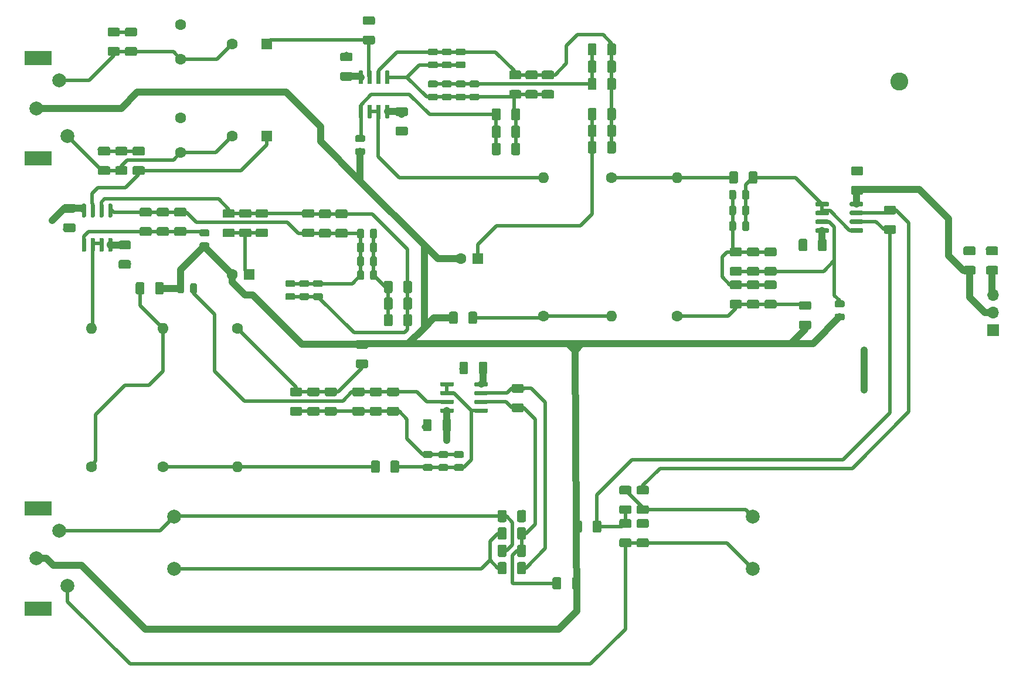
<source format=gbr>
G04 #@! TF.GenerationSoftware,KiCad,Pcbnew,(5.1.5-0)*
G04 #@! TF.CreationDate,2020-11-01T19:49:13+01:00*
G04 #@! TF.ProjectId,Phono preamp,50686f6e-6f20-4707-9265-616d702e6b69,rev?*
G04 #@! TF.SameCoordinates,Original*
G04 #@! TF.FileFunction,Copper,L1,Top*
G04 #@! TF.FilePolarity,Positive*
%FSLAX46Y46*%
G04 Gerber Fmt 4.6, Leading zero omitted, Abs format (unit mm)*
G04 Created by KiCad (PCBNEW (5.1.5-0)) date 2020-11-01 19:49:13*
%MOMM*%
%LPD*%
G04 APERTURE LIST*
%ADD10O,1.700000X1.700000*%
%ADD11R,1.700000X1.700000*%
%ADD12C,2.600000*%
%ADD13C,0.100000*%
%ADD14C,2.000000*%
%ADD15R,4.000000X2.000000*%
%ADD16O,1.600000X1.600000*%
%ADD17C,1.600000*%
%ADD18R,1.600000X1.600000*%
%ADD19C,0.800000*%
%ADD20C,0.500000*%
%ADD21C,1.000000*%
G04 APERTURE END LIST*
D10*
X200900000Y-107970000D03*
X200900000Y-110510000D03*
D11*
X200900000Y-113050000D03*
D12*
X187400000Y-77150000D03*
G04 #@! TA.AperFunction,SMDPad,CuDef*
D13*
G36*
X182014703Y-94545722D02*
G01*
X182029264Y-94547882D01*
X182043543Y-94551459D01*
X182057403Y-94556418D01*
X182070710Y-94562712D01*
X182083336Y-94570280D01*
X182095159Y-94579048D01*
X182106066Y-94588934D01*
X182115952Y-94599841D01*
X182124720Y-94611664D01*
X182132288Y-94624290D01*
X182138582Y-94637597D01*
X182143541Y-94651457D01*
X182147118Y-94665736D01*
X182149278Y-94680297D01*
X182150000Y-94695000D01*
X182150000Y-94995000D01*
X182149278Y-95009703D01*
X182147118Y-95024264D01*
X182143541Y-95038543D01*
X182138582Y-95052403D01*
X182132288Y-95065710D01*
X182124720Y-95078336D01*
X182115952Y-95090159D01*
X182106066Y-95101066D01*
X182095159Y-95110952D01*
X182083336Y-95119720D01*
X182070710Y-95127288D01*
X182057403Y-95133582D01*
X182043543Y-95138541D01*
X182029264Y-95142118D01*
X182014703Y-95144278D01*
X182000000Y-95145000D01*
X180350000Y-95145000D01*
X180335297Y-95144278D01*
X180320736Y-95142118D01*
X180306457Y-95138541D01*
X180292597Y-95133582D01*
X180279290Y-95127288D01*
X180266664Y-95119720D01*
X180254841Y-95110952D01*
X180243934Y-95101066D01*
X180234048Y-95090159D01*
X180225280Y-95078336D01*
X180217712Y-95065710D01*
X180211418Y-95052403D01*
X180206459Y-95038543D01*
X180202882Y-95024264D01*
X180200722Y-95009703D01*
X180200000Y-94995000D01*
X180200000Y-94695000D01*
X180200722Y-94680297D01*
X180202882Y-94665736D01*
X180206459Y-94651457D01*
X180211418Y-94637597D01*
X180217712Y-94624290D01*
X180225280Y-94611664D01*
X180234048Y-94599841D01*
X180243934Y-94588934D01*
X180254841Y-94579048D01*
X180266664Y-94570280D01*
X180279290Y-94562712D01*
X180292597Y-94556418D01*
X180306457Y-94551459D01*
X180320736Y-94547882D01*
X180335297Y-94545722D01*
X180350000Y-94545000D01*
X182000000Y-94545000D01*
X182014703Y-94545722D01*
G37*
G04 #@! TD.AperFunction*
G04 #@! TA.AperFunction,SMDPad,CuDef*
G36*
X182014703Y-95815722D02*
G01*
X182029264Y-95817882D01*
X182043543Y-95821459D01*
X182057403Y-95826418D01*
X182070710Y-95832712D01*
X182083336Y-95840280D01*
X182095159Y-95849048D01*
X182106066Y-95858934D01*
X182115952Y-95869841D01*
X182124720Y-95881664D01*
X182132288Y-95894290D01*
X182138582Y-95907597D01*
X182143541Y-95921457D01*
X182147118Y-95935736D01*
X182149278Y-95950297D01*
X182150000Y-95965000D01*
X182150000Y-96265000D01*
X182149278Y-96279703D01*
X182147118Y-96294264D01*
X182143541Y-96308543D01*
X182138582Y-96322403D01*
X182132288Y-96335710D01*
X182124720Y-96348336D01*
X182115952Y-96360159D01*
X182106066Y-96371066D01*
X182095159Y-96380952D01*
X182083336Y-96389720D01*
X182070710Y-96397288D01*
X182057403Y-96403582D01*
X182043543Y-96408541D01*
X182029264Y-96412118D01*
X182014703Y-96414278D01*
X182000000Y-96415000D01*
X180350000Y-96415000D01*
X180335297Y-96414278D01*
X180320736Y-96412118D01*
X180306457Y-96408541D01*
X180292597Y-96403582D01*
X180279290Y-96397288D01*
X180266664Y-96389720D01*
X180254841Y-96380952D01*
X180243934Y-96371066D01*
X180234048Y-96360159D01*
X180225280Y-96348336D01*
X180217712Y-96335710D01*
X180211418Y-96322403D01*
X180206459Y-96308543D01*
X180202882Y-96294264D01*
X180200722Y-96279703D01*
X180200000Y-96265000D01*
X180200000Y-95965000D01*
X180200722Y-95950297D01*
X180202882Y-95935736D01*
X180206459Y-95921457D01*
X180211418Y-95907597D01*
X180217712Y-95894290D01*
X180225280Y-95881664D01*
X180234048Y-95869841D01*
X180243934Y-95858934D01*
X180254841Y-95849048D01*
X180266664Y-95840280D01*
X180279290Y-95832712D01*
X180292597Y-95826418D01*
X180306457Y-95821459D01*
X180320736Y-95817882D01*
X180335297Y-95815722D01*
X180350000Y-95815000D01*
X182000000Y-95815000D01*
X182014703Y-95815722D01*
G37*
G04 #@! TD.AperFunction*
G04 #@! TA.AperFunction,SMDPad,CuDef*
G36*
X182014703Y-97085722D02*
G01*
X182029264Y-97087882D01*
X182043543Y-97091459D01*
X182057403Y-97096418D01*
X182070710Y-97102712D01*
X182083336Y-97110280D01*
X182095159Y-97119048D01*
X182106066Y-97128934D01*
X182115952Y-97139841D01*
X182124720Y-97151664D01*
X182132288Y-97164290D01*
X182138582Y-97177597D01*
X182143541Y-97191457D01*
X182147118Y-97205736D01*
X182149278Y-97220297D01*
X182150000Y-97235000D01*
X182150000Y-97535000D01*
X182149278Y-97549703D01*
X182147118Y-97564264D01*
X182143541Y-97578543D01*
X182138582Y-97592403D01*
X182132288Y-97605710D01*
X182124720Y-97618336D01*
X182115952Y-97630159D01*
X182106066Y-97641066D01*
X182095159Y-97650952D01*
X182083336Y-97659720D01*
X182070710Y-97667288D01*
X182057403Y-97673582D01*
X182043543Y-97678541D01*
X182029264Y-97682118D01*
X182014703Y-97684278D01*
X182000000Y-97685000D01*
X180350000Y-97685000D01*
X180335297Y-97684278D01*
X180320736Y-97682118D01*
X180306457Y-97678541D01*
X180292597Y-97673582D01*
X180279290Y-97667288D01*
X180266664Y-97659720D01*
X180254841Y-97650952D01*
X180243934Y-97641066D01*
X180234048Y-97630159D01*
X180225280Y-97618336D01*
X180217712Y-97605710D01*
X180211418Y-97592403D01*
X180206459Y-97578543D01*
X180202882Y-97564264D01*
X180200722Y-97549703D01*
X180200000Y-97535000D01*
X180200000Y-97235000D01*
X180200722Y-97220297D01*
X180202882Y-97205736D01*
X180206459Y-97191457D01*
X180211418Y-97177597D01*
X180217712Y-97164290D01*
X180225280Y-97151664D01*
X180234048Y-97139841D01*
X180243934Y-97128934D01*
X180254841Y-97119048D01*
X180266664Y-97110280D01*
X180279290Y-97102712D01*
X180292597Y-97096418D01*
X180306457Y-97091459D01*
X180320736Y-97087882D01*
X180335297Y-97085722D01*
X180350000Y-97085000D01*
X182000000Y-97085000D01*
X182014703Y-97085722D01*
G37*
G04 #@! TD.AperFunction*
G04 #@! TA.AperFunction,SMDPad,CuDef*
G36*
X182014703Y-98355722D02*
G01*
X182029264Y-98357882D01*
X182043543Y-98361459D01*
X182057403Y-98366418D01*
X182070710Y-98372712D01*
X182083336Y-98380280D01*
X182095159Y-98389048D01*
X182106066Y-98398934D01*
X182115952Y-98409841D01*
X182124720Y-98421664D01*
X182132288Y-98434290D01*
X182138582Y-98447597D01*
X182143541Y-98461457D01*
X182147118Y-98475736D01*
X182149278Y-98490297D01*
X182150000Y-98505000D01*
X182150000Y-98805000D01*
X182149278Y-98819703D01*
X182147118Y-98834264D01*
X182143541Y-98848543D01*
X182138582Y-98862403D01*
X182132288Y-98875710D01*
X182124720Y-98888336D01*
X182115952Y-98900159D01*
X182106066Y-98911066D01*
X182095159Y-98920952D01*
X182083336Y-98929720D01*
X182070710Y-98937288D01*
X182057403Y-98943582D01*
X182043543Y-98948541D01*
X182029264Y-98952118D01*
X182014703Y-98954278D01*
X182000000Y-98955000D01*
X180350000Y-98955000D01*
X180335297Y-98954278D01*
X180320736Y-98952118D01*
X180306457Y-98948541D01*
X180292597Y-98943582D01*
X180279290Y-98937288D01*
X180266664Y-98929720D01*
X180254841Y-98920952D01*
X180243934Y-98911066D01*
X180234048Y-98900159D01*
X180225280Y-98888336D01*
X180217712Y-98875710D01*
X180211418Y-98862403D01*
X180206459Y-98848543D01*
X180202882Y-98834264D01*
X180200722Y-98819703D01*
X180200000Y-98805000D01*
X180200000Y-98505000D01*
X180200722Y-98490297D01*
X180202882Y-98475736D01*
X180206459Y-98461457D01*
X180211418Y-98447597D01*
X180217712Y-98434290D01*
X180225280Y-98421664D01*
X180234048Y-98409841D01*
X180243934Y-98398934D01*
X180254841Y-98389048D01*
X180266664Y-98380280D01*
X180279290Y-98372712D01*
X180292597Y-98366418D01*
X180306457Y-98361459D01*
X180320736Y-98357882D01*
X180335297Y-98355722D01*
X180350000Y-98355000D01*
X182000000Y-98355000D01*
X182014703Y-98355722D01*
G37*
G04 #@! TD.AperFunction*
G04 #@! TA.AperFunction,SMDPad,CuDef*
G36*
X177064703Y-98355722D02*
G01*
X177079264Y-98357882D01*
X177093543Y-98361459D01*
X177107403Y-98366418D01*
X177120710Y-98372712D01*
X177133336Y-98380280D01*
X177145159Y-98389048D01*
X177156066Y-98398934D01*
X177165952Y-98409841D01*
X177174720Y-98421664D01*
X177182288Y-98434290D01*
X177188582Y-98447597D01*
X177193541Y-98461457D01*
X177197118Y-98475736D01*
X177199278Y-98490297D01*
X177200000Y-98505000D01*
X177200000Y-98805000D01*
X177199278Y-98819703D01*
X177197118Y-98834264D01*
X177193541Y-98848543D01*
X177188582Y-98862403D01*
X177182288Y-98875710D01*
X177174720Y-98888336D01*
X177165952Y-98900159D01*
X177156066Y-98911066D01*
X177145159Y-98920952D01*
X177133336Y-98929720D01*
X177120710Y-98937288D01*
X177107403Y-98943582D01*
X177093543Y-98948541D01*
X177079264Y-98952118D01*
X177064703Y-98954278D01*
X177050000Y-98955000D01*
X175400000Y-98955000D01*
X175385297Y-98954278D01*
X175370736Y-98952118D01*
X175356457Y-98948541D01*
X175342597Y-98943582D01*
X175329290Y-98937288D01*
X175316664Y-98929720D01*
X175304841Y-98920952D01*
X175293934Y-98911066D01*
X175284048Y-98900159D01*
X175275280Y-98888336D01*
X175267712Y-98875710D01*
X175261418Y-98862403D01*
X175256459Y-98848543D01*
X175252882Y-98834264D01*
X175250722Y-98819703D01*
X175250000Y-98805000D01*
X175250000Y-98505000D01*
X175250722Y-98490297D01*
X175252882Y-98475736D01*
X175256459Y-98461457D01*
X175261418Y-98447597D01*
X175267712Y-98434290D01*
X175275280Y-98421664D01*
X175284048Y-98409841D01*
X175293934Y-98398934D01*
X175304841Y-98389048D01*
X175316664Y-98380280D01*
X175329290Y-98372712D01*
X175342597Y-98366418D01*
X175356457Y-98361459D01*
X175370736Y-98357882D01*
X175385297Y-98355722D01*
X175400000Y-98355000D01*
X177050000Y-98355000D01*
X177064703Y-98355722D01*
G37*
G04 #@! TD.AperFunction*
G04 #@! TA.AperFunction,SMDPad,CuDef*
G36*
X177064703Y-97085722D02*
G01*
X177079264Y-97087882D01*
X177093543Y-97091459D01*
X177107403Y-97096418D01*
X177120710Y-97102712D01*
X177133336Y-97110280D01*
X177145159Y-97119048D01*
X177156066Y-97128934D01*
X177165952Y-97139841D01*
X177174720Y-97151664D01*
X177182288Y-97164290D01*
X177188582Y-97177597D01*
X177193541Y-97191457D01*
X177197118Y-97205736D01*
X177199278Y-97220297D01*
X177200000Y-97235000D01*
X177200000Y-97535000D01*
X177199278Y-97549703D01*
X177197118Y-97564264D01*
X177193541Y-97578543D01*
X177188582Y-97592403D01*
X177182288Y-97605710D01*
X177174720Y-97618336D01*
X177165952Y-97630159D01*
X177156066Y-97641066D01*
X177145159Y-97650952D01*
X177133336Y-97659720D01*
X177120710Y-97667288D01*
X177107403Y-97673582D01*
X177093543Y-97678541D01*
X177079264Y-97682118D01*
X177064703Y-97684278D01*
X177050000Y-97685000D01*
X175400000Y-97685000D01*
X175385297Y-97684278D01*
X175370736Y-97682118D01*
X175356457Y-97678541D01*
X175342597Y-97673582D01*
X175329290Y-97667288D01*
X175316664Y-97659720D01*
X175304841Y-97650952D01*
X175293934Y-97641066D01*
X175284048Y-97630159D01*
X175275280Y-97618336D01*
X175267712Y-97605710D01*
X175261418Y-97592403D01*
X175256459Y-97578543D01*
X175252882Y-97564264D01*
X175250722Y-97549703D01*
X175250000Y-97535000D01*
X175250000Y-97235000D01*
X175250722Y-97220297D01*
X175252882Y-97205736D01*
X175256459Y-97191457D01*
X175261418Y-97177597D01*
X175267712Y-97164290D01*
X175275280Y-97151664D01*
X175284048Y-97139841D01*
X175293934Y-97128934D01*
X175304841Y-97119048D01*
X175316664Y-97110280D01*
X175329290Y-97102712D01*
X175342597Y-97096418D01*
X175356457Y-97091459D01*
X175370736Y-97087882D01*
X175385297Y-97085722D01*
X175400000Y-97085000D01*
X177050000Y-97085000D01*
X177064703Y-97085722D01*
G37*
G04 #@! TD.AperFunction*
G04 #@! TA.AperFunction,SMDPad,CuDef*
G36*
X177064703Y-95815722D02*
G01*
X177079264Y-95817882D01*
X177093543Y-95821459D01*
X177107403Y-95826418D01*
X177120710Y-95832712D01*
X177133336Y-95840280D01*
X177145159Y-95849048D01*
X177156066Y-95858934D01*
X177165952Y-95869841D01*
X177174720Y-95881664D01*
X177182288Y-95894290D01*
X177188582Y-95907597D01*
X177193541Y-95921457D01*
X177197118Y-95935736D01*
X177199278Y-95950297D01*
X177200000Y-95965000D01*
X177200000Y-96265000D01*
X177199278Y-96279703D01*
X177197118Y-96294264D01*
X177193541Y-96308543D01*
X177188582Y-96322403D01*
X177182288Y-96335710D01*
X177174720Y-96348336D01*
X177165952Y-96360159D01*
X177156066Y-96371066D01*
X177145159Y-96380952D01*
X177133336Y-96389720D01*
X177120710Y-96397288D01*
X177107403Y-96403582D01*
X177093543Y-96408541D01*
X177079264Y-96412118D01*
X177064703Y-96414278D01*
X177050000Y-96415000D01*
X175400000Y-96415000D01*
X175385297Y-96414278D01*
X175370736Y-96412118D01*
X175356457Y-96408541D01*
X175342597Y-96403582D01*
X175329290Y-96397288D01*
X175316664Y-96389720D01*
X175304841Y-96380952D01*
X175293934Y-96371066D01*
X175284048Y-96360159D01*
X175275280Y-96348336D01*
X175267712Y-96335710D01*
X175261418Y-96322403D01*
X175256459Y-96308543D01*
X175252882Y-96294264D01*
X175250722Y-96279703D01*
X175250000Y-96265000D01*
X175250000Y-95965000D01*
X175250722Y-95950297D01*
X175252882Y-95935736D01*
X175256459Y-95921457D01*
X175261418Y-95907597D01*
X175267712Y-95894290D01*
X175275280Y-95881664D01*
X175284048Y-95869841D01*
X175293934Y-95858934D01*
X175304841Y-95849048D01*
X175316664Y-95840280D01*
X175329290Y-95832712D01*
X175342597Y-95826418D01*
X175356457Y-95821459D01*
X175370736Y-95817882D01*
X175385297Y-95815722D01*
X175400000Y-95815000D01*
X177050000Y-95815000D01*
X177064703Y-95815722D01*
G37*
G04 #@! TD.AperFunction*
G04 #@! TA.AperFunction,SMDPad,CuDef*
G36*
X177064703Y-94545722D02*
G01*
X177079264Y-94547882D01*
X177093543Y-94551459D01*
X177107403Y-94556418D01*
X177120710Y-94562712D01*
X177133336Y-94570280D01*
X177145159Y-94579048D01*
X177156066Y-94588934D01*
X177165952Y-94599841D01*
X177174720Y-94611664D01*
X177182288Y-94624290D01*
X177188582Y-94637597D01*
X177193541Y-94651457D01*
X177197118Y-94665736D01*
X177199278Y-94680297D01*
X177200000Y-94695000D01*
X177200000Y-94995000D01*
X177199278Y-95009703D01*
X177197118Y-95024264D01*
X177193541Y-95038543D01*
X177188582Y-95052403D01*
X177182288Y-95065710D01*
X177174720Y-95078336D01*
X177165952Y-95090159D01*
X177156066Y-95101066D01*
X177145159Y-95110952D01*
X177133336Y-95119720D01*
X177120710Y-95127288D01*
X177107403Y-95133582D01*
X177093543Y-95138541D01*
X177079264Y-95142118D01*
X177064703Y-95144278D01*
X177050000Y-95145000D01*
X175400000Y-95145000D01*
X175385297Y-95144278D01*
X175370736Y-95142118D01*
X175356457Y-95138541D01*
X175342597Y-95133582D01*
X175329290Y-95127288D01*
X175316664Y-95119720D01*
X175304841Y-95110952D01*
X175293934Y-95101066D01*
X175284048Y-95090159D01*
X175275280Y-95078336D01*
X175267712Y-95065710D01*
X175261418Y-95052403D01*
X175256459Y-95038543D01*
X175252882Y-95024264D01*
X175250722Y-95009703D01*
X175250000Y-94995000D01*
X175250000Y-94695000D01*
X175250722Y-94680297D01*
X175252882Y-94665736D01*
X175256459Y-94651457D01*
X175261418Y-94637597D01*
X175267712Y-94624290D01*
X175275280Y-94611664D01*
X175284048Y-94599841D01*
X175293934Y-94588934D01*
X175304841Y-94579048D01*
X175316664Y-94570280D01*
X175329290Y-94562712D01*
X175342597Y-94556418D01*
X175356457Y-94551459D01*
X175370736Y-94547882D01*
X175385297Y-94545722D01*
X175400000Y-94545000D01*
X177050000Y-94545000D01*
X177064703Y-94545722D01*
G37*
G04 #@! TD.AperFunction*
G04 #@! TA.AperFunction,SMDPad,CuDef*
G36*
X113569703Y-80500722D02*
G01*
X113584264Y-80502882D01*
X113598543Y-80506459D01*
X113612403Y-80511418D01*
X113625710Y-80517712D01*
X113638336Y-80525280D01*
X113650159Y-80534048D01*
X113661066Y-80543934D01*
X113670952Y-80554841D01*
X113679720Y-80566664D01*
X113687288Y-80579290D01*
X113693582Y-80592597D01*
X113698541Y-80606457D01*
X113702118Y-80620736D01*
X113704278Y-80635297D01*
X113705000Y-80650000D01*
X113705000Y-82300000D01*
X113704278Y-82314703D01*
X113702118Y-82329264D01*
X113698541Y-82343543D01*
X113693582Y-82357403D01*
X113687288Y-82370710D01*
X113679720Y-82383336D01*
X113670952Y-82395159D01*
X113661066Y-82406066D01*
X113650159Y-82415952D01*
X113638336Y-82424720D01*
X113625710Y-82432288D01*
X113612403Y-82438582D01*
X113598543Y-82443541D01*
X113584264Y-82447118D01*
X113569703Y-82449278D01*
X113555000Y-82450000D01*
X113255000Y-82450000D01*
X113240297Y-82449278D01*
X113225736Y-82447118D01*
X113211457Y-82443541D01*
X113197597Y-82438582D01*
X113184290Y-82432288D01*
X113171664Y-82424720D01*
X113159841Y-82415952D01*
X113148934Y-82406066D01*
X113139048Y-82395159D01*
X113130280Y-82383336D01*
X113122712Y-82370710D01*
X113116418Y-82357403D01*
X113111459Y-82343543D01*
X113107882Y-82329264D01*
X113105722Y-82314703D01*
X113105000Y-82300000D01*
X113105000Y-80650000D01*
X113105722Y-80635297D01*
X113107882Y-80620736D01*
X113111459Y-80606457D01*
X113116418Y-80592597D01*
X113122712Y-80579290D01*
X113130280Y-80566664D01*
X113139048Y-80554841D01*
X113148934Y-80543934D01*
X113159841Y-80534048D01*
X113171664Y-80525280D01*
X113184290Y-80517712D01*
X113197597Y-80511418D01*
X113211457Y-80506459D01*
X113225736Y-80502882D01*
X113240297Y-80500722D01*
X113255000Y-80500000D01*
X113555000Y-80500000D01*
X113569703Y-80500722D01*
G37*
G04 #@! TD.AperFunction*
G04 #@! TA.AperFunction,SMDPad,CuDef*
G36*
X112299703Y-80500722D02*
G01*
X112314264Y-80502882D01*
X112328543Y-80506459D01*
X112342403Y-80511418D01*
X112355710Y-80517712D01*
X112368336Y-80525280D01*
X112380159Y-80534048D01*
X112391066Y-80543934D01*
X112400952Y-80554841D01*
X112409720Y-80566664D01*
X112417288Y-80579290D01*
X112423582Y-80592597D01*
X112428541Y-80606457D01*
X112432118Y-80620736D01*
X112434278Y-80635297D01*
X112435000Y-80650000D01*
X112435000Y-82300000D01*
X112434278Y-82314703D01*
X112432118Y-82329264D01*
X112428541Y-82343543D01*
X112423582Y-82357403D01*
X112417288Y-82370710D01*
X112409720Y-82383336D01*
X112400952Y-82395159D01*
X112391066Y-82406066D01*
X112380159Y-82415952D01*
X112368336Y-82424720D01*
X112355710Y-82432288D01*
X112342403Y-82438582D01*
X112328543Y-82443541D01*
X112314264Y-82447118D01*
X112299703Y-82449278D01*
X112285000Y-82450000D01*
X111985000Y-82450000D01*
X111970297Y-82449278D01*
X111955736Y-82447118D01*
X111941457Y-82443541D01*
X111927597Y-82438582D01*
X111914290Y-82432288D01*
X111901664Y-82424720D01*
X111889841Y-82415952D01*
X111878934Y-82406066D01*
X111869048Y-82395159D01*
X111860280Y-82383336D01*
X111852712Y-82370710D01*
X111846418Y-82357403D01*
X111841459Y-82343543D01*
X111837882Y-82329264D01*
X111835722Y-82314703D01*
X111835000Y-82300000D01*
X111835000Y-80650000D01*
X111835722Y-80635297D01*
X111837882Y-80620736D01*
X111841459Y-80606457D01*
X111846418Y-80592597D01*
X111852712Y-80579290D01*
X111860280Y-80566664D01*
X111869048Y-80554841D01*
X111878934Y-80543934D01*
X111889841Y-80534048D01*
X111901664Y-80525280D01*
X111914290Y-80517712D01*
X111927597Y-80511418D01*
X111941457Y-80506459D01*
X111955736Y-80502882D01*
X111970297Y-80500722D01*
X111985000Y-80500000D01*
X112285000Y-80500000D01*
X112299703Y-80500722D01*
G37*
G04 #@! TD.AperFunction*
G04 #@! TA.AperFunction,SMDPad,CuDef*
G36*
X111029703Y-80500722D02*
G01*
X111044264Y-80502882D01*
X111058543Y-80506459D01*
X111072403Y-80511418D01*
X111085710Y-80517712D01*
X111098336Y-80525280D01*
X111110159Y-80534048D01*
X111121066Y-80543934D01*
X111130952Y-80554841D01*
X111139720Y-80566664D01*
X111147288Y-80579290D01*
X111153582Y-80592597D01*
X111158541Y-80606457D01*
X111162118Y-80620736D01*
X111164278Y-80635297D01*
X111165000Y-80650000D01*
X111165000Y-82300000D01*
X111164278Y-82314703D01*
X111162118Y-82329264D01*
X111158541Y-82343543D01*
X111153582Y-82357403D01*
X111147288Y-82370710D01*
X111139720Y-82383336D01*
X111130952Y-82395159D01*
X111121066Y-82406066D01*
X111110159Y-82415952D01*
X111098336Y-82424720D01*
X111085710Y-82432288D01*
X111072403Y-82438582D01*
X111058543Y-82443541D01*
X111044264Y-82447118D01*
X111029703Y-82449278D01*
X111015000Y-82450000D01*
X110715000Y-82450000D01*
X110700297Y-82449278D01*
X110685736Y-82447118D01*
X110671457Y-82443541D01*
X110657597Y-82438582D01*
X110644290Y-82432288D01*
X110631664Y-82424720D01*
X110619841Y-82415952D01*
X110608934Y-82406066D01*
X110599048Y-82395159D01*
X110590280Y-82383336D01*
X110582712Y-82370710D01*
X110576418Y-82357403D01*
X110571459Y-82343543D01*
X110567882Y-82329264D01*
X110565722Y-82314703D01*
X110565000Y-82300000D01*
X110565000Y-80650000D01*
X110565722Y-80635297D01*
X110567882Y-80620736D01*
X110571459Y-80606457D01*
X110576418Y-80592597D01*
X110582712Y-80579290D01*
X110590280Y-80566664D01*
X110599048Y-80554841D01*
X110608934Y-80543934D01*
X110619841Y-80534048D01*
X110631664Y-80525280D01*
X110644290Y-80517712D01*
X110657597Y-80511418D01*
X110671457Y-80506459D01*
X110685736Y-80502882D01*
X110700297Y-80500722D01*
X110715000Y-80500000D01*
X111015000Y-80500000D01*
X111029703Y-80500722D01*
G37*
G04 #@! TD.AperFunction*
G04 #@! TA.AperFunction,SMDPad,CuDef*
G36*
X109759703Y-80500722D02*
G01*
X109774264Y-80502882D01*
X109788543Y-80506459D01*
X109802403Y-80511418D01*
X109815710Y-80517712D01*
X109828336Y-80525280D01*
X109840159Y-80534048D01*
X109851066Y-80543934D01*
X109860952Y-80554841D01*
X109869720Y-80566664D01*
X109877288Y-80579290D01*
X109883582Y-80592597D01*
X109888541Y-80606457D01*
X109892118Y-80620736D01*
X109894278Y-80635297D01*
X109895000Y-80650000D01*
X109895000Y-82300000D01*
X109894278Y-82314703D01*
X109892118Y-82329264D01*
X109888541Y-82343543D01*
X109883582Y-82357403D01*
X109877288Y-82370710D01*
X109869720Y-82383336D01*
X109860952Y-82395159D01*
X109851066Y-82406066D01*
X109840159Y-82415952D01*
X109828336Y-82424720D01*
X109815710Y-82432288D01*
X109802403Y-82438582D01*
X109788543Y-82443541D01*
X109774264Y-82447118D01*
X109759703Y-82449278D01*
X109745000Y-82450000D01*
X109445000Y-82450000D01*
X109430297Y-82449278D01*
X109415736Y-82447118D01*
X109401457Y-82443541D01*
X109387597Y-82438582D01*
X109374290Y-82432288D01*
X109361664Y-82424720D01*
X109349841Y-82415952D01*
X109338934Y-82406066D01*
X109329048Y-82395159D01*
X109320280Y-82383336D01*
X109312712Y-82370710D01*
X109306418Y-82357403D01*
X109301459Y-82343543D01*
X109297882Y-82329264D01*
X109295722Y-82314703D01*
X109295000Y-82300000D01*
X109295000Y-80650000D01*
X109295722Y-80635297D01*
X109297882Y-80620736D01*
X109301459Y-80606457D01*
X109306418Y-80592597D01*
X109312712Y-80579290D01*
X109320280Y-80566664D01*
X109329048Y-80554841D01*
X109338934Y-80543934D01*
X109349841Y-80534048D01*
X109361664Y-80525280D01*
X109374290Y-80517712D01*
X109387597Y-80511418D01*
X109401457Y-80506459D01*
X109415736Y-80502882D01*
X109430297Y-80500722D01*
X109445000Y-80500000D01*
X109745000Y-80500000D01*
X109759703Y-80500722D01*
G37*
G04 #@! TD.AperFunction*
G04 #@! TA.AperFunction,SMDPad,CuDef*
G36*
X109759703Y-75550722D02*
G01*
X109774264Y-75552882D01*
X109788543Y-75556459D01*
X109802403Y-75561418D01*
X109815710Y-75567712D01*
X109828336Y-75575280D01*
X109840159Y-75584048D01*
X109851066Y-75593934D01*
X109860952Y-75604841D01*
X109869720Y-75616664D01*
X109877288Y-75629290D01*
X109883582Y-75642597D01*
X109888541Y-75656457D01*
X109892118Y-75670736D01*
X109894278Y-75685297D01*
X109895000Y-75700000D01*
X109895000Y-77350000D01*
X109894278Y-77364703D01*
X109892118Y-77379264D01*
X109888541Y-77393543D01*
X109883582Y-77407403D01*
X109877288Y-77420710D01*
X109869720Y-77433336D01*
X109860952Y-77445159D01*
X109851066Y-77456066D01*
X109840159Y-77465952D01*
X109828336Y-77474720D01*
X109815710Y-77482288D01*
X109802403Y-77488582D01*
X109788543Y-77493541D01*
X109774264Y-77497118D01*
X109759703Y-77499278D01*
X109745000Y-77500000D01*
X109445000Y-77500000D01*
X109430297Y-77499278D01*
X109415736Y-77497118D01*
X109401457Y-77493541D01*
X109387597Y-77488582D01*
X109374290Y-77482288D01*
X109361664Y-77474720D01*
X109349841Y-77465952D01*
X109338934Y-77456066D01*
X109329048Y-77445159D01*
X109320280Y-77433336D01*
X109312712Y-77420710D01*
X109306418Y-77407403D01*
X109301459Y-77393543D01*
X109297882Y-77379264D01*
X109295722Y-77364703D01*
X109295000Y-77350000D01*
X109295000Y-75700000D01*
X109295722Y-75685297D01*
X109297882Y-75670736D01*
X109301459Y-75656457D01*
X109306418Y-75642597D01*
X109312712Y-75629290D01*
X109320280Y-75616664D01*
X109329048Y-75604841D01*
X109338934Y-75593934D01*
X109349841Y-75584048D01*
X109361664Y-75575280D01*
X109374290Y-75567712D01*
X109387597Y-75561418D01*
X109401457Y-75556459D01*
X109415736Y-75552882D01*
X109430297Y-75550722D01*
X109445000Y-75550000D01*
X109745000Y-75550000D01*
X109759703Y-75550722D01*
G37*
G04 #@! TD.AperFunction*
G04 #@! TA.AperFunction,SMDPad,CuDef*
G36*
X111029703Y-75550722D02*
G01*
X111044264Y-75552882D01*
X111058543Y-75556459D01*
X111072403Y-75561418D01*
X111085710Y-75567712D01*
X111098336Y-75575280D01*
X111110159Y-75584048D01*
X111121066Y-75593934D01*
X111130952Y-75604841D01*
X111139720Y-75616664D01*
X111147288Y-75629290D01*
X111153582Y-75642597D01*
X111158541Y-75656457D01*
X111162118Y-75670736D01*
X111164278Y-75685297D01*
X111165000Y-75700000D01*
X111165000Y-77350000D01*
X111164278Y-77364703D01*
X111162118Y-77379264D01*
X111158541Y-77393543D01*
X111153582Y-77407403D01*
X111147288Y-77420710D01*
X111139720Y-77433336D01*
X111130952Y-77445159D01*
X111121066Y-77456066D01*
X111110159Y-77465952D01*
X111098336Y-77474720D01*
X111085710Y-77482288D01*
X111072403Y-77488582D01*
X111058543Y-77493541D01*
X111044264Y-77497118D01*
X111029703Y-77499278D01*
X111015000Y-77500000D01*
X110715000Y-77500000D01*
X110700297Y-77499278D01*
X110685736Y-77497118D01*
X110671457Y-77493541D01*
X110657597Y-77488582D01*
X110644290Y-77482288D01*
X110631664Y-77474720D01*
X110619841Y-77465952D01*
X110608934Y-77456066D01*
X110599048Y-77445159D01*
X110590280Y-77433336D01*
X110582712Y-77420710D01*
X110576418Y-77407403D01*
X110571459Y-77393543D01*
X110567882Y-77379264D01*
X110565722Y-77364703D01*
X110565000Y-77350000D01*
X110565000Y-75700000D01*
X110565722Y-75685297D01*
X110567882Y-75670736D01*
X110571459Y-75656457D01*
X110576418Y-75642597D01*
X110582712Y-75629290D01*
X110590280Y-75616664D01*
X110599048Y-75604841D01*
X110608934Y-75593934D01*
X110619841Y-75584048D01*
X110631664Y-75575280D01*
X110644290Y-75567712D01*
X110657597Y-75561418D01*
X110671457Y-75556459D01*
X110685736Y-75552882D01*
X110700297Y-75550722D01*
X110715000Y-75550000D01*
X111015000Y-75550000D01*
X111029703Y-75550722D01*
G37*
G04 #@! TD.AperFunction*
G04 #@! TA.AperFunction,SMDPad,CuDef*
G36*
X112299703Y-75550722D02*
G01*
X112314264Y-75552882D01*
X112328543Y-75556459D01*
X112342403Y-75561418D01*
X112355710Y-75567712D01*
X112368336Y-75575280D01*
X112380159Y-75584048D01*
X112391066Y-75593934D01*
X112400952Y-75604841D01*
X112409720Y-75616664D01*
X112417288Y-75629290D01*
X112423582Y-75642597D01*
X112428541Y-75656457D01*
X112432118Y-75670736D01*
X112434278Y-75685297D01*
X112435000Y-75700000D01*
X112435000Y-77350000D01*
X112434278Y-77364703D01*
X112432118Y-77379264D01*
X112428541Y-77393543D01*
X112423582Y-77407403D01*
X112417288Y-77420710D01*
X112409720Y-77433336D01*
X112400952Y-77445159D01*
X112391066Y-77456066D01*
X112380159Y-77465952D01*
X112368336Y-77474720D01*
X112355710Y-77482288D01*
X112342403Y-77488582D01*
X112328543Y-77493541D01*
X112314264Y-77497118D01*
X112299703Y-77499278D01*
X112285000Y-77500000D01*
X111985000Y-77500000D01*
X111970297Y-77499278D01*
X111955736Y-77497118D01*
X111941457Y-77493541D01*
X111927597Y-77488582D01*
X111914290Y-77482288D01*
X111901664Y-77474720D01*
X111889841Y-77465952D01*
X111878934Y-77456066D01*
X111869048Y-77445159D01*
X111860280Y-77433336D01*
X111852712Y-77420710D01*
X111846418Y-77407403D01*
X111841459Y-77393543D01*
X111837882Y-77379264D01*
X111835722Y-77364703D01*
X111835000Y-77350000D01*
X111835000Y-75700000D01*
X111835722Y-75685297D01*
X111837882Y-75670736D01*
X111841459Y-75656457D01*
X111846418Y-75642597D01*
X111852712Y-75629290D01*
X111860280Y-75616664D01*
X111869048Y-75604841D01*
X111878934Y-75593934D01*
X111889841Y-75584048D01*
X111901664Y-75575280D01*
X111914290Y-75567712D01*
X111927597Y-75561418D01*
X111941457Y-75556459D01*
X111955736Y-75552882D01*
X111970297Y-75550722D01*
X111985000Y-75550000D01*
X112285000Y-75550000D01*
X112299703Y-75550722D01*
G37*
G04 #@! TD.AperFunction*
G04 #@! TA.AperFunction,SMDPad,CuDef*
G36*
X113569703Y-75550722D02*
G01*
X113584264Y-75552882D01*
X113598543Y-75556459D01*
X113612403Y-75561418D01*
X113625710Y-75567712D01*
X113638336Y-75575280D01*
X113650159Y-75584048D01*
X113661066Y-75593934D01*
X113670952Y-75604841D01*
X113679720Y-75616664D01*
X113687288Y-75629290D01*
X113693582Y-75642597D01*
X113698541Y-75656457D01*
X113702118Y-75670736D01*
X113704278Y-75685297D01*
X113705000Y-75700000D01*
X113705000Y-77350000D01*
X113704278Y-77364703D01*
X113702118Y-77379264D01*
X113698541Y-77393543D01*
X113693582Y-77407403D01*
X113687288Y-77420710D01*
X113679720Y-77433336D01*
X113670952Y-77445159D01*
X113661066Y-77456066D01*
X113650159Y-77465952D01*
X113638336Y-77474720D01*
X113625710Y-77482288D01*
X113612403Y-77488582D01*
X113598543Y-77493541D01*
X113584264Y-77497118D01*
X113569703Y-77499278D01*
X113555000Y-77500000D01*
X113255000Y-77500000D01*
X113240297Y-77499278D01*
X113225736Y-77497118D01*
X113211457Y-77493541D01*
X113197597Y-77488582D01*
X113184290Y-77482288D01*
X113171664Y-77474720D01*
X113159841Y-77465952D01*
X113148934Y-77456066D01*
X113139048Y-77445159D01*
X113130280Y-77433336D01*
X113122712Y-77420710D01*
X113116418Y-77407403D01*
X113111459Y-77393543D01*
X113107882Y-77379264D01*
X113105722Y-77364703D01*
X113105000Y-77350000D01*
X113105000Y-75700000D01*
X113105722Y-75685297D01*
X113107882Y-75670736D01*
X113111459Y-75656457D01*
X113116418Y-75642597D01*
X113122712Y-75629290D01*
X113130280Y-75616664D01*
X113139048Y-75604841D01*
X113148934Y-75593934D01*
X113159841Y-75584048D01*
X113171664Y-75575280D01*
X113184290Y-75567712D01*
X113197597Y-75561418D01*
X113211457Y-75556459D01*
X113225736Y-75552882D01*
X113240297Y-75550722D01*
X113255000Y-75550000D01*
X113555000Y-75550000D01*
X113569703Y-75550722D01*
G37*
G04 #@! TD.AperFunction*
G04 #@! TA.AperFunction,SMDPad,CuDef*
G36*
X127814703Y-120545722D02*
G01*
X127829264Y-120547882D01*
X127843543Y-120551459D01*
X127857403Y-120556418D01*
X127870710Y-120562712D01*
X127883336Y-120570280D01*
X127895159Y-120579048D01*
X127906066Y-120588934D01*
X127915952Y-120599841D01*
X127924720Y-120611664D01*
X127932288Y-120624290D01*
X127938582Y-120637597D01*
X127943541Y-120651457D01*
X127947118Y-120665736D01*
X127949278Y-120680297D01*
X127950000Y-120695000D01*
X127950000Y-120995000D01*
X127949278Y-121009703D01*
X127947118Y-121024264D01*
X127943541Y-121038543D01*
X127938582Y-121052403D01*
X127932288Y-121065710D01*
X127924720Y-121078336D01*
X127915952Y-121090159D01*
X127906066Y-121101066D01*
X127895159Y-121110952D01*
X127883336Y-121119720D01*
X127870710Y-121127288D01*
X127857403Y-121133582D01*
X127843543Y-121138541D01*
X127829264Y-121142118D01*
X127814703Y-121144278D01*
X127800000Y-121145000D01*
X126150000Y-121145000D01*
X126135297Y-121144278D01*
X126120736Y-121142118D01*
X126106457Y-121138541D01*
X126092597Y-121133582D01*
X126079290Y-121127288D01*
X126066664Y-121119720D01*
X126054841Y-121110952D01*
X126043934Y-121101066D01*
X126034048Y-121090159D01*
X126025280Y-121078336D01*
X126017712Y-121065710D01*
X126011418Y-121052403D01*
X126006459Y-121038543D01*
X126002882Y-121024264D01*
X126000722Y-121009703D01*
X126000000Y-120995000D01*
X126000000Y-120695000D01*
X126000722Y-120680297D01*
X126002882Y-120665736D01*
X126006459Y-120651457D01*
X126011418Y-120637597D01*
X126017712Y-120624290D01*
X126025280Y-120611664D01*
X126034048Y-120599841D01*
X126043934Y-120588934D01*
X126054841Y-120579048D01*
X126066664Y-120570280D01*
X126079290Y-120562712D01*
X126092597Y-120556418D01*
X126106457Y-120551459D01*
X126120736Y-120547882D01*
X126135297Y-120545722D01*
X126150000Y-120545000D01*
X127800000Y-120545000D01*
X127814703Y-120545722D01*
G37*
G04 #@! TD.AperFunction*
G04 #@! TA.AperFunction,SMDPad,CuDef*
G36*
X127814703Y-121815722D02*
G01*
X127829264Y-121817882D01*
X127843543Y-121821459D01*
X127857403Y-121826418D01*
X127870710Y-121832712D01*
X127883336Y-121840280D01*
X127895159Y-121849048D01*
X127906066Y-121858934D01*
X127915952Y-121869841D01*
X127924720Y-121881664D01*
X127932288Y-121894290D01*
X127938582Y-121907597D01*
X127943541Y-121921457D01*
X127947118Y-121935736D01*
X127949278Y-121950297D01*
X127950000Y-121965000D01*
X127950000Y-122265000D01*
X127949278Y-122279703D01*
X127947118Y-122294264D01*
X127943541Y-122308543D01*
X127938582Y-122322403D01*
X127932288Y-122335710D01*
X127924720Y-122348336D01*
X127915952Y-122360159D01*
X127906066Y-122371066D01*
X127895159Y-122380952D01*
X127883336Y-122389720D01*
X127870710Y-122397288D01*
X127857403Y-122403582D01*
X127843543Y-122408541D01*
X127829264Y-122412118D01*
X127814703Y-122414278D01*
X127800000Y-122415000D01*
X126150000Y-122415000D01*
X126135297Y-122414278D01*
X126120736Y-122412118D01*
X126106457Y-122408541D01*
X126092597Y-122403582D01*
X126079290Y-122397288D01*
X126066664Y-122389720D01*
X126054841Y-122380952D01*
X126043934Y-122371066D01*
X126034048Y-122360159D01*
X126025280Y-122348336D01*
X126017712Y-122335710D01*
X126011418Y-122322403D01*
X126006459Y-122308543D01*
X126002882Y-122294264D01*
X126000722Y-122279703D01*
X126000000Y-122265000D01*
X126000000Y-121965000D01*
X126000722Y-121950297D01*
X126002882Y-121935736D01*
X126006459Y-121921457D01*
X126011418Y-121907597D01*
X126017712Y-121894290D01*
X126025280Y-121881664D01*
X126034048Y-121869841D01*
X126043934Y-121858934D01*
X126054841Y-121849048D01*
X126066664Y-121840280D01*
X126079290Y-121832712D01*
X126092597Y-121826418D01*
X126106457Y-121821459D01*
X126120736Y-121817882D01*
X126135297Y-121815722D01*
X126150000Y-121815000D01*
X127800000Y-121815000D01*
X127814703Y-121815722D01*
G37*
G04 #@! TD.AperFunction*
G04 #@! TA.AperFunction,SMDPad,CuDef*
G36*
X127814703Y-123085722D02*
G01*
X127829264Y-123087882D01*
X127843543Y-123091459D01*
X127857403Y-123096418D01*
X127870710Y-123102712D01*
X127883336Y-123110280D01*
X127895159Y-123119048D01*
X127906066Y-123128934D01*
X127915952Y-123139841D01*
X127924720Y-123151664D01*
X127932288Y-123164290D01*
X127938582Y-123177597D01*
X127943541Y-123191457D01*
X127947118Y-123205736D01*
X127949278Y-123220297D01*
X127950000Y-123235000D01*
X127950000Y-123535000D01*
X127949278Y-123549703D01*
X127947118Y-123564264D01*
X127943541Y-123578543D01*
X127938582Y-123592403D01*
X127932288Y-123605710D01*
X127924720Y-123618336D01*
X127915952Y-123630159D01*
X127906066Y-123641066D01*
X127895159Y-123650952D01*
X127883336Y-123659720D01*
X127870710Y-123667288D01*
X127857403Y-123673582D01*
X127843543Y-123678541D01*
X127829264Y-123682118D01*
X127814703Y-123684278D01*
X127800000Y-123685000D01*
X126150000Y-123685000D01*
X126135297Y-123684278D01*
X126120736Y-123682118D01*
X126106457Y-123678541D01*
X126092597Y-123673582D01*
X126079290Y-123667288D01*
X126066664Y-123659720D01*
X126054841Y-123650952D01*
X126043934Y-123641066D01*
X126034048Y-123630159D01*
X126025280Y-123618336D01*
X126017712Y-123605710D01*
X126011418Y-123592403D01*
X126006459Y-123578543D01*
X126002882Y-123564264D01*
X126000722Y-123549703D01*
X126000000Y-123535000D01*
X126000000Y-123235000D01*
X126000722Y-123220297D01*
X126002882Y-123205736D01*
X126006459Y-123191457D01*
X126011418Y-123177597D01*
X126017712Y-123164290D01*
X126025280Y-123151664D01*
X126034048Y-123139841D01*
X126043934Y-123128934D01*
X126054841Y-123119048D01*
X126066664Y-123110280D01*
X126079290Y-123102712D01*
X126092597Y-123096418D01*
X126106457Y-123091459D01*
X126120736Y-123087882D01*
X126135297Y-123085722D01*
X126150000Y-123085000D01*
X127800000Y-123085000D01*
X127814703Y-123085722D01*
G37*
G04 #@! TD.AperFunction*
G04 #@! TA.AperFunction,SMDPad,CuDef*
G36*
X127814703Y-124355722D02*
G01*
X127829264Y-124357882D01*
X127843543Y-124361459D01*
X127857403Y-124366418D01*
X127870710Y-124372712D01*
X127883336Y-124380280D01*
X127895159Y-124389048D01*
X127906066Y-124398934D01*
X127915952Y-124409841D01*
X127924720Y-124421664D01*
X127932288Y-124434290D01*
X127938582Y-124447597D01*
X127943541Y-124461457D01*
X127947118Y-124475736D01*
X127949278Y-124490297D01*
X127950000Y-124505000D01*
X127950000Y-124805000D01*
X127949278Y-124819703D01*
X127947118Y-124834264D01*
X127943541Y-124848543D01*
X127938582Y-124862403D01*
X127932288Y-124875710D01*
X127924720Y-124888336D01*
X127915952Y-124900159D01*
X127906066Y-124911066D01*
X127895159Y-124920952D01*
X127883336Y-124929720D01*
X127870710Y-124937288D01*
X127857403Y-124943582D01*
X127843543Y-124948541D01*
X127829264Y-124952118D01*
X127814703Y-124954278D01*
X127800000Y-124955000D01*
X126150000Y-124955000D01*
X126135297Y-124954278D01*
X126120736Y-124952118D01*
X126106457Y-124948541D01*
X126092597Y-124943582D01*
X126079290Y-124937288D01*
X126066664Y-124929720D01*
X126054841Y-124920952D01*
X126043934Y-124911066D01*
X126034048Y-124900159D01*
X126025280Y-124888336D01*
X126017712Y-124875710D01*
X126011418Y-124862403D01*
X126006459Y-124848543D01*
X126002882Y-124834264D01*
X126000722Y-124819703D01*
X126000000Y-124805000D01*
X126000000Y-124505000D01*
X126000722Y-124490297D01*
X126002882Y-124475736D01*
X126006459Y-124461457D01*
X126011418Y-124447597D01*
X126017712Y-124434290D01*
X126025280Y-124421664D01*
X126034048Y-124409841D01*
X126043934Y-124398934D01*
X126054841Y-124389048D01*
X126066664Y-124380280D01*
X126079290Y-124372712D01*
X126092597Y-124366418D01*
X126106457Y-124361459D01*
X126120736Y-124357882D01*
X126135297Y-124355722D01*
X126150000Y-124355000D01*
X127800000Y-124355000D01*
X127814703Y-124355722D01*
G37*
G04 #@! TD.AperFunction*
G04 #@! TA.AperFunction,SMDPad,CuDef*
G36*
X122864703Y-124355722D02*
G01*
X122879264Y-124357882D01*
X122893543Y-124361459D01*
X122907403Y-124366418D01*
X122920710Y-124372712D01*
X122933336Y-124380280D01*
X122945159Y-124389048D01*
X122956066Y-124398934D01*
X122965952Y-124409841D01*
X122974720Y-124421664D01*
X122982288Y-124434290D01*
X122988582Y-124447597D01*
X122993541Y-124461457D01*
X122997118Y-124475736D01*
X122999278Y-124490297D01*
X123000000Y-124505000D01*
X123000000Y-124805000D01*
X122999278Y-124819703D01*
X122997118Y-124834264D01*
X122993541Y-124848543D01*
X122988582Y-124862403D01*
X122982288Y-124875710D01*
X122974720Y-124888336D01*
X122965952Y-124900159D01*
X122956066Y-124911066D01*
X122945159Y-124920952D01*
X122933336Y-124929720D01*
X122920710Y-124937288D01*
X122907403Y-124943582D01*
X122893543Y-124948541D01*
X122879264Y-124952118D01*
X122864703Y-124954278D01*
X122850000Y-124955000D01*
X121200000Y-124955000D01*
X121185297Y-124954278D01*
X121170736Y-124952118D01*
X121156457Y-124948541D01*
X121142597Y-124943582D01*
X121129290Y-124937288D01*
X121116664Y-124929720D01*
X121104841Y-124920952D01*
X121093934Y-124911066D01*
X121084048Y-124900159D01*
X121075280Y-124888336D01*
X121067712Y-124875710D01*
X121061418Y-124862403D01*
X121056459Y-124848543D01*
X121052882Y-124834264D01*
X121050722Y-124819703D01*
X121050000Y-124805000D01*
X121050000Y-124505000D01*
X121050722Y-124490297D01*
X121052882Y-124475736D01*
X121056459Y-124461457D01*
X121061418Y-124447597D01*
X121067712Y-124434290D01*
X121075280Y-124421664D01*
X121084048Y-124409841D01*
X121093934Y-124398934D01*
X121104841Y-124389048D01*
X121116664Y-124380280D01*
X121129290Y-124372712D01*
X121142597Y-124366418D01*
X121156457Y-124361459D01*
X121170736Y-124357882D01*
X121185297Y-124355722D01*
X121200000Y-124355000D01*
X122850000Y-124355000D01*
X122864703Y-124355722D01*
G37*
G04 #@! TD.AperFunction*
G04 #@! TA.AperFunction,SMDPad,CuDef*
G36*
X122864703Y-123085722D02*
G01*
X122879264Y-123087882D01*
X122893543Y-123091459D01*
X122907403Y-123096418D01*
X122920710Y-123102712D01*
X122933336Y-123110280D01*
X122945159Y-123119048D01*
X122956066Y-123128934D01*
X122965952Y-123139841D01*
X122974720Y-123151664D01*
X122982288Y-123164290D01*
X122988582Y-123177597D01*
X122993541Y-123191457D01*
X122997118Y-123205736D01*
X122999278Y-123220297D01*
X123000000Y-123235000D01*
X123000000Y-123535000D01*
X122999278Y-123549703D01*
X122997118Y-123564264D01*
X122993541Y-123578543D01*
X122988582Y-123592403D01*
X122982288Y-123605710D01*
X122974720Y-123618336D01*
X122965952Y-123630159D01*
X122956066Y-123641066D01*
X122945159Y-123650952D01*
X122933336Y-123659720D01*
X122920710Y-123667288D01*
X122907403Y-123673582D01*
X122893543Y-123678541D01*
X122879264Y-123682118D01*
X122864703Y-123684278D01*
X122850000Y-123685000D01*
X121200000Y-123685000D01*
X121185297Y-123684278D01*
X121170736Y-123682118D01*
X121156457Y-123678541D01*
X121142597Y-123673582D01*
X121129290Y-123667288D01*
X121116664Y-123659720D01*
X121104841Y-123650952D01*
X121093934Y-123641066D01*
X121084048Y-123630159D01*
X121075280Y-123618336D01*
X121067712Y-123605710D01*
X121061418Y-123592403D01*
X121056459Y-123578543D01*
X121052882Y-123564264D01*
X121050722Y-123549703D01*
X121050000Y-123535000D01*
X121050000Y-123235000D01*
X121050722Y-123220297D01*
X121052882Y-123205736D01*
X121056459Y-123191457D01*
X121061418Y-123177597D01*
X121067712Y-123164290D01*
X121075280Y-123151664D01*
X121084048Y-123139841D01*
X121093934Y-123128934D01*
X121104841Y-123119048D01*
X121116664Y-123110280D01*
X121129290Y-123102712D01*
X121142597Y-123096418D01*
X121156457Y-123091459D01*
X121170736Y-123087882D01*
X121185297Y-123085722D01*
X121200000Y-123085000D01*
X122850000Y-123085000D01*
X122864703Y-123085722D01*
G37*
G04 #@! TD.AperFunction*
G04 #@! TA.AperFunction,SMDPad,CuDef*
G36*
X122864703Y-121815722D02*
G01*
X122879264Y-121817882D01*
X122893543Y-121821459D01*
X122907403Y-121826418D01*
X122920710Y-121832712D01*
X122933336Y-121840280D01*
X122945159Y-121849048D01*
X122956066Y-121858934D01*
X122965952Y-121869841D01*
X122974720Y-121881664D01*
X122982288Y-121894290D01*
X122988582Y-121907597D01*
X122993541Y-121921457D01*
X122997118Y-121935736D01*
X122999278Y-121950297D01*
X123000000Y-121965000D01*
X123000000Y-122265000D01*
X122999278Y-122279703D01*
X122997118Y-122294264D01*
X122993541Y-122308543D01*
X122988582Y-122322403D01*
X122982288Y-122335710D01*
X122974720Y-122348336D01*
X122965952Y-122360159D01*
X122956066Y-122371066D01*
X122945159Y-122380952D01*
X122933336Y-122389720D01*
X122920710Y-122397288D01*
X122907403Y-122403582D01*
X122893543Y-122408541D01*
X122879264Y-122412118D01*
X122864703Y-122414278D01*
X122850000Y-122415000D01*
X121200000Y-122415000D01*
X121185297Y-122414278D01*
X121170736Y-122412118D01*
X121156457Y-122408541D01*
X121142597Y-122403582D01*
X121129290Y-122397288D01*
X121116664Y-122389720D01*
X121104841Y-122380952D01*
X121093934Y-122371066D01*
X121084048Y-122360159D01*
X121075280Y-122348336D01*
X121067712Y-122335710D01*
X121061418Y-122322403D01*
X121056459Y-122308543D01*
X121052882Y-122294264D01*
X121050722Y-122279703D01*
X121050000Y-122265000D01*
X121050000Y-121965000D01*
X121050722Y-121950297D01*
X121052882Y-121935736D01*
X121056459Y-121921457D01*
X121061418Y-121907597D01*
X121067712Y-121894290D01*
X121075280Y-121881664D01*
X121084048Y-121869841D01*
X121093934Y-121858934D01*
X121104841Y-121849048D01*
X121116664Y-121840280D01*
X121129290Y-121832712D01*
X121142597Y-121826418D01*
X121156457Y-121821459D01*
X121170736Y-121817882D01*
X121185297Y-121815722D01*
X121200000Y-121815000D01*
X122850000Y-121815000D01*
X122864703Y-121815722D01*
G37*
G04 #@! TD.AperFunction*
G04 #@! TA.AperFunction,SMDPad,CuDef*
G36*
X122864703Y-120545722D02*
G01*
X122879264Y-120547882D01*
X122893543Y-120551459D01*
X122907403Y-120556418D01*
X122920710Y-120562712D01*
X122933336Y-120570280D01*
X122945159Y-120579048D01*
X122956066Y-120588934D01*
X122965952Y-120599841D01*
X122974720Y-120611664D01*
X122982288Y-120624290D01*
X122988582Y-120637597D01*
X122993541Y-120651457D01*
X122997118Y-120665736D01*
X122999278Y-120680297D01*
X123000000Y-120695000D01*
X123000000Y-120995000D01*
X122999278Y-121009703D01*
X122997118Y-121024264D01*
X122993541Y-121038543D01*
X122988582Y-121052403D01*
X122982288Y-121065710D01*
X122974720Y-121078336D01*
X122965952Y-121090159D01*
X122956066Y-121101066D01*
X122945159Y-121110952D01*
X122933336Y-121119720D01*
X122920710Y-121127288D01*
X122907403Y-121133582D01*
X122893543Y-121138541D01*
X122879264Y-121142118D01*
X122864703Y-121144278D01*
X122850000Y-121145000D01*
X121200000Y-121145000D01*
X121185297Y-121144278D01*
X121170736Y-121142118D01*
X121156457Y-121138541D01*
X121142597Y-121133582D01*
X121129290Y-121127288D01*
X121116664Y-121119720D01*
X121104841Y-121110952D01*
X121093934Y-121101066D01*
X121084048Y-121090159D01*
X121075280Y-121078336D01*
X121067712Y-121065710D01*
X121061418Y-121052403D01*
X121056459Y-121038543D01*
X121052882Y-121024264D01*
X121050722Y-121009703D01*
X121050000Y-120995000D01*
X121050000Y-120695000D01*
X121050722Y-120680297D01*
X121052882Y-120665736D01*
X121056459Y-120651457D01*
X121061418Y-120637597D01*
X121067712Y-120624290D01*
X121075280Y-120611664D01*
X121084048Y-120599841D01*
X121093934Y-120588934D01*
X121104841Y-120579048D01*
X121116664Y-120570280D01*
X121129290Y-120562712D01*
X121142597Y-120556418D01*
X121156457Y-120551459D01*
X121170736Y-120547882D01*
X121185297Y-120545722D01*
X121200000Y-120545000D01*
X122850000Y-120545000D01*
X122864703Y-120545722D01*
G37*
G04 #@! TD.AperFunction*
G04 #@! TA.AperFunction,SMDPad,CuDef*
G36*
X132349504Y-86026204D02*
G01*
X132373773Y-86029804D01*
X132397571Y-86035765D01*
X132420671Y-86044030D01*
X132442849Y-86054520D01*
X132463893Y-86067133D01*
X132483598Y-86081747D01*
X132501777Y-86098223D01*
X132518253Y-86116402D01*
X132532867Y-86136107D01*
X132545480Y-86157151D01*
X132555970Y-86179329D01*
X132564235Y-86202429D01*
X132570196Y-86226227D01*
X132573796Y-86250496D01*
X132575000Y-86275000D01*
X132575000Y-87525000D01*
X132573796Y-87549504D01*
X132570196Y-87573773D01*
X132564235Y-87597571D01*
X132555970Y-87620671D01*
X132545480Y-87642849D01*
X132532867Y-87663893D01*
X132518253Y-87683598D01*
X132501777Y-87701777D01*
X132483598Y-87718253D01*
X132463893Y-87732867D01*
X132442849Y-87745480D01*
X132420671Y-87755970D01*
X132397571Y-87764235D01*
X132373773Y-87770196D01*
X132349504Y-87773796D01*
X132325000Y-87775000D01*
X131575000Y-87775000D01*
X131550496Y-87773796D01*
X131526227Y-87770196D01*
X131502429Y-87764235D01*
X131479329Y-87755970D01*
X131457151Y-87745480D01*
X131436107Y-87732867D01*
X131416402Y-87718253D01*
X131398223Y-87701777D01*
X131381747Y-87683598D01*
X131367133Y-87663893D01*
X131354520Y-87642849D01*
X131344030Y-87620671D01*
X131335765Y-87597571D01*
X131329804Y-87573773D01*
X131326204Y-87549504D01*
X131325000Y-87525000D01*
X131325000Y-86275000D01*
X131326204Y-86250496D01*
X131329804Y-86226227D01*
X131335765Y-86202429D01*
X131344030Y-86179329D01*
X131354520Y-86157151D01*
X131367133Y-86136107D01*
X131381747Y-86116402D01*
X131398223Y-86098223D01*
X131416402Y-86081747D01*
X131436107Y-86067133D01*
X131457151Y-86054520D01*
X131479329Y-86044030D01*
X131502429Y-86035765D01*
X131526227Y-86029804D01*
X131550496Y-86026204D01*
X131575000Y-86025000D01*
X132325000Y-86025000D01*
X132349504Y-86026204D01*
G37*
G04 #@! TD.AperFunction*
G04 #@! TA.AperFunction,SMDPad,CuDef*
G36*
X129549504Y-86026204D02*
G01*
X129573773Y-86029804D01*
X129597571Y-86035765D01*
X129620671Y-86044030D01*
X129642849Y-86054520D01*
X129663893Y-86067133D01*
X129683598Y-86081747D01*
X129701777Y-86098223D01*
X129718253Y-86116402D01*
X129732867Y-86136107D01*
X129745480Y-86157151D01*
X129755970Y-86179329D01*
X129764235Y-86202429D01*
X129770196Y-86226227D01*
X129773796Y-86250496D01*
X129775000Y-86275000D01*
X129775000Y-87525000D01*
X129773796Y-87549504D01*
X129770196Y-87573773D01*
X129764235Y-87597571D01*
X129755970Y-87620671D01*
X129745480Y-87642849D01*
X129732867Y-87663893D01*
X129718253Y-87683598D01*
X129701777Y-87701777D01*
X129683598Y-87718253D01*
X129663893Y-87732867D01*
X129642849Y-87745480D01*
X129620671Y-87755970D01*
X129597571Y-87764235D01*
X129573773Y-87770196D01*
X129549504Y-87773796D01*
X129525000Y-87775000D01*
X128775000Y-87775000D01*
X128750496Y-87773796D01*
X128726227Y-87770196D01*
X128702429Y-87764235D01*
X128679329Y-87755970D01*
X128657151Y-87745480D01*
X128636107Y-87732867D01*
X128616402Y-87718253D01*
X128598223Y-87701777D01*
X128581747Y-87683598D01*
X128567133Y-87663893D01*
X128554520Y-87642849D01*
X128544030Y-87620671D01*
X128535765Y-87597571D01*
X128529804Y-87573773D01*
X128526204Y-87549504D01*
X128525000Y-87525000D01*
X128525000Y-86275000D01*
X128526204Y-86250496D01*
X128529804Y-86226227D01*
X128535765Y-86202429D01*
X128544030Y-86179329D01*
X128554520Y-86157151D01*
X128567133Y-86136107D01*
X128581747Y-86116402D01*
X128598223Y-86098223D01*
X128616402Y-86081747D01*
X128636107Y-86067133D01*
X128657151Y-86054520D01*
X128679329Y-86044030D01*
X128702429Y-86035765D01*
X128726227Y-86029804D01*
X128750496Y-86026204D01*
X128775000Y-86025000D01*
X129525000Y-86025000D01*
X129549504Y-86026204D01*
G37*
G04 #@! TD.AperFunction*
G04 #@! TA.AperFunction,SMDPad,CuDef*
G36*
X81649504Y-95376204D02*
G01*
X81673773Y-95379804D01*
X81697571Y-95385765D01*
X81720671Y-95394030D01*
X81742849Y-95404520D01*
X81763893Y-95417133D01*
X81783598Y-95431747D01*
X81801777Y-95448223D01*
X81818253Y-95466402D01*
X81832867Y-95486107D01*
X81845480Y-95507151D01*
X81855970Y-95529329D01*
X81864235Y-95552429D01*
X81870196Y-95576227D01*
X81873796Y-95600496D01*
X81875000Y-95625000D01*
X81875000Y-96375000D01*
X81873796Y-96399504D01*
X81870196Y-96423773D01*
X81864235Y-96447571D01*
X81855970Y-96470671D01*
X81845480Y-96492849D01*
X81832867Y-96513893D01*
X81818253Y-96533598D01*
X81801777Y-96551777D01*
X81783598Y-96568253D01*
X81763893Y-96582867D01*
X81742849Y-96595480D01*
X81720671Y-96605970D01*
X81697571Y-96614235D01*
X81673773Y-96620196D01*
X81649504Y-96623796D01*
X81625000Y-96625000D01*
X80375000Y-96625000D01*
X80350496Y-96623796D01*
X80326227Y-96620196D01*
X80302429Y-96614235D01*
X80279329Y-96605970D01*
X80257151Y-96595480D01*
X80236107Y-96582867D01*
X80216402Y-96568253D01*
X80198223Y-96551777D01*
X80181747Y-96533598D01*
X80167133Y-96513893D01*
X80154520Y-96492849D01*
X80144030Y-96470671D01*
X80135765Y-96447571D01*
X80129804Y-96423773D01*
X80126204Y-96399504D01*
X80125000Y-96375000D01*
X80125000Y-95625000D01*
X80126204Y-95600496D01*
X80129804Y-95576227D01*
X80135765Y-95552429D01*
X80144030Y-95529329D01*
X80154520Y-95507151D01*
X80167133Y-95486107D01*
X80181747Y-95466402D01*
X80198223Y-95448223D01*
X80216402Y-95431747D01*
X80236107Y-95417133D01*
X80257151Y-95404520D01*
X80279329Y-95394030D01*
X80302429Y-95385765D01*
X80326227Y-95379804D01*
X80350496Y-95376204D01*
X80375000Y-95375000D01*
X81625000Y-95375000D01*
X81649504Y-95376204D01*
G37*
G04 #@! TD.AperFunction*
G04 #@! TA.AperFunction,SMDPad,CuDef*
G36*
X81649504Y-98176204D02*
G01*
X81673773Y-98179804D01*
X81697571Y-98185765D01*
X81720671Y-98194030D01*
X81742849Y-98204520D01*
X81763893Y-98217133D01*
X81783598Y-98231747D01*
X81801777Y-98248223D01*
X81818253Y-98266402D01*
X81832867Y-98286107D01*
X81845480Y-98307151D01*
X81855970Y-98329329D01*
X81864235Y-98352429D01*
X81870196Y-98376227D01*
X81873796Y-98400496D01*
X81875000Y-98425000D01*
X81875000Y-99175000D01*
X81873796Y-99199504D01*
X81870196Y-99223773D01*
X81864235Y-99247571D01*
X81855970Y-99270671D01*
X81845480Y-99292849D01*
X81832867Y-99313893D01*
X81818253Y-99333598D01*
X81801777Y-99351777D01*
X81783598Y-99368253D01*
X81763893Y-99382867D01*
X81742849Y-99395480D01*
X81720671Y-99405970D01*
X81697571Y-99414235D01*
X81673773Y-99420196D01*
X81649504Y-99423796D01*
X81625000Y-99425000D01*
X80375000Y-99425000D01*
X80350496Y-99423796D01*
X80326227Y-99420196D01*
X80302429Y-99414235D01*
X80279329Y-99405970D01*
X80257151Y-99395480D01*
X80236107Y-99382867D01*
X80216402Y-99368253D01*
X80198223Y-99351777D01*
X80181747Y-99333598D01*
X80167133Y-99313893D01*
X80154520Y-99292849D01*
X80144030Y-99270671D01*
X80135765Y-99247571D01*
X80129804Y-99223773D01*
X80126204Y-99199504D01*
X80125000Y-99175000D01*
X80125000Y-98425000D01*
X80126204Y-98400496D01*
X80129804Y-98376227D01*
X80135765Y-98352429D01*
X80144030Y-98329329D01*
X80154520Y-98307151D01*
X80167133Y-98286107D01*
X80181747Y-98266402D01*
X80198223Y-98248223D01*
X80216402Y-98231747D01*
X80236107Y-98217133D01*
X80257151Y-98204520D01*
X80279329Y-98194030D01*
X80302429Y-98185765D01*
X80326227Y-98179804D01*
X80350496Y-98176204D01*
X80375000Y-98175000D01*
X81625000Y-98175000D01*
X81649504Y-98176204D01*
G37*
G04 #@! TD.AperFunction*
G04 #@! TA.AperFunction,SMDPad,CuDef*
G36*
X132349504Y-83526204D02*
G01*
X132373773Y-83529804D01*
X132397571Y-83535765D01*
X132420671Y-83544030D01*
X132442849Y-83554520D01*
X132463893Y-83567133D01*
X132483598Y-83581747D01*
X132501777Y-83598223D01*
X132518253Y-83616402D01*
X132532867Y-83636107D01*
X132545480Y-83657151D01*
X132555970Y-83679329D01*
X132564235Y-83702429D01*
X132570196Y-83726227D01*
X132573796Y-83750496D01*
X132575000Y-83775000D01*
X132575000Y-85025000D01*
X132573796Y-85049504D01*
X132570196Y-85073773D01*
X132564235Y-85097571D01*
X132555970Y-85120671D01*
X132545480Y-85142849D01*
X132532867Y-85163893D01*
X132518253Y-85183598D01*
X132501777Y-85201777D01*
X132483598Y-85218253D01*
X132463893Y-85232867D01*
X132442849Y-85245480D01*
X132420671Y-85255970D01*
X132397571Y-85264235D01*
X132373773Y-85270196D01*
X132349504Y-85273796D01*
X132325000Y-85275000D01*
X131575000Y-85275000D01*
X131550496Y-85273796D01*
X131526227Y-85270196D01*
X131502429Y-85264235D01*
X131479329Y-85255970D01*
X131457151Y-85245480D01*
X131436107Y-85232867D01*
X131416402Y-85218253D01*
X131398223Y-85201777D01*
X131381747Y-85183598D01*
X131367133Y-85163893D01*
X131354520Y-85142849D01*
X131344030Y-85120671D01*
X131335765Y-85097571D01*
X131329804Y-85073773D01*
X131326204Y-85049504D01*
X131325000Y-85025000D01*
X131325000Y-83775000D01*
X131326204Y-83750496D01*
X131329804Y-83726227D01*
X131335765Y-83702429D01*
X131344030Y-83679329D01*
X131354520Y-83657151D01*
X131367133Y-83636107D01*
X131381747Y-83616402D01*
X131398223Y-83598223D01*
X131416402Y-83581747D01*
X131436107Y-83567133D01*
X131457151Y-83554520D01*
X131479329Y-83544030D01*
X131502429Y-83535765D01*
X131526227Y-83529804D01*
X131550496Y-83526204D01*
X131575000Y-83525000D01*
X132325000Y-83525000D01*
X132349504Y-83526204D01*
G37*
G04 #@! TD.AperFunction*
G04 #@! TA.AperFunction,SMDPad,CuDef*
G36*
X129549504Y-83526204D02*
G01*
X129573773Y-83529804D01*
X129597571Y-83535765D01*
X129620671Y-83544030D01*
X129642849Y-83554520D01*
X129663893Y-83567133D01*
X129683598Y-83581747D01*
X129701777Y-83598223D01*
X129718253Y-83616402D01*
X129732867Y-83636107D01*
X129745480Y-83657151D01*
X129755970Y-83679329D01*
X129764235Y-83702429D01*
X129770196Y-83726227D01*
X129773796Y-83750496D01*
X129775000Y-83775000D01*
X129775000Y-85025000D01*
X129773796Y-85049504D01*
X129770196Y-85073773D01*
X129764235Y-85097571D01*
X129755970Y-85120671D01*
X129745480Y-85142849D01*
X129732867Y-85163893D01*
X129718253Y-85183598D01*
X129701777Y-85201777D01*
X129683598Y-85218253D01*
X129663893Y-85232867D01*
X129642849Y-85245480D01*
X129620671Y-85255970D01*
X129597571Y-85264235D01*
X129573773Y-85270196D01*
X129549504Y-85273796D01*
X129525000Y-85275000D01*
X128775000Y-85275000D01*
X128750496Y-85273796D01*
X128726227Y-85270196D01*
X128702429Y-85264235D01*
X128679329Y-85255970D01*
X128657151Y-85245480D01*
X128636107Y-85232867D01*
X128616402Y-85218253D01*
X128598223Y-85201777D01*
X128581747Y-85183598D01*
X128567133Y-85163893D01*
X128554520Y-85142849D01*
X128544030Y-85120671D01*
X128535765Y-85097571D01*
X128529804Y-85073773D01*
X128526204Y-85049504D01*
X128525000Y-85025000D01*
X128525000Y-83775000D01*
X128526204Y-83750496D01*
X128529804Y-83726227D01*
X128535765Y-83702429D01*
X128544030Y-83679329D01*
X128554520Y-83657151D01*
X128567133Y-83636107D01*
X128581747Y-83616402D01*
X128598223Y-83598223D01*
X128616402Y-83581747D01*
X128636107Y-83567133D01*
X128657151Y-83554520D01*
X128679329Y-83544030D01*
X128702429Y-83535765D01*
X128726227Y-83529804D01*
X128750496Y-83526204D01*
X128775000Y-83525000D01*
X129525000Y-83525000D01*
X129549504Y-83526204D01*
G37*
G04 #@! TD.AperFunction*
G04 #@! TA.AperFunction,SMDPad,CuDef*
G36*
X79149504Y-95376204D02*
G01*
X79173773Y-95379804D01*
X79197571Y-95385765D01*
X79220671Y-95394030D01*
X79242849Y-95404520D01*
X79263893Y-95417133D01*
X79283598Y-95431747D01*
X79301777Y-95448223D01*
X79318253Y-95466402D01*
X79332867Y-95486107D01*
X79345480Y-95507151D01*
X79355970Y-95529329D01*
X79364235Y-95552429D01*
X79370196Y-95576227D01*
X79373796Y-95600496D01*
X79375000Y-95625000D01*
X79375000Y-96375000D01*
X79373796Y-96399504D01*
X79370196Y-96423773D01*
X79364235Y-96447571D01*
X79355970Y-96470671D01*
X79345480Y-96492849D01*
X79332867Y-96513893D01*
X79318253Y-96533598D01*
X79301777Y-96551777D01*
X79283598Y-96568253D01*
X79263893Y-96582867D01*
X79242849Y-96595480D01*
X79220671Y-96605970D01*
X79197571Y-96614235D01*
X79173773Y-96620196D01*
X79149504Y-96623796D01*
X79125000Y-96625000D01*
X77875000Y-96625000D01*
X77850496Y-96623796D01*
X77826227Y-96620196D01*
X77802429Y-96614235D01*
X77779329Y-96605970D01*
X77757151Y-96595480D01*
X77736107Y-96582867D01*
X77716402Y-96568253D01*
X77698223Y-96551777D01*
X77681747Y-96533598D01*
X77667133Y-96513893D01*
X77654520Y-96492849D01*
X77644030Y-96470671D01*
X77635765Y-96447571D01*
X77629804Y-96423773D01*
X77626204Y-96399504D01*
X77625000Y-96375000D01*
X77625000Y-95625000D01*
X77626204Y-95600496D01*
X77629804Y-95576227D01*
X77635765Y-95552429D01*
X77644030Y-95529329D01*
X77654520Y-95507151D01*
X77667133Y-95486107D01*
X77681747Y-95466402D01*
X77698223Y-95448223D01*
X77716402Y-95431747D01*
X77736107Y-95417133D01*
X77757151Y-95404520D01*
X77779329Y-95394030D01*
X77802429Y-95385765D01*
X77826227Y-95379804D01*
X77850496Y-95376204D01*
X77875000Y-95375000D01*
X79125000Y-95375000D01*
X79149504Y-95376204D01*
G37*
G04 #@! TD.AperFunction*
G04 #@! TA.AperFunction,SMDPad,CuDef*
G36*
X79149504Y-98176204D02*
G01*
X79173773Y-98179804D01*
X79197571Y-98185765D01*
X79220671Y-98194030D01*
X79242849Y-98204520D01*
X79263893Y-98217133D01*
X79283598Y-98231747D01*
X79301777Y-98248223D01*
X79318253Y-98266402D01*
X79332867Y-98286107D01*
X79345480Y-98307151D01*
X79355970Y-98329329D01*
X79364235Y-98352429D01*
X79370196Y-98376227D01*
X79373796Y-98400496D01*
X79375000Y-98425000D01*
X79375000Y-99175000D01*
X79373796Y-99199504D01*
X79370196Y-99223773D01*
X79364235Y-99247571D01*
X79355970Y-99270671D01*
X79345480Y-99292849D01*
X79332867Y-99313893D01*
X79318253Y-99333598D01*
X79301777Y-99351777D01*
X79283598Y-99368253D01*
X79263893Y-99382867D01*
X79242849Y-99395480D01*
X79220671Y-99405970D01*
X79197571Y-99414235D01*
X79173773Y-99420196D01*
X79149504Y-99423796D01*
X79125000Y-99425000D01*
X77875000Y-99425000D01*
X77850496Y-99423796D01*
X77826227Y-99420196D01*
X77802429Y-99414235D01*
X77779329Y-99405970D01*
X77757151Y-99395480D01*
X77736107Y-99382867D01*
X77716402Y-99368253D01*
X77698223Y-99351777D01*
X77681747Y-99333598D01*
X77667133Y-99313893D01*
X77654520Y-99292849D01*
X77644030Y-99270671D01*
X77635765Y-99247571D01*
X77629804Y-99223773D01*
X77626204Y-99199504D01*
X77625000Y-99175000D01*
X77625000Y-98425000D01*
X77626204Y-98400496D01*
X77629804Y-98376227D01*
X77635765Y-98352429D01*
X77644030Y-98329329D01*
X77654520Y-98307151D01*
X77667133Y-98286107D01*
X77681747Y-98266402D01*
X77698223Y-98248223D01*
X77716402Y-98231747D01*
X77736107Y-98217133D01*
X77757151Y-98204520D01*
X77779329Y-98194030D01*
X77802429Y-98185765D01*
X77826227Y-98179804D01*
X77850496Y-98176204D01*
X77875000Y-98175000D01*
X79125000Y-98175000D01*
X79149504Y-98176204D01*
G37*
G04 #@! TD.AperFunction*
G04 #@! TA.AperFunction,SMDPad,CuDef*
G36*
X132349504Y-81026204D02*
G01*
X132373773Y-81029804D01*
X132397571Y-81035765D01*
X132420671Y-81044030D01*
X132442849Y-81054520D01*
X132463893Y-81067133D01*
X132483598Y-81081747D01*
X132501777Y-81098223D01*
X132518253Y-81116402D01*
X132532867Y-81136107D01*
X132545480Y-81157151D01*
X132555970Y-81179329D01*
X132564235Y-81202429D01*
X132570196Y-81226227D01*
X132573796Y-81250496D01*
X132575000Y-81275000D01*
X132575000Y-82525000D01*
X132573796Y-82549504D01*
X132570196Y-82573773D01*
X132564235Y-82597571D01*
X132555970Y-82620671D01*
X132545480Y-82642849D01*
X132532867Y-82663893D01*
X132518253Y-82683598D01*
X132501777Y-82701777D01*
X132483598Y-82718253D01*
X132463893Y-82732867D01*
X132442849Y-82745480D01*
X132420671Y-82755970D01*
X132397571Y-82764235D01*
X132373773Y-82770196D01*
X132349504Y-82773796D01*
X132325000Y-82775000D01*
X131575000Y-82775000D01*
X131550496Y-82773796D01*
X131526227Y-82770196D01*
X131502429Y-82764235D01*
X131479329Y-82755970D01*
X131457151Y-82745480D01*
X131436107Y-82732867D01*
X131416402Y-82718253D01*
X131398223Y-82701777D01*
X131381747Y-82683598D01*
X131367133Y-82663893D01*
X131354520Y-82642849D01*
X131344030Y-82620671D01*
X131335765Y-82597571D01*
X131329804Y-82573773D01*
X131326204Y-82549504D01*
X131325000Y-82525000D01*
X131325000Y-81275000D01*
X131326204Y-81250496D01*
X131329804Y-81226227D01*
X131335765Y-81202429D01*
X131344030Y-81179329D01*
X131354520Y-81157151D01*
X131367133Y-81136107D01*
X131381747Y-81116402D01*
X131398223Y-81098223D01*
X131416402Y-81081747D01*
X131436107Y-81067133D01*
X131457151Y-81054520D01*
X131479329Y-81044030D01*
X131502429Y-81035765D01*
X131526227Y-81029804D01*
X131550496Y-81026204D01*
X131575000Y-81025000D01*
X132325000Y-81025000D01*
X132349504Y-81026204D01*
G37*
G04 #@! TD.AperFunction*
G04 #@! TA.AperFunction,SMDPad,CuDef*
G36*
X129549504Y-81026204D02*
G01*
X129573773Y-81029804D01*
X129597571Y-81035765D01*
X129620671Y-81044030D01*
X129642849Y-81054520D01*
X129663893Y-81067133D01*
X129683598Y-81081747D01*
X129701777Y-81098223D01*
X129718253Y-81116402D01*
X129732867Y-81136107D01*
X129745480Y-81157151D01*
X129755970Y-81179329D01*
X129764235Y-81202429D01*
X129770196Y-81226227D01*
X129773796Y-81250496D01*
X129775000Y-81275000D01*
X129775000Y-82525000D01*
X129773796Y-82549504D01*
X129770196Y-82573773D01*
X129764235Y-82597571D01*
X129755970Y-82620671D01*
X129745480Y-82642849D01*
X129732867Y-82663893D01*
X129718253Y-82683598D01*
X129701777Y-82701777D01*
X129683598Y-82718253D01*
X129663893Y-82732867D01*
X129642849Y-82745480D01*
X129620671Y-82755970D01*
X129597571Y-82764235D01*
X129573773Y-82770196D01*
X129549504Y-82773796D01*
X129525000Y-82775000D01*
X128775000Y-82775000D01*
X128750496Y-82773796D01*
X128726227Y-82770196D01*
X128702429Y-82764235D01*
X128679329Y-82755970D01*
X128657151Y-82745480D01*
X128636107Y-82732867D01*
X128616402Y-82718253D01*
X128598223Y-82701777D01*
X128581747Y-82683598D01*
X128567133Y-82663893D01*
X128554520Y-82642849D01*
X128544030Y-82620671D01*
X128535765Y-82597571D01*
X128529804Y-82573773D01*
X128526204Y-82549504D01*
X128525000Y-82525000D01*
X128525000Y-81275000D01*
X128526204Y-81250496D01*
X128529804Y-81226227D01*
X128535765Y-81202429D01*
X128544030Y-81179329D01*
X128554520Y-81157151D01*
X128567133Y-81136107D01*
X128581747Y-81116402D01*
X128598223Y-81098223D01*
X128616402Y-81081747D01*
X128636107Y-81067133D01*
X128657151Y-81054520D01*
X128679329Y-81044030D01*
X128702429Y-81035765D01*
X128726227Y-81029804D01*
X128750496Y-81026204D01*
X128775000Y-81025000D01*
X129525000Y-81025000D01*
X129549504Y-81026204D01*
G37*
G04 #@! TD.AperFunction*
G04 #@! TA.AperFunction,SMDPad,CuDef*
G36*
X84149504Y-95376204D02*
G01*
X84173773Y-95379804D01*
X84197571Y-95385765D01*
X84220671Y-95394030D01*
X84242849Y-95404520D01*
X84263893Y-95417133D01*
X84283598Y-95431747D01*
X84301777Y-95448223D01*
X84318253Y-95466402D01*
X84332867Y-95486107D01*
X84345480Y-95507151D01*
X84355970Y-95529329D01*
X84364235Y-95552429D01*
X84370196Y-95576227D01*
X84373796Y-95600496D01*
X84375000Y-95625000D01*
X84375000Y-96375000D01*
X84373796Y-96399504D01*
X84370196Y-96423773D01*
X84364235Y-96447571D01*
X84355970Y-96470671D01*
X84345480Y-96492849D01*
X84332867Y-96513893D01*
X84318253Y-96533598D01*
X84301777Y-96551777D01*
X84283598Y-96568253D01*
X84263893Y-96582867D01*
X84242849Y-96595480D01*
X84220671Y-96605970D01*
X84197571Y-96614235D01*
X84173773Y-96620196D01*
X84149504Y-96623796D01*
X84125000Y-96625000D01*
X82875000Y-96625000D01*
X82850496Y-96623796D01*
X82826227Y-96620196D01*
X82802429Y-96614235D01*
X82779329Y-96605970D01*
X82757151Y-96595480D01*
X82736107Y-96582867D01*
X82716402Y-96568253D01*
X82698223Y-96551777D01*
X82681747Y-96533598D01*
X82667133Y-96513893D01*
X82654520Y-96492849D01*
X82644030Y-96470671D01*
X82635765Y-96447571D01*
X82629804Y-96423773D01*
X82626204Y-96399504D01*
X82625000Y-96375000D01*
X82625000Y-95625000D01*
X82626204Y-95600496D01*
X82629804Y-95576227D01*
X82635765Y-95552429D01*
X82644030Y-95529329D01*
X82654520Y-95507151D01*
X82667133Y-95486107D01*
X82681747Y-95466402D01*
X82698223Y-95448223D01*
X82716402Y-95431747D01*
X82736107Y-95417133D01*
X82757151Y-95404520D01*
X82779329Y-95394030D01*
X82802429Y-95385765D01*
X82826227Y-95379804D01*
X82850496Y-95376204D01*
X82875000Y-95375000D01*
X84125000Y-95375000D01*
X84149504Y-95376204D01*
G37*
G04 #@! TD.AperFunction*
G04 #@! TA.AperFunction,SMDPad,CuDef*
G36*
X84149504Y-98176204D02*
G01*
X84173773Y-98179804D01*
X84197571Y-98185765D01*
X84220671Y-98194030D01*
X84242849Y-98204520D01*
X84263893Y-98217133D01*
X84283598Y-98231747D01*
X84301777Y-98248223D01*
X84318253Y-98266402D01*
X84332867Y-98286107D01*
X84345480Y-98307151D01*
X84355970Y-98329329D01*
X84364235Y-98352429D01*
X84370196Y-98376227D01*
X84373796Y-98400496D01*
X84375000Y-98425000D01*
X84375000Y-99175000D01*
X84373796Y-99199504D01*
X84370196Y-99223773D01*
X84364235Y-99247571D01*
X84355970Y-99270671D01*
X84345480Y-99292849D01*
X84332867Y-99313893D01*
X84318253Y-99333598D01*
X84301777Y-99351777D01*
X84283598Y-99368253D01*
X84263893Y-99382867D01*
X84242849Y-99395480D01*
X84220671Y-99405970D01*
X84197571Y-99414235D01*
X84173773Y-99420196D01*
X84149504Y-99423796D01*
X84125000Y-99425000D01*
X82875000Y-99425000D01*
X82850496Y-99423796D01*
X82826227Y-99420196D01*
X82802429Y-99414235D01*
X82779329Y-99405970D01*
X82757151Y-99395480D01*
X82736107Y-99382867D01*
X82716402Y-99368253D01*
X82698223Y-99351777D01*
X82681747Y-99333598D01*
X82667133Y-99313893D01*
X82654520Y-99292849D01*
X82644030Y-99270671D01*
X82635765Y-99247571D01*
X82629804Y-99223773D01*
X82626204Y-99199504D01*
X82625000Y-99175000D01*
X82625000Y-98425000D01*
X82626204Y-98400496D01*
X82629804Y-98376227D01*
X82635765Y-98352429D01*
X82644030Y-98329329D01*
X82654520Y-98307151D01*
X82667133Y-98286107D01*
X82681747Y-98266402D01*
X82698223Y-98248223D01*
X82716402Y-98231747D01*
X82736107Y-98217133D01*
X82757151Y-98204520D01*
X82779329Y-98194030D01*
X82802429Y-98185765D01*
X82826227Y-98179804D01*
X82850496Y-98176204D01*
X82875000Y-98175000D01*
X84125000Y-98175000D01*
X84149504Y-98176204D01*
G37*
G04 #@! TD.AperFunction*
G04 #@! TA.AperFunction,SMDPad,CuDef*
G36*
X146199504Y-76626204D02*
G01*
X146223773Y-76629804D01*
X146247571Y-76635765D01*
X146270671Y-76644030D01*
X146292849Y-76654520D01*
X146313893Y-76667133D01*
X146333598Y-76681747D01*
X146351777Y-76698223D01*
X146368253Y-76716402D01*
X146382867Y-76736107D01*
X146395480Y-76757151D01*
X146405970Y-76779329D01*
X146414235Y-76802429D01*
X146420196Y-76826227D01*
X146423796Y-76850496D01*
X146425000Y-76875000D01*
X146425000Y-78125000D01*
X146423796Y-78149504D01*
X146420196Y-78173773D01*
X146414235Y-78197571D01*
X146405970Y-78220671D01*
X146395480Y-78242849D01*
X146382867Y-78263893D01*
X146368253Y-78283598D01*
X146351777Y-78301777D01*
X146333598Y-78318253D01*
X146313893Y-78332867D01*
X146292849Y-78345480D01*
X146270671Y-78355970D01*
X146247571Y-78364235D01*
X146223773Y-78370196D01*
X146199504Y-78373796D01*
X146175000Y-78375000D01*
X145425000Y-78375000D01*
X145400496Y-78373796D01*
X145376227Y-78370196D01*
X145352429Y-78364235D01*
X145329329Y-78355970D01*
X145307151Y-78345480D01*
X145286107Y-78332867D01*
X145266402Y-78318253D01*
X145248223Y-78301777D01*
X145231747Y-78283598D01*
X145217133Y-78263893D01*
X145204520Y-78242849D01*
X145194030Y-78220671D01*
X145185765Y-78197571D01*
X145179804Y-78173773D01*
X145176204Y-78149504D01*
X145175000Y-78125000D01*
X145175000Y-76875000D01*
X145176204Y-76850496D01*
X145179804Y-76826227D01*
X145185765Y-76802429D01*
X145194030Y-76779329D01*
X145204520Y-76757151D01*
X145217133Y-76736107D01*
X145231747Y-76716402D01*
X145248223Y-76698223D01*
X145266402Y-76681747D01*
X145286107Y-76667133D01*
X145307151Y-76654520D01*
X145329329Y-76644030D01*
X145352429Y-76635765D01*
X145376227Y-76629804D01*
X145400496Y-76626204D01*
X145425000Y-76625000D01*
X146175000Y-76625000D01*
X146199504Y-76626204D01*
G37*
G04 #@! TD.AperFunction*
G04 #@! TA.AperFunction,SMDPad,CuDef*
G36*
X143399504Y-76626204D02*
G01*
X143423773Y-76629804D01*
X143447571Y-76635765D01*
X143470671Y-76644030D01*
X143492849Y-76654520D01*
X143513893Y-76667133D01*
X143533598Y-76681747D01*
X143551777Y-76698223D01*
X143568253Y-76716402D01*
X143582867Y-76736107D01*
X143595480Y-76757151D01*
X143605970Y-76779329D01*
X143614235Y-76802429D01*
X143620196Y-76826227D01*
X143623796Y-76850496D01*
X143625000Y-76875000D01*
X143625000Y-78125000D01*
X143623796Y-78149504D01*
X143620196Y-78173773D01*
X143614235Y-78197571D01*
X143605970Y-78220671D01*
X143595480Y-78242849D01*
X143582867Y-78263893D01*
X143568253Y-78283598D01*
X143551777Y-78301777D01*
X143533598Y-78318253D01*
X143513893Y-78332867D01*
X143492849Y-78345480D01*
X143470671Y-78355970D01*
X143447571Y-78364235D01*
X143423773Y-78370196D01*
X143399504Y-78373796D01*
X143375000Y-78375000D01*
X142625000Y-78375000D01*
X142600496Y-78373796D01*
X142576227Y-78370196D01*
X142552429Y-78364235D01*
X142529329Y-78355970D01*
X142507151Y-78345480D01*
X142486107Y-78332867D01*
X142466402Y-78318253D01*
X142448223Y-78301777D01*
X142431747Y-78283598D01*
X142417133Y-78263893D01*
X142404520Y-78242849D01*
X142394030Y-78220671D01*
X142385765Y-78197571D01*
X142379804Y-78173773D01*
X142376204Y-78149504D01*
X142375000Y-78125000D01*
X142375000Y-76875000D01*
X142376204Y-76850496D01*
X142379804Y-76826227D01*
X142385765Y-76802429D01*
X142394030Y-76779329D01*
X142404520Y-76757151D01*
X142417133Y-76736107D01*
X142431747Y-76716402D01*
X142448223Y-76698223D01*
X142466402Y-76681747D01*
X142486107Y-76667133D01*
X142507151Y-76654520D01*
X142529329Y-76644030D01*
X142552429Y-76635765D01*
X142576227Y-76629804D01*
X142600496Y-76626204D01*
X142625000Y-76625000D01*
X143375000Y-76625000D01*
X143399504Y-76626204D01*
G37*
G04 #@! TD.AperFunction*
G04 #@! TA.AperFunction,SMDPad,CuDef*
G36*
X116749504Y-110726204D02*
G01*
X116773773Y-110729804D01*
X116797571Y-110735765D01*
X116820671Y-110744030D01*
X116842849Y-110754520D01*
X116863893Y-110767133D01*
X116883598Y-110781747D01*
X116901777Y-110798223D01*
X116918253Y-110816402D01*
X116932867Y-110836107D01*
X116945480Y-110857151D01*
X116955970Y-110879329D01*
X116964235Y-110902429D01*
X116970196Y-110926227D01*
X116973796Y-110950496D01*
X116975000Y-110975000D01*
X116975000Y-112225000D01*
X116973796Y-112249504D01*
X116970196Y-112273773D01*
X116964235Y-112297571D01*
X116955970Y-112320671D01*
X116945480Y-112342849D01*
X116932867Y-112363893D01*
X116918253Y-112383598D01*
X116901777Y-112401777D01*
X116883598Y-112418253D01*
X116863893Y-112432867D01*
X116842849Y-112445480D01*
X116820671Y-112455970D01*
X116797571Y-112464235D01*
X116773773Y-112470196D01*
X116749504Y-112473796D01*
X116725000Y-112475000D01*
X115975000Y-112475000D01*
X115950496Y-112473796D01*
X115926227Y-112470196D01*
X115902429Y-112464235D01*
X115879329Y-112455970D01*
X115857151Y-112445480D01*
X115836107Y-112432867D01*
X115816402Y-112418253D01*
X115798223Y-112401777D01*
X115781747Y-112383598D01*
X115767133Y-112363893D01*
X115754520Y-112342849D01*
X115744030Y-112320671D01*
X115735765Y-112297571D01*
X115729804Y-112273773D01*
X115726204Y-112249504D01*
X115725000Y-112225000D01*
X115725000Y-110975000D01*
X115726204Y-110950496D01*
X115729804Y-110926227D01*
X115735765Y-110902429D01*
X115744030Y-110879329D01*
X115754520Y-110857151D01*
X115767133Y-110836107D01*
X115781747Y-110816402D01*
X115798223Y-110798223D01*
X115816402Y-110781747D01*
X115836107Y-110767133D01*
X115857151Y-110754520D01*
X115879329Y-110744030D01*
X115902429Y-110735765D01*
X115926227Y-110729804D01*
X115950496Y-110726204D01*
X115975000Y-110725000D01*
X116725000Y-110725000D01*
X116749504Y-110726204D01*
G37*
G04 #@! TD.AperFunction*
G04 #@! TA.AperFunction,SMDPad,CuDef*
G36*
X113949504Y-110726204D02*
G01*
X113973773Y-110729804D01*
X113997571Y-110735765D01*
X114020671Y-110744030D01*
X114042849Y-110754520D01*
X114063893Y-110767133D01*
X114083598Y-110781747D01*
X114101777Y-110798223D01*
X114118253Y-110816402D01*
X114132867Y-110836107D01*
X114145480Y-110857151D01*
X114155970Y-110879329D01*
X114164235Y-110902429D01*
X114170196Y-110926227D01*
X114173796Y-110950496D01*
X114175000Y-110975000D01*
X114175000Y-112225000D01*
X114173796Y-112249504D01*
X114170196Y-112273773D01*
X114164235Y-112297571D01*
X114155970Y-112320671D01*
X114145480Y-112342849D01*
X114132867Y-112363893D01*
X114118253Y-112383598D01*
X114101777Y-112401777D01*
X114083598Y-112418253D01*
X114063893Y-112432867D01*
X114042849Y-112445480D01*
X114020671Y-112455970D01*
X113997571Y-112464235D01*
X113973773Y-112470196D01*
X113949504Y-112473796D01*
X113925000Y-112475000D01*
X113175000Y-112475000D01*
X113150496Y-112473796D01*
X113126227Y-112470196D01*
X113102429Y-112464235D01*
X113079329Y-112455970D01*
X113057151Y-112445480D01*
X113036107Y-112432867D01*
X113016402Y-112418253D01*
X112998223Y-112401777D01*
X112981747Y-112383598D01*
X112967133Y-112363893D01*
X112954520Y-112342849D01*
X112944030Y-112320671D01*
X112935765Y-112297571D01*
X112929804Y-112273773D01*
X112926204Y-112249504D01*
X112925000Y-112225000D01*
X112925000Y-110975000D01*
X112926204Y-110950496D01*
X112929804Y-110926227D01*
X112935765Y-110902429D01*
X112944030Y-110879329D01*
X112954520Y-110857151D01*
X112967133Y-110836107D01*
X112981747Y-110816402D01*
X112998223Y-110798223D01*
X113016402Y-110781747D01*
X113036107Y-110767133D01*
X113057151Y-110754520D01*
X113079329Y-110744030D01*
X113102429Y-110735765D01*
X113126227Y-110729804D01*
X113150496Y-110726204D01*
X113175000Y-110725000D01*
X113925000Y-110725000D01*
X113949504Y-110726204D01*
G37*
G04 #@! TD.AperFunction*
G04 #@! TA.AperFunction,SMDPad,CuDef*
G36*
X146199504Y-74126204D02*
G01*
X146223773Y-74129804D01*
X146247571Y-74135765D01*
X146270671Y-74144030D01*
X146292849Y-74154520D01*
X146313893Y-74167133D01*
X146333598Y-74181747D01*
X146351777Y-74198223D01*
X146368253Y-74216402D01*
X146382867Y-74236107D01*
X146395480Y-74257151D01*
X146405970Y-74279329D01*
X146414235Y-74302429D01*
X146420196Y-74326227D01*
X146423796Y-74350496D01*
X146425000Y-74375000D01*
X146425000Y-75625000D01*
X146423796Y-75649504D01*
X146420196Y-75673773D01*
X146414235Y-75697571D01*
X146405970Y-75720671D01*
X146395480Y-75742849D01*
X146382867Y-75763893D01*
X146368253Y-75783598D01*
X146351777Y-75801777D01*
X146333598Y-75818253D01*
X146313893Y-75832867D01*
X146292849Y-75845480D01*
X146270671Y-75855970D01*
X146247571Y-75864235D01*
X146223773Y-75870196D01*
X146199504Y-75873796D01*
X146175000Y-75875000D01*
X145425000Y-75875000D01*
X145400496Y-75873796D01*
X145376227Y-75870196D01*
X145352429Y-75864235D01*
X145329329Y-75855970D01*
X145307151Y-75845480D01*
X145286107Y-75832867D01*
X145266402Y-75818253D01*
X145248223Y-75801777D01*
X145231747Y-75783598D01*
X145217133Y-75763893D01*
X145204520Y-75742849D01*
X145194030Y-75720671D01*
X145185765Y-75697571D01*
X145179804Y-75673773D01*
X145176204Y-75649504D01*
X145175000Y-75625000D01*
X145175000Y-74375000D01*
X145176204Y-74350496D01*
X145179804Y-74326227D01*
X145185765Y-74302429D01*
X145194030Y-74279329D01*
X145204520Y-74257151D01*
X145217133Y-74236107D01*
X145231747Y-74216402D01*
X145248223Y-74198223D01*
X145266402Y-74181747D01*
X145286107Y-74167133D01*
X145307151Y-74154520D01*
X145329329Y-74144030D01*
X145352429Y-74135765D01*
X145376227Y-74129804D01*
X145400496Y-74126204D01*
X145425000Y-74125000D01*
X146175000Y-74125000D01*
X146199504Y-74126204D01*
G37*
G04 #@! TD.AperFunction*
G04 #@! TA.AperFunction,SMDPad,CuDef*
G36*
X143399504Y-74126204D02*
G01*
X143423773Y-74129804D01*
X143447571Y-74135765D01*
X143470671Y-74144030D01*
X143492849Y-74154520D01*
X143513893Y-74167133D01*
X143533598Y-74181747D01*
X143551777Y-74198223D01*
X143568253Y-74216402D01*
X143582867Y-74236107D01*
X143595480Y-74257151D01*
X143605970Y-74279329D01*
X143614235Y-74302429D01*
X143620196Y-74326227D01*
X143623796Y-74350496D01*
X143625000Y-74375000D01*
X143625000Y-75625000D01*
X143623796Y-75649504D01*
X143620196Y-75673773D01*
X143614235Y-75697571D01*
X143605970Y-75720671D01*
X143595480Y-75742849D01*
X143582867Y-75763893D01*
X143568253Y-75783598D01*
X143551777Y-75801777D01*
X143533598Y-75818253D01*
X143513893Y-75832867D01*
X143492849Y-75845480D01*
X143470671Y-75855970D01*
X143447571Y-75864235D01*
X143423773Y-75870196D01*
X143399504Y-75873796D01*
X143375000Y-75875000D01*
X142625000Y-75875000D01*
X142600496Y-75873796D01*
X142576227Y-75870196D01*
X142552429Y-75864235D01*
X142529329Y-75855970D01*
X142507151Y-75845480D01*
X142486107Y-75832867D01*
X142466402Y-75818253D01*
X142448223Y-75801777D01*
X142431747Y-75783598D01*
X142417133Y-75763893D01*
X142404520Y-75742849D01*
X142394030Y-75720671D01*
X142385765Y-75697571D01*
X142379804Y-75673773D01*
X142376204Y-75649504D01*
X142375000Y-75625000D01*
X142375000Y-74375000D01*
X142376204Y-74350496D01*
X142379804Y-74326227D01*
X142385765Y-74302429D01*
X142394030Y-74279329D01*
X142404520Y-74257151D01*
X142417133Y-74236107D01*
X142431747Y-74216402D01*
X142448223Y-74198223D01*
X142466402Y-74181747D01*
X142486107Y-74167133D01*
X142507151Y-74154520D01*
X142529329Y-74144030D01*
X142552429Y-74135765D01*
X142576227Y-74129804D01*
X142600496Y-74126204D01*
X142625000Y-74125000D01*
X143375000Y-74125000D01*
X143399504Y-74126204D01*
G37*
G04 #@! TD.AperFunction*
G04 #@! TA.AperFunction,SMDPad,CuDef*
G36*
X116749504Y-108326204D02*
G01*
X116773773Y-108329804D01*
X116797571Y-108335765D01*
X116820671Y-108344030D01*
X116842849Y-108354520D01*
X116863893Y-108367133D01*
X116883598Y-108381747D01*
X116901777Y-108398223D01*
X116918253Y-108416402D01*
X116932867Y-108436107D01*
X116945480Y-108457151D01*
X116955970Y-108479329D01*
X116964235Y-108502429D01*
X116970196Y-108526227D01*
X116973796Y-108550496D01*
X116975000Y-108575000D01*
X116975000Y-109825000D01*
X116973796Y-109849504D01*
X116970196Y-109873773D01*
X116964235Y-109897571D01*
X116955970Y-109920671D01*
X116945480Y-109942849D01*
X116932867Y-109963893D01*
X116918253Y-109983598D01*
X116901777Y-110001777D01*
X116883598Y-110018253D01*
X116863893Y-110032867D01*
X116842849Y-110045480D01*
X116820671Y-110055970D01*
X116797571Y-110064235D01*
X116773773Y-110070196D01*
X116749504Y-110073796D01*
X116725000Y-110075000D01*
X115975000Y-110075000D01*
X115950496Y-110073796D01*
X115926227Y-110070196D01*
X115902429Y-110064235D01*
X115879329Y-110055970D01*
X115857151Y-110045480D01*
X115836107Y-110032867D01*
X115816402Y-110018253D01*
X115798223Y-110001777D01*
X115781747Y-109983598D01*
X115767133Y-109963893D01*
X115754520Y-109942849D01*
X115744030Y-109920671D01*
X115735765Y-109897571D01*
X115729804Y-109873773D01*
X115726204Y-109849504D01*
X115725000Y-109825000D01*
X115725000Y-108575000D01*
X115726204Y-108550496D01*
X115729804Y-108526227D01*
X115735765Y-108502429D01*
X115744030Y-108479329D01*
X115754520Y-108457151D01*
X115767133Y-108436107D01*
X115781747Y-108416402D01*
X115798223Y-108398223D01*
X115816402Y-108381747D01*
X115836107Y-108367133D01*
X115857151Y-108354520D01*
X115879329Y-108344030D01*
X115902429Y-108335765D01*
X115926227Y-108329804D01*
X115950496Y-108326204D01*
X115975000Y-108325000D01*
X116725000Y-108325000D01*
X116749504Y-108326204D01*
G37*
G04 #@! TD.AperFunction*
G04 #@! TA.AperFunction,SMDPad,CuDef*
G36*
X113949504Y-108326204D02*
G01*
X113973773Y-108329804D01*
X113997571Y-108335765D01*
X114020671Y-108344030D01*
X114042849Y-108354520D01*
X114063893Y-108367133D01*
X114083598Y-108381747D01*
X114101777Y-108398223D01*
X114118253Y-108416402D01*
X114132867Y-108436107D01*
X114145480Y-108457151D01*
X114155970Y-108479329D01*
X114164235Y-108502429D01*
X114170196Y-108526227D01*
X114173796Y-108550496D01*
X114175000Y-108575000D01*
X114175000Y-109825000D01*
X114173796Y-109849504D01*
X114170196Y-109873773D01*
X114164235Y-109897571D01*
X114155970Y-109920671D01*
X114145480Y-109942849D01*
X114132867Y-109963893D01*
X114118253Y-109983598D01*
X114101777Y-110001777D01*
X114083598Y-110018253D01*
X114063893Y-110032867D01*
X114042849Y-110045480D01*
X114020671Y-110055970D01*
X113997571Y-110064235D01*
X113973773Y-110070196D01*
X113949504Y-110073796D01*
X113925000Y-110075000D01*
X113175000Y-110075000D01*
X113150496Y-110073796D01*
X113126227Y-110070196D01*
X113102429Y-110064235D01*
X113079329Y-110055970D01*
X113057151Y-110045480D01*
X113036107Y-110032867D01*
X113016402Y-110018253D01*
X112998223Y-110001777D01*
X112981747Y-109983598D01*
X112967133Y-109963893D01*
X112954520Y-109942849D01*
X112944030Y-109920671D01*
X112935765Y-109897571D01*
X112929804Y-109873773D01*
X112926204Y-109849504D01*
X112925000Y-109825000D01*
X112925000Y-108575000D01*
X112926204Y-108550496D01*
X112929804Y-108526227D01*
X112935765Y-108502429D01*
X112944030Y-108479329D01*
X112954520Y-108457151D01*
X112967133Y-108436107D01*
X112981747Y-108416402D01*
X112998223Y-108398223D01*
X113016402Y-108381747D01*
X113036107Y-108367133D01*
X113057151Y-108354520D01*
X113079329Y-108344030D01*
X113102429Y-108335765D01*
X113126227Y-108329804D01*
X113150496Y-108326204D01*
X113175000Y-108325000D01*
X113925000Y-108325000D01*
X113949504Y-108326204D01*
G37*
G04 #@! TD.AperFunction*
G04 #@! TA.AperFunction,SMDPad,CuDef*
G36*
X146199504Y-71626204D02*
G01*
X146223773Y-71629804D01*
X146247571Y-71635765D01*
X146270671Y-71644030D01*
X146292849Y-71654520D01*
X146313893Y-71667133D01*
X146333598Y-71681747D01*
X146351777Y-71698223D01*
X146368253Y-71716402D01*
X146382867Y-71736107D01*
X146395480Y-71757151D01*
X146405970Y-71779329D01*
X146414235Y-71802429D01*
X146420196Y-71826227D01*
X146423796Y-71850496D01*
X146425000Y-71875000D01*
X146425000Y-73125000D01*
X146423796Y-73149504D01*
X146420196Y-73173773D01*
X146414235Y-73197571D01*
X146405970Y-73220671D01*
X146395480Y-73242849D01*
X146382867Y-73263893D01*
X146368253Y-73283598D01*
X146351777Y-73301777D01*
X146333598Y-73318253D01*
X146313893Y-73332867D01*
X146292849Y-73345480D01*
X146270671Y-73355970D01*
X146247571Y-73364235D01*
X146223773Y-73370196D01*
X146199504Y-73373796D01*
X146175000Y-73375000D01*
X145425000Y-73375000D01*
X145400496Y-73373796D01*
X145376227Y-73370196D01*
X145352429Y-73364235D01*
X145329329Y-73355970D01*
X145307151Y-73345480D01*
X145286107Y-73332867D01*
X145266402Y-73318253D01*
X145248223Y-73301777D01*
X145231747Y-73283598D01*
X145217133Y-73263893D01*
X145204520Y-73242849D01*
X145194030Y-73220671D01*
X145185765Y-73197571D01*
X145179804Y-73173773D01*
X145176204Y-73149504D01*
X145175000Y-73125000D01*
X145175000Y-71875000D01*
X145176204Y-71850496D01*
X145179804Y-71826227D01*
X145185765Y-71802429D01*
X145194030Y-71779329D01*
X145204520Y-71757151D01*
X145217133Y-71736107D01*
X145231747Y-71716402D01*
X145248223Y-71698223D01*
X145266402Y-71681747D01*
X145286107Y-71667133D01*
X145307151Y-71654520D01*
X145329329Y-71644030D01*
X145352429Y-71635765D01*
X145376227Y-71629804D01*
X145400496Y-71626204D01*
X145425000Y-71625000D01*
X146175000Y-71625000D01*
X146199504Y-71626204D01*
G37*
G04 #@! TD.AperFunction*
G04 #@! TA.AperFunction,SMDPad,CuDef*
G36*
X143399504Y-71626204D02*
G01*
X143423773Y-71629804D01*
X143447571Y-71635765D01*
X143470671Y-71644030D01*
X143492849Y-71654520D01*
X143513893Y-71667133D01*
X143533598Y-71681747D01*
X143551777Y-71698223D01*
X143568253Y-71716402D01*
X143582867Y-71736107D01*
X143595480Y-71757151D01*
X143605970Y-71779329D01*
X143614235Y-71802429D01*
X143620196Y-71826227D01*
X143623796Y-71850496D01*
X143625000Y-71875000D01*
X143625000Y-73125000D01*
X143623796Y-73149504D01*
X143620196Y-73173773D01*
X143614235Y-73197571D01*
X143605970Y-73220671D01*
X143595480Y-73242849D01*
X143582867Y-73263893D01*
X143568253Y-73283598D01*
X143551777Y-73301777D01*
X143533598Y-73318253D01*
X143513893Y-73332867D01*
X143492849Y-73345480D01*
X143470671Y-73355970D01*
X143447571Y-73364235D01*
X143423773Y-73370196D01*
X143399504Y-73373796D01*
X143375000Y-73375000D01*
X142625000Y-73375000D01*
X142600496Y-73373796D01*
X142576227Y-73370196D01*
X142552429Y-73364235D01*
X142529329Y-73355970D01*
X142507151Y-73345480D01*
X142486107Y-73332867D01*
X142466402Y-73318253D01*
X142448223Y-73301777D01*
X142431747Y-73283598D01*
X142417133Y-73263893D01*
X142404520Y-73242849D01*
X142394030Y-73220671D01*
X142385765Y-73197571D01*
X142379804Y-73173773D01*
X142376204Y-73149504D01*
X142375000Y-73125000D01*
X142375000Y-71875000D01*
X142376204Y-71850496D01*
X142379804Y-71826227D01*
X142385765Y-71802429D01*
X142394030Y-71779329D01*
X142404520Y-71757151D01*
X142417133Y-71736107D01*
X142431747Y-71716402D01*
X142448223Y-71698223D01*
X142466402Y-71681747D01*
X142486107Y-71667133D01*
X142507151Y-71654520D01*
X142529329Y-71644030D01*
X142552429Y-71635765D01*
X142576227Y-71629804D01*
X142600496Y-71626204D01*
X142625000Y-71625000D01*
X143375000Y-71625000D01*
X143399504Y-71626204D01*
G37*
G04 #@! TD.AperFunction*
G04 #@! TA.AperFunction,SMDPad,CuDef*
G36*
X116749504Y-105926204D02*
G01*
X116773773Y-105929804D01*
X116797571Y-105935765D01*
X116820671Y-105944030D01*
X116842849Y-105954520D01*
X116863893Y-105967133D01*
X116883598Y-105981747D01*
X116901777Y-105998223D01*
X116918253Y-106016402D01*
X116932867Y-106036107D01*
X116945480Y-106057151D01*
X116955970Y-106079329D01*
X116964235Y-106102429D01*
X116970196Y-106126227D01*
X116973796Y-106150496D01*
X116975000Y-106175000D01*
X116975000Y-107425000D01*
X116973796Y-107449504D01*
X116970196Y-107473773D01*
X116964235Y-107497571D01*
X116955970Y-107520671D01*
X116945480Y-107542849D01*
X116932867Y-107563893D01*
X116918253Y-107583598D01*
X116901777Y-107601777D01*
X116883598Y-107618253D01*
X116863893Y-107632867D01*
X116842849Y-107645480D01*
X116820671Y-107655970D01*
X116797571Y-107664235D01*
X116773773Y-107670196D01*
X116749504Y-107673796D01*
X116725000Y-107675000D01*
X115975000Y-107675000D01*
X115950496Y-107673796D01*
X115926227Y-107670196D01*
X115902429Y-107664235D01*
X115879329Y-107655970D01*
X115857151Y-107645480D01*
X115836107Y-107632867D01*
X115816402Y-107618253D01*
X115798223Y-107601777D01*
X115781747Y-107583598D01*
X115767133Y-107563893D01*
X115754520Y-107542849D01*
X115744030Y-107520671D01*
X115735765Y-107497571D01*
X115729804Y-107473773D01*
X115726204Y-107449504D01*
X115725000Y-107425000D01*
X115725000Y-106175000D01*
X115726204Y-106150496D01*
X115729804Y-106126227D01*
X115735765Y-106102429D01*
X115744030Y-106079329D01*
X115754520Y-106057151D01*
X115767133Y-106036107D01*
X115781747Y-106016402D01*
X115798223Y-105998223D01*
X115816402Y-105981747D01*
X115836107Y-105967133D01*
X115857151Y-105954520D01*
X115879329Y-105944030D01*
X115902429Y-105935765D01*
X115926227Y-105929804D01*
X115950496Y-105926204D01*
X115975000Y-105925000D01*
X116725000Y-105925000D01*
X116749504Y-105926204D01*
G37*
G04 #@! TD.AperFunction*
G04 #@! TA.AperFunction,SMDPad,CuDef*
G36*
X113949504Y-105926204D02*
G01*
X113973773Y-105929804D01*
X113997571Y-105935765D01*
X114020671Y-105944030D01*
X114042849Y-105954520D01*
X114063893Y-105967133D01*
X114083598Y-105981747D01*
X114101777Y-105998223D01*
X114118253Y-106016402D01*
X114132867Y-106036107D01*
X114145480Y-106057151D01*
X114155970Y-106079329D01*
X114164235Y-106102429D01*
X114170196Y-106126227D01*
X114173796Y-106150496D01*
X114175000Y-106175000D01*
X114175000Y-107425000D01*
X114173796Y-107449504D01*
X114170196Y-107473773D01*
X114164235Y-107497571D01*
X114155970Y-107520671D01*
X114145480Y-107542849D01*
X114132867Y-107563893D01*
X114118253Y-107583598D01*
X114101777Y-107601777D01*
X114083598Y-107618253D01*
X114063893Y-107632867D01*
X114042849Y-107645480D01*
X114020671Y-107655970D01*
X113997571Y-107664235D01*
X113973773Y-107670196D01*
X113949504Y-107673796D01*
X113925000Y-107675000D01*
X113175000Y-107675000D01*
X113150496Y-107673796D01*
X113126227Y-107670196D01*
X113102429Y-107664235D01*
X113079329Y-107655970D01*
X113057151Y-107645480D01*
X113036107Y-107632867D01*
X113016402Y-107618253D01*
X112998223Y-107601777D01*
X112981747Y-107583598D01*
X112967133Y-107563893D01*
X112954520Y-107542849D01*
X112944030Y-107520671D01*
X112935765Y-107497571D01*
X112929804Y-107473773D01*
X112926204Y-107449504D01*
X112925000Y-107425000D01*
X112925000Y-106175000D01*
X112926204Y-106150496D01*
X112929804Y-106126227D01*
X112935765Y-106102429D01*
X112944030Y-106079329D01*
X112954520Y-106057151D01*
X112967133Y-106036107D01*
X112981747Y-106016402D01*
X112998223Y-105998223D01*
X113016402Y-105981747D01*
X113036107Y-105967133D01*
X113057151Y-105954520D01*
X113079329Y-105944030D01*
X113102429Y-105935765D01*
X113126227Y-105929804D01*
X113150496Y-105926204D01*
X113175000Y-105925000D01*
X113925000Y-105925000D01*
X113949504Y-105926204D01*
G37*
G04 #@! TD.AperFunction*
G04 #@! TA.AperFunction,SMDPad,CuDef*
G36*
X137249504Y-75576204D02*
G01*
X137273773Y-75579804D01*
X137297571Y-75585765D01*
X137320671Y-75594030D01*
X137342849Y-75604520D01*
X137363893Y-75617133D01*
X137383598Y-75631747D01*
X137401777Y-75648223D01*
X137418253Y-75666402D01*
X137432867Y-75686107D01*
X137445480Y-75707151D01*
X137455970Y-75729329D01*
X137464235Y-75752429D01*
X137470196Y-75776227D01*
X137473796Y-75800496D01*
X137475000Y-75825000D01*
X137475000Y-76575000D01*
X137473796Y-76599504D01*
X137470196Y-76623773D01*
X137464235Y-76647571D01*
X137455970Y-76670671D01*
X137445480Y-76692849D01*
X137432867Y-76713893D01*
X137418253Y-76733598D01*
X137401777Y-76751777D01*
X137383598Y-76768253D01*
X137363893Y-76782867D01*
X137342849Y-76795480D01*
X137320671Y-76805970D01*
X137297571Y-76814235D01*
X137273773Y-76820196D01*
X137249504Y-76823796D01*
X137225000Y-76825000D01*
X135975000Y-76825000D01*
X135950496Y-76823796D01*
X135926227Y-76820196D01*
X135902429Y-76814235D01*
X135879329Y-76805970D01*
X135857151Y-76795480D01*
X135836107Y-76782867D01*
X135816402Y-76768253D01*
X135798223Y-76751777D01*
X135781747Y-76733598D01*
X135767133Y-76713893D01*
X135754520Y-76692849D01*
X135744030Y-76670671D01*
X135735765Y-76647571D01*
X135729804Y-76623773D01*
X135726204Y-76599504D01*
X135725000Y-76575000D01*
X135725000Y-75825000D01*
X135726204Y-75800496D01*
X135729804Y-75776227D01*
X135735765Y-75752429D01*
X135744030Y-75729329D01*
X135754520Y-75707151D01*
X135767133Y-75686107D01*
X135781747Y-75666402D01*
X135798223Y-75648223D01*
X135816402Y-75631747D01*
X135836107Y-75617133D01*
X135857151Y-75604520D01*
X135879329Y-75594030D01*
X135902429Y-75585765D01*
X135926227Y-75579804D01*
X135950496Y-75576204D01*
X135975000Y-75575000D01*
X137225000Y-75575000D01*
X137249504Y-75576204D01*
G37*
G04 #@! TD.AperFunction*
G04 #@! TA.AperFunction,SMDPad,CuDef*
G36*
X137249504Y-78376204D02*
G01*
X137273773Y-78379804D01*
X137297571Y-78385765D01*
X137320671Y-78394030D01*
X137342849Y-78404520D01*
X137363893Y-78417133D01*
X137383598Y-78431747D01*
X137401777Y-78448223D01*
X137418253Y-78466402D01*
X137432867Y-78486107D01*
X137445480Y-78507151D01*
X137455970Y-78529329D01*
X137464235Y-78552429D01*
X137470196Y-78576227D01*
X137473796Y-78600496D01*
X137475000Y-78625000D01*
X137475000Y-79375000D01*
X137473796Y-79399504D01*
X137470196Y-79423773D01*
X137464235Y-79447571D01*
X137455970Y-79470671D01*
X137445480Y-79492849D01*
X137432867Y-79513893D01*
X137418253Y-79533598D01*
X137401777Y-79551777D01*
X137383598Y-79568253D01*
X137363893Y-79582867D01*
X137342849Y-79595480D01*
X137320671Y-79605970D01*
X137297571Y-79614235D01*
X137273773Y-79620196D01*
X137249504Y-79623796D01*
X137225000Y-79625000D01*
X135975000Y-79625000D01*
X135950496Y-79623796D01*
X135926227Y-79620196D01*
X135902429Y-79614235D01*
X135879329Y-79605970D01*
X135857151Y-79595480D01*
X135836107Y-79582867D01*
X135816402Y-79568253D01*
X135798223Y-79551777D01*
X135781747Y-79533598D01*
X135767133Y-79513893D01*
X135754520Y-79492849D01*
X135744030Y-79470671D01*
X135735765Y-79447571D01*
X135729804Y-79423773D01*
X135726204Y-79399504D01*
X135725000Y-79375000D01*
X135725000Y-78625000D01*
X135726204Y-78600496D01*
X135729804Y-78576227D01*
X135735765Y-78552429D01*
X135744030Y-78529329D01*
X135754520Y-78507151D01*
X135767133Y-78486107D01*
X135781747Y-78466402D01*
X135798223Y-78448223D01*
X135816402Y-78431747D01*
X135836107Y-78417133D01*
X135857151Y-78404520D01*
X135879329Y-78394030D01*
X135902429Y-78385765D01*
X135926227Y-78379804D01*
X135950496Y-78376204D01*
X135975000Y-78375000D01*
X137225000Y-78375000D01*
X137249504Y-78376204D01*
G37*
G04 #@! TD.AperFunction*
G04 #@! TA.AperFunction,SMDPad,CuDef*
G36*
X107449504Y-95626204D02*
G01*
X107473773Y-95629804D01*
X107497571Y-95635765D01*
X107520671Y-95644030D01*
X107542849Y-95654520D01*
X107563893Y-95667133D01*
X107583598Y-95681747D01*
X107601777Y-95698223D01*
X107618253Y-95716402D01*
X107632867Y-95736107D01*
X107645480Y-95757151D01*
X107655970Y-95779329D01*
X107664235Y-95802429D01*
X107670196Y-95826227D01*
X107673796Y-95850496D01*
X107675000Y-95875000D01*
X107675000Y-96625000D01*
X107673796Y-96649504D01*
X107670196Y-96673773D01*
X107664235Y-96697571D01*
X107655970Y-96720671D01*
X107645480Y-96742849D01*
X107632867Y-96763893D01*
X107618253Y-96783598D01*
X107601777Y-96801777D01*
X107583598Y-96818253D01*
X107563893Y-96832867D01*
X107542849Y-96845480D01*
X107520671Y-96855970D01*
X107497571Y-96864235D01*
X107473773Y-96870196D01*
X107449504Y-96873796D01*
X107425000Y-96875000D01*
X106175000Y-96875000D01*
X106150496Y-96873796D01*
X106126227Y-96870196D01*
X106102429Y-96864235D01*
X106079329Y-96855970D01*
X106057151Y-96845480D01*
X106036107Y-96832867D01*
X106016402Y-96818253D01*
X105998223Y-96801777D01*
X105981747Y-96783598D01*
X105967133Y-96763893D01*
X105954520Y-96742849D01*
X105944030Y-96720671D01*
X105935765Y-96697571D01*
X105929804Y-96673773D01*
X105926204Y-96649504D01*
X105925000Y-96625000D01*
X105925000Y-95875000D01*
X105926204Y-95850496D01*
X105929804Y-95826227D01*
X105935765Y-95802429D01*
X105944030Y-95779329D01*
X105954520Y-95757151D01*
X105967133Y-95736107D01*
X105981747Y-95716402D01*
X105998223Y-95698223D01*
X106016402Y-95681747D01*
X106036107Y-95667133D01*
X106057151Y-95654520D01*
X106079329Y-95644030D01*
X106102429Y-95635765D01*
X106126227Y-95629804D01*
X106150496Y-95626204D01*
X106175000Y-95625000D01*
X107425000Y-95625000D01*
X107449504Y-95626204D01*
G37*
G04 #@! TD.AperFunction*
G04 #@! TA.AperFunction,SMDPad,CuDef*
G36*
X107449504Y-98426204D02*
G01*
X107473773Y-98429804D01*
X107497571Y-98435765D01*
X107520671Y-98444030D01*
X107542849Y-98454520D01*
X107563893Y-98467133D01*
X107583598Y-98481747D01*
X107601777Y-98498223D01*
X107618253Y-98516402D01*
X107632867Y-98536107D01*
X107645480Y-98557151D01*
X107655970Y-98579329D01*
X107664235Y-98602429D01*
X107670196Y-98626227D01*
X107673796Y-98650496D01*
X107675000Y-98675000D01*
X107675000Y-99425000D01*
X107673796Y-99449504D01*
X107670196Y-99473773D01*
X107664235Y-99497571D01*
X107655970Y-99520671D01*
X107645480Y-99542849D01*
X107632867Y-99563893D01*
X107618253Y-99583598D01*
X107601777Y-99601777D01*
X107583598Y-99618253D01*
X107563893Y-99632867D01*
X107542849Y-99645480D01*
X107520671Y-99655970D01*
X107497571Y-99664235D01*
X107473773Y-99670196D01*
X107449504Y-99673796D01*
X107425000Y-99675000D01*
X106175000Y-99675000D01*
X106150496Y-99673796D01*
X106126227Y-99670196D01*
X106102429Y-99664235D01*
X106079329Y-99655970D01*
X106057151Y-99645480D01*
X106036107Y-99632867D01*
X106016402Y-99618253D01*
X105998223Y-99601777D01*
X105981747Y-99583598D01*
X105967133Y-99563893D01*
X105954520Y-99542849D01*
X105944030Y-99520671D01*
X105935765Y-99497571D01*
X105929804Y-99473773D01*
X105926204Y-99449504D01*
X105925000Y-99425000D01*
X105925000Y-98675000D01*
X105926204Y-98650496D01*
X105929804Y-98626227D01*
X105935765Y-98602429D01*
X105944030Y-98579329D01*
X105954520Y-98557151D01*
X105967133Y-98536107D01*
X105981747Y-98516402D01*
X105998223Y-98498223D01*
X106016402Y-98481747D01*
X106036107Y-98467133D01*
X106057151Y-98454520D01*
X106079329Y-98444030D01*
X106102429Y-98435765D01*
X106126227Y-98429804D01*
X106150496Y-98426204D01*
X106175000Y-98425000D01*
X107425000Y-98425000D01*
X107449504Y-98426204D01*
G37*
G04 #@! TD.AperFunction*
G04 #@! TA.AperFunction,SMDPad,CuDef*
G36*
X134899504Y-75576204D02*
G01*
X134923773Y-75579804D01*
X134947571Y-75585765D01*
X134970671Y-75594030D01*
X134992849Y-75604520D01*
X135013893Y-75617133D01*
X135033598Y-75631747D01*
X135051777Y-75648223D01*
X135068253Y-75666402D01*
X135082867Y-75686107D01*
X135095480Y-75707151D01*
X135105970Y-75729329D01*
X135114235Y-75752429D01*
X135120196Y-75776227D01*
X135123796Y-75800496D01*
X135125000Y-75825000D01*
X135125000Y-76575000D01*
X135123796Y-76599504D01*
X135120196Y-76623773D01*
X135114235Y-76647571D01*
X135105970Y-76670671D01*
X135095480Y-76692849D01*
X135082867Y-76713893D01*
X135068253Y-76733598D01*
X135051777Y-76751777D01*
X135033598Y-76768253D01*
X135013893Y-76782867D01*
X134992849Y-76795480D01*
X134970671Y-76805970D01*
X134947571Y-76814235D01*
X134923773Y-76820196D01*
X134899504Y-76823796D01*
X134875000Y-76825000D01*
X133625000Y-76825000D01*
X133600496Y-76823796D01*
X133576227Y-76820196D01*
X133552429Y-76814235D01*
X133529329Y-76805970D01*
X133507151Y-76795480D01*
X133486107Y-76782867D01*
X133466402Y-76768253D01*
X133448223Y-76751777D01*
X133431747Y-76733598D01*
X133417133Y-76713893D01*
X133404520Y-76692849D01*
X133394030Y-76670671D01*
X133385765Y-76647571D01*
X133379804Y-76623773D01*
X133376204Y-76599504D01*
X133375000Y-76575000D01*
X133375000Y-75825000D01*
X133376204Y-75800496D01*
X133379804Y-75776227D01*
X133385765Y-75752429D01*
X133394030Y-75729329D01*
X133404520Y-75707151D01*
X133417133Y-75686107D01*
X133431747Y-75666402D01*
X133448223Y-75648223D01*
X133466402Y-75631747D01*
X133486107Y-75617133D01*
X133507151Y-75604520D01*
X133529329Y-75594030D01*
X133552429Y-75585765D01*
X133576227Y-75579804D01*
X133600496Y-75576204D01*
X133625000Y-75575000D01*
X134875000Y-75575000D01*
X134899504Y-75576204D01*
G37*
G04 #@! TD.AperFunction*
G04 #@! TA.AperFunction,SMDPad,CuDef*
G36*
X134899504Y-78376204D02*
G01*
X134923773Y-78379804D01*
X134947571Y-78385765D01*
X134970671Y-78394030D01*
X134992849Y-78404520D01*
X135013893Y-78417133D01*
X135033598Y-78431747D01*
X135051777Y-78448223D01*
X135068253Y-78466402D01*
X135082867Y-78486107D01*
X135095480Y-78507151D01*
X135105970Y-78529329D01*
X135114235Y-78552429D01*
X135120196Y-78576227D01*
X135123796Y-78600496D01*
X135125000Y-78625000D01*
X135125000Y-79375000D01*
X135123796Y-79399504D01*
X135120196Y-79423773D01*
X135114235Y-79447571D01*
X135105970Y-79470671D01*
X135095480Y-79492849D01*
X135082867Y-79513893D01*
X135068253Y-79533598D01*
X135051777Y-79551777D01*
X135033598Y-79568253D01*
X135013893Y-79582867D01*
X134992849Y-79595480D01*
X134970671Y-79605970D01*
X134947571Y-79614235D01*
X134923773Y-79620196D01*
X134899504Y-79623796D01*
X134875000Y-79625000D01*
X133625000Y-79625000D01*
X133600496Y-79623796D01*
X133576227Y-79620196D01*
X133552429Y-79614235D01*
X133529329Y-79605970D01*
X133507151Y-79595480D01*
X133486107Y-79582867D01*
X133466402Y-79568253D01*
X133448223Y-79551777D01*
X133431747Y-79533598D01*
X133417133Y-79513893D01*
X133404520Y-79492849D01*
X133394030Y-79470671D01*
X133385765Y-79447571D01*
X133379804Y-79423773D01*
X133376204Y-79399504D01*
X133375000Y-79375000D01*
X133375000Y-78625000D01*
X133376204Y-78600496D01*
X133379804Y-78576227D01*
X133385765Y-78552429D01*
X133394030Y-78529329D01*
X133404520Y-78507151D01*
X133417133Y-78486107D01*
X133431747Y-78466402D01*
X133448223Y-78448223D01*
X133466402Y-78431747D01*
X133486107Y-78417133D01*
X133507151Y-78404520D01*
X133529329Y-78394030D01*
X133552429Y-78385765D01*
X133576227Y-78379804D01*
X133600496Y-78376204D01*
X133625000Y-78375000D01*
X134875000Y-78375000D01*
X134899504Y-78376204D01*
G37*
G04 #@! TD.AperFunction*
G04 #@! TA.AperFunction,SMDPad,CuDef*
G36*
X105049504Y-95626204D02*
G01*
X105073773Y-95629804D01*
X105097571Y-95635765D01*
X105120671Y-95644030D01*
X105142849Y-95654520D01*
X105163893Y-95667133D01*
X105183598Y-95681747D01*
X105201777Y-95698223D01*
X105218253Y-95716402D01*
X105232867Y-95736107D01*
X105245480Y-95757151D01*
X105255970Y-95779329D01*
X105264235Y-95802429D01*
X105270196Y-95826227D01*
X105273796Y-95850496D01*
X105275000Y-95875000D01*
X105275000Y-96625000D01*
X105273796Y-96649504D01*
X105270196Y-96673773D01*
X105264235Y-96697571D01*
X105255970Y-96720671D01*
X105245480Y-96742849D01*
X105232867Y-96763893D01*
X105218253Y-96783598D01*
X105201777Y-96801777D01*
X105183598Y-96818253D01*
X105163893Y-96832867D01*
X105142849Y-96845480D01*
X105120671Y-96855970D01*
X105097571Y-96864235D01*
X105073773Y-96870196D01*
X105049504Y-96873796D01*
X105025000Y-96875000D01*
X103775000Y-96875000D01*
X103750496Y-96873796D01*
X103726227Y-96870196D01*
X103702429Y-96864235D01*
X103679329Y-96855970D01*
X103657151Y-96845480D01*
X103636107Y-96832867D01*
X103616402Y-96818253D01*
X103598223Y-96801777D01*
X103581747Y-96783598D01*
X103567133Y-96763893D01*
X103554520Y-96742849D01*
X103544030Y-96720671D01*
X103535765Y-96697571D01*
X103529804Y-96673773D01*
X103526204Y-96649504D01*
X103525000Y-96625000D01*
X103525000Y-95875000D01*
X103526204Y-95850496D01*
X103529804Y-95826227D01*
X103535765Y-95802429D01*
X103544030Y-95779329D01*
X103554520Y-95757151D01*
X103567133Y-95736107D01*
X103581747Y-95716402D01*
X103598223Y-95698223D01*
X103616402Y-95681747D01*
X103636107Y-95667133D01*
X103657151Y-95654520D01*
X103679329Y-95644030D01*
X103702429Y-95635765D01*
X103726227Y-95629804D01*
X103750496Y-95626204D01*
X103775000Y-95625000D01*
X105025000Y-95625000D01*
X105049504Y-95626204D01*
G37*
G04 #@! TD.AperFunction*
G04 #@! TA.AperFunction,SMDPad,CuDef*
G36*
X105049504Y-98426204D02*
G01*
X105073773Y-98429804D01*
X105097571Y-98435765D01*
X105120671Y-98444030D01*
X105142849Y-98454520D01*
X105163893Y-98467133D01*
X105183598Y-98481747D01*
X105201777Y-98498223D01*
X105218253Y-98516402D01*
X105232867Y-98536107D01*
X105245480Y-98557151D01*
X105255970Y-98579329D01*
X105264235Y-98602429D01*
X105270196Y-98626227D01*
X105273796Y-98650496D01*
X105275000Y-98675000D01*
X105275000Y-99425000D01*
X105273796Y-99449504D01*
X105270196Y-99473773D01*
X105264235Y-99497571D01*
X105255970Y-99520671D01*
X105245480Y-99542849D01*
X105232867Y-99563893D01*
X105218253Y-99583598D01*
X105201777Y-99601777D01*
X105183598Y-99618253D01*
X105163893Y-99632867D01*
X105142849Y-99645480D01*
X105120671Y-99655970D01*
X105097571Y-99664235D01*
X105073773Y-99670196D01*
X105049504Y-99673796D01*
X105025000Y-99675000D01*
X103775000Y-99675000D01*
X103750496Y-99673796D01*
X103726227Y-99670196D01*
X103702429Y-99664235D01*
X103679329Y-99655970D01*
X103657151Y-99645480D01*
X103636107Y-99632867D01*
X103616402Y-99618253D01*
X103598223Y-99601777D01*
X103581747Y-99583598D01*
X103567133Y-99563893D01*
X103554520Y-99542849D01*
X103544030Y-99520671D01*
X103535765Y-99497571D01*
X103529804Y-99473773D01*
X103526204Y-99449504D01*
X103525000Y-99425000D01*
X103525000Y-98675000D01*
X103526204Y-98650496D01*
X103529804Y-98626227D01*
X103535765Y-98602429D01*
X103544030Y-98579329D01*
X103554520Y-98557151D01*
X103567133Y-98536107D01*
X103581747Y-98516402D01*
X103598223Y-98498223D01*
X103616402Y-98481747D01*
X103636107Y-98467133D01*
X103657151Y-98454520D01*
X103679329Y-98444030D01*
X103702429Y-98435765D01*
X103726227Y-98429804D01*
X103750496Y-98426204D01*
X103775000Y-98425000D01*
X105025000Y-98425000D01*
X105049504Y-98426204D01*
G37*
G04 #@! TD.AperFunction*
G04 #@! TA.AperFunction,SMDPad,CuDef*
G36*
X132549504Y-78376204D02*
G01*
X132573773Y-78379804D01*
X132597571Y-78385765D01*
X132620671Y-78394030D01*
X132642849Y-78404520D01*
X132663893Y-78417133D01*
X132683598Y-78431747D01*
X132701777Y-78448223D01*
X132718253Y-78466402D01*
X132732867Y-78486107D01*
X132745480Y-78507151D01*
X132755970Y-78529329D01*
X132764235Y-78552429D01*
X132770196Y-78576227D01*
X132773796Y-78600496D01*
X132775000Y-78625000D01*
X132775000Y-79375000D01*
X132773796Y-79399504D01*
X132770196Y-79423773D01*
X132764235Y-79447571D01*
X132755970Y-79470671D01*
X132745480Y-79492849D01*
X132732867Y-79513893D01*
X132718253Y-79533598D01*
X132701777Y-79551777D01*
X132683598Y-79568253D01*
X132663893Y-79582867D01*
X132642849Y-79595480D01*
X132620671Y-79605970D01*
X132597571Y-79614235D01*
X132573773Y-79620196D01*
X132549504Y-79623796D01*
X132525000Y-79625000D01*
X131275000Y-79625000D01*
X131250496Y-79623796D01*
X131226227Y-79620196D01*
X131202429Y-79614235D01*
X131179329Y-79605970D01*
X131157151Y-79595480D01*
X131136107Y-79582867D01*
X131116402Y-79568253D01*
X131098223Y-79551777D01*
X131081747Y-79533598D01*
X131067133Y-79513893D01*
X131054520Y-79492849D01*
X131044030Y-79470671D01*
X131035765Y-79447571D01*
X131029804Y-79423773D01*
X131026204Y-79399504D01*
X131025000Y-79375000D01*
X131025000Y-78625000D01*
X131026204Y-78600496D01*
X131029804Y-78576227D01*
X131035765Y-78552429D01*
X131044030Y-78529329D01*
X131054520Y-78507151D01*
X131067133Y-78486107D01*
X131081747Y-78466402D01*
X131098223Y-78448223D01*
X131116402Y-78431747D01*
X131136107Y-78417133D01*
X131157151Y-78404520D01*
X131179329Y-78394030D01*
X131202429Y-78385765D01*
X131226227Y-78379804D01*
X131250496Y-78376204D01*
X131275000Y-78375000D01*
X132525000Y-78375000D01*
X132549504Y-78376204D01*
G37*
G04 #@! TD.AperFunction*
G04 #@! TA.AperFunction,SMDPad,CuDef*
G36*
X132549504Y-75576204D02*
G01*
X132573773Y-75579804D01*
X132597571Y-75585765D01*
X132620671Y-75594030D01*
X132642849Y-75604520D01*
X132663893Y-75617133D01*
X132683598Y-75631747D01*
X132701777Y-75648223D01*
X132718253Y-75666402D01*
X132732867Y-75686107D01*
X132745480Y-75707151D01*
X132755970Y-75729329D01*
X132764235Y-75752429D01*
X132770196Y-75776227D01*
X132773796Y-75800496D01*
X132775000Y-75825000D01*
X132775000Y-76575000D01*
X132773796Y-76599504D01*
X132770196Y-76623773D01*
X132764235Y-76647571D01*
X132755970Y-76670671D01*
X132745480Y-76692849D01*
X132732867Y-76713893D01*
X132718253Y-76733598D01*
X132701777Y-76751777D01*
X132683598Y-76768253D01*
X132663893Y-76782867D01*
X132642849Y-76795480D01*
X132620671Y-76805970D01*
X132597571Y-76814235D01*
X132573773Y-76820196D01*
X132549504Y-76823796D01*
X132525000Y-76825000D01*
X131275000Y-76825000D01*
X131250496Y-76823796D01*
X131226227Y-76820196D01*
X131202429Y-76814235D01*
X131179329Y-76805970D01*
X131157151Y-76795480D01*
X131136107Y-76782867D01*
X131116402Y-76768253D01*
X131098223Y-76751777D01*
X131081747Y-76733598D01*
X131067133Y-76713893D01*
X131054520Y-76692849D01*
X131044030Y-76670671D01*
X131035765Y-76647571D01*
X131029804Y-76623773D01*
X131026204Y-76599504D01*
X131025000Y-76575000D01*
X131025000Y-75825000D01*
X131026204Y-75800496D01*
X131029804Y-75776227D01*
X131035765Y-75752429D01*
X131044030Y-75729329D01*
X131054520Y-75707151D01*
X131067133Y-75686107D01*
X131081747Y-75666402D01*
X131098223Y-75648223D01*
X131116402Y-75631747D01*
X131136107Y-75617133D01*
X131157151Y-75604520D01*
X131179329Y-75594030D01*
X131202429Y-75585765D01*
X131226227Y-75579804D01*
X131250496Y-75576204D01*
X131275000Y-75575000D01*
X132525000Y-75575000D01*
X132549504Y-75576204D01*
G37*
G04 #@! TD.AperFunction*
G04 #@! TA.AperFunction,SMDPad,CuDef*
G36*
X102649504Y-98376204D02*
G01*
X102673773Y-98379804D01*
X102697571Y-98385765D01*
X102720671Y-98394030D01*
X102742849Y-98404520D01*
X102763893Y-98417133D01*
X102783598Y-98431747D01*
X102801777Y-98448223D01*
X102818253Y-98466402D01*
X102832867Y-98486107D01*
X102845480Y-98507151D01*
X102855970Y-98529329D01*
X102864235Y-98552429D01*
X102870196Y-98576227D01*
X102873796Y-98600496D01*
X102875000Y-98625000D01*
X102875000Y-99375000D01*
X102873796Y-99399504D01*
X102870196Y-99423773D01*
X102864235Y-99447571D01*
X102855970Y-99470671D01*
X102845480Y-99492849D01*
X102832867Y-99513893D01*
X102818253Y-99533598D01*
X102801777Y-99551777D01*
X102783598Y-99568253D01*
X102763893Y-99582867D01*
X102742849Y-99595480D01*
X102720671Y-99605970D01*
X102697571Y-99614235D01*
X102673773Y-99620196D01*
X102649504Y-99623796D01*
X102625000Y-99625000D01*
X101375000Y-99625000D01*
X101350496Y-99623796D01*
X101326227Y-99620196D01*
X101302429Y-99614235D01*
X101279329Y-99605970D01*
X101257151Y-99595480D01*
X101236107Y-99582867D01*
X101216402Y-99568253D01*
X101198223Y-99551777D01*
X101181747Y-99533598D01*
X101167133Y-99513893D01*
X101154520Y-99492849D01*
X101144030Y-99470671D01*
X101135765Y-99447571D01*
X101129804Y-99423773D01*
X101126204Y-99399504D01*
X101125000Y-99375000D01*
X101125000Y-98625000D01*
X101126204Y-98600496D01*
X101129804Y-98576227D01*
X101135765Y-98552429D01*
X101144030Y-98529329D01*
X101154520Y-98507151D01*
X101167133Y-98486107D01*
X101181747Y-98466402D01*
X101198223Y-98448223D01*
X101216402Y-98431747D01*
X101236107Y-98417133D01*
X101257151Y-98404520D01*
X101279329Y-98394030D01*
X101302429Y-98385765D01*
X101326227Y-98379804D01*
X101350496Y-98376204D01*
X101375000Y-98375000D01*
X102625000Y-98375000D01*
X102649504Y-98376204D01*
G37*
G04 #@! TD.AperFunction*
G04 #@! TA.AperFunction,SMDPad,CuDef*
G36*
X102649504Y-95576204D02*
G01*
X102673773Y-95579804D01*
X102697571Y-95585765D01*
X102720671Y-95594030D01*
X102742849Y-95604520D01*
X102763893Y-95617133D01*
X102783598Y-95631747D01*
X102801777Y-95648223D01*
X102818253Y-95666402D01*
X102832867Y-95686107D01*
X102845480Y-95707151D01*
X102855970Y-95729329D01*
X102864235Y-95752429D01*
X102870196Y-95776227D01*
X102873796Y-95800496D01*
X102875000Y-95825000D01*
X102875000Y-96575000D01*
X102873796Y-96599504D01*
X102870196Y-96623773D01*
X102864235Y-96647571D01*
X102855970Y-96670671D01*
X102845480Y-96692849D01*
X102832867Y-96713893D01*
X102818253Y-96733598D01*
X102801777Y-96751777D01*
X102783598Y-96768253D01*
X102763893Y-96782867D01*
X102742849Y-96795480D01*
X102720671Y-96805970D01*
X102697571Y-96814235D01*
X102673773Y-96820196D01*
X102649504Y-96823796D01*
X102625000Y-96825000D01*
X101375000Y-96825000D01*
X101350496Y-96823796D01*
X101326227Y-96820196D01*
X101302429Y-96814235D01*
X101279329Y-96805970D01*
X101257151Y-96795480D01*
X101236107Y-96782867D01*
X101216402Y-96768253D01*
X101198223Y-96751777D01*
X101181747Y-96733598D01*
X101167133Y-96713893D01*
X101154520Y-96692849D01*
X101144030Y-96670671D01*
X101135765Y-96647571D01*
X101129804Y-96623773D01*
X101126204Y-96599504D01*
X101125000Y-96575000D01*
X101125000Y-95825000D01*
X101126204Y-95800496D01*
X101129804Y-95776227D01*
X101135765Y-95752429D01*
X101144030Y-95729329D01*
X101154520Y-95707151D01*
X101167133Y-95686107D01*
X101181747Y-95666402D01*
X101198223Y-95648223D01*
X101216402Y-95631747D01*
X101236107Y-95617133D01*
X101257151Y-95604520D01*
X101279329Y-95594030D01*
X101302429Y-95585765D01*
X101326227Y-95579804D01*
X101350496Y-95576204D01*
X101375000Y-95575000D01*
X102625000Y-95575000D01*
X102649504Y-95576204D01*
G37*
G04 #@! TD.AperFunction*
G04 #@! TA.AperFunction,SMDPad,CuDef*
G36*
X143399504Y-85776204D02*
G01*
X143423773Y-85779804D01*
X143447571Y-85785765D01*
X143470671Y-85794030D01*
X143492849Y-85804520D01*
X143513893Y-85817133D01*
X143533598Y-85831747D01*
X143551777Y-85848223D01*
X143568253Y-85866402D01*
X143582867Y-85886107D01*
X143595480Y-85907151D01*
X143605970Y-85929329D01*
X143614235Y-85952429D01*
X143620196Y-85976227D01*
X143623796Y-86000496D01*
X143625000Y-86025000D01*
X143625000Y-87275000D01*
X143623796Y-87299504D01*
X143620196Y-87323773D01*
X143614235Y-87347571D01*
X143605970Y-87370671D01*
X143595480Y-87392849D01*
X143582867Y-87413893D01*
X143568253Y-87433598D01*
X143551777Y-87451777D01*
X143533598Y-87468253D01*
X143513893Y-87482867D01*
X143492849Y-87495480D01*
X143470671Y-87505970D01*
X143447571Y-87514235D01*
X143423773Y-87520196D01*
X143399504Y-87523796D01*
X143375000Y-87525000D01*
X142625000Y-87525000D01*
X142600496Y-87523796D01*
X142576227Y-87520196D01*
X142552429Y-87514235D01*
X142529329Y-87505970D01*
X142507151Y-87495480D01*
X142486107Y-87482867D01*
X142466402Y-87468253D01*
X142448223Y-87451777D01*
X142431747Y-87433598D01*
X142417133Y-87413893D01*
X142404520Y-87392849D01*
X142394030Y-87370671D01*
X142385765Y-87347571D01*
X142379804Y-87323773D01*
X142376204Y-87299504D01*
X142375000Y-87275000D01*
X142375000Y-86025000D01*
X142376204Y-86000496D01*
X142379804Y-85976227D01*
X142385765Y-85952429D01*
X142394030Y-85929329D01*
X142404520Y-85907151D01*
X142417133Y-85886107D01*
X142431747Y-85866402D01*
X142448223Y-85848223D01*
X142466402Y-85831747D01*
X142486107Y-85817133D01*
X142507151Y-85804520D01*
X142529329Y-85794030D01*
X142552429Y-85785765D01*
X142576227Y-85779804D01*
X142600496Y-85776204D01*
X142625000Y-85775000D01*
X143375000Y-85775000D01*
X143399504Y-85776204D01*
G37*
G04 #@! TD.AperFunction*
G04 #@! TA.AperFunction,SMDPad,CuDef*
G36*
X146199504Y-85776204D02*
G01*
X146223773Y-85779804D01*
X146247571Y-85785765D01*
X146270671Y-85794030D01*
X146292849Y-85804520D01*
X146313893Y-85817133D01*
X146333598Y-85831747D01*
X146351777Y-85848223D01*
X146368253Y-85866402D01*
X146382867Y-85886107D01*
X146395480Y-85907151D01*
X146405970Y-85929329D01*
X146414235Y-85952429D01*
X146420196Y-85976227D01*
X146423796Y-86000496D01*
X146425000Y-86025000D01*
X146425000Y-87275000D01*
X146423796Y-87299504D01*
X146420196Y-87323773D01*
X146414235Y-87347571D01*
X146405970Y-87370671D01*
X146395480Y-87392849D01*
X146382867Y-87413893D01*
X146368253Y-87433598D01*
X146351777Y-87451777D01*
X146333598Y-87468253D01*
X146313893Y-87482867D01*
X146292849Y-87495480D01*
X146270671Y-87505970D01*
X146247571Y-87514235D01*
X146223773Y-87520196D01*
X146199504Y-87523796D01*
X146175000Y-87525000D01*
X145425000Y-87525000D01*
X145400496Y-87523796D01*
X145376227Y-87520196D01*
X145352429Y-87514235D01*
X145329329Y-87505970D01*
X145307151Y-87495480D01*
X145286107Y-87482867D01*
X145266402Y-87468253D01*
X145248223Y-87451777D01*
X145231747Y-87433598D01*
X145217133Y-87413893D01*
X145204520Y-87392849D01*
X145194030Y-87370671D01*
X145185765Y-87347571D01*
X145179804Y-87323773D01*
X145176204Y-87299504D01*
X145175000Y-87275000D01*
X145175000Y-86025000D01*
X145176204Y-86000496D01*
X145179804Y-85976227D01*
X145185765Y-85952429D01*
X145194030Y-85929329D01*
X145204520Y-85907151D01*
X145217133Y-85886107D01*
X145231747Y-85866402D01*
X145248223Y-85848223D01*
X145266402Y-85831747D01*
X145286107Y-85817133D01*
X145307151Y-85804520D01*
X145329329Y-85794030D01*
X145352429Y-85785765D01*
X145376227Y-85779804D01*
X145400496Y-85776204D01*
X145425000Y-85775000D01*
X146175000Y-85775000D01*
X146199504Y-85776204D01*
G37*
G04 #@! TD.AperFunction*
G04 #@! TA.AperFunction,SMDPad,CuDef*
G36*
X95949504Y-98376204D02*
G01*
X95973773Y-98379804D01*
X95997571Y-98385765D01*
X96020671Y-98394030D01*
X96042849Y-98404520D01*
X96063893Y-98417133D01*
X96083598Y-98431747D01*
X96101777Y-98448223D01*
X96118253Y-98466402D01*
X96132867Y-98486107D01*
X96145480Y-98507151D01*
X96155970Y-98529329D01*
X96164235Y-98552429D01*
X96170196Y-98576227D01*
X96173796Y-98600496D01*
X96175000Y-98625000D01*
X96175000Y-99375000D01*
X96173796Y-99399504D01*
X96170196Y-99423773D01*
X96164235Y-99447571D01*
X96155970Y-99470671D01*
X96145480Y-99492849D01*
X96132867Y-99513893D01*
X96118253Y-99533598D01*
X96101777Y-99551777D01*
X96083598Y-99568253D01*
X96063893Y-99582867D01*
X96042849Y-99595480D01*
X96020671Y-99605970D01*
X95997571Y-99614235D01*
X95973773Y-99620196D01*
X95949504Y-99623796D01*
X95925000Y-99625000D01*
X94675000Y-99625000D01*
X94650496Y-99623796D01*
X94626227Y-99620196D01*
X94602429Y-99614235D01*
X94579329Y-99605970D01*
X94557151Y-99595480D01*
X94536107Y-99582867D01*
X94516402Y-99568253D01*
X94498223Y-99551777D01*
X94481747Y-99533598D01*
X94467133Y-99513893D01*
X94454520Y-99492849D01*
X94444030Y-99470671D01*
X94435765Y-99447571D01*
X94429804Y-99423773D01*
X94426204Y-99399504D01*
X94425000Y-99375000D01*
X94425000Y-98625000D01*
X94426204Y-98600496D01*
X94429804Y-98576227D01*
X94435765Y-98552429D01*
X94444030Y-98529329D01*
X94454520Y-98507151D01*
X94467133Y-98486107D01*
X94481747Y-98466402D01*
X94498223Y-98448223D01*
X94516402Y-98431747D01*
X94536107Y-98417133D01*
X94557151Y-98404520D01*
X94579329Y-98394030D01*
X94602429Y-98385765D01*
X94626227Y-98379804D01*
X94650496Y-98376204D01*
X94675000Y-98375000D01*
X95925000Y-98375000D01*
X95949504Y-98376204D01*
G37*
G04 #@! TD.AperFunction*
G04 #@! TA.AperFunction,SMDPad,CuDef*
G36*
X95949504Y-95576204D02*
G01*
X95973773Y-95579804D01*
X95997571Y-95585765D01*
X96020671Y-95594030D01*
X96042849Y-95604520D01*
X96063893Y-95617133D01*
X96083598Y-95631747D01*
X96101777Y-95648223D01*
X96118253Y-95666402D01*
X96132867Y-95686107D01*
X96145480Y-95707151D01*
X96155970Y-95729329D01*
X96164235Y-95752429D01*
X96170196Y-95776227D01*
X96173796Y-95800496D01*
X96175000Y-95825000D01*
X96175000Y-96575000D01*
X96173796Y-96599504D01*
X96170196Y-96623773D01*
X96164235Y-96647571D01*
X96155970Y-96670671D01*
X96145480Y-96692849D01*
X96132867Y-96713893D01*
X96118253Y-96733598D01*
X96101777Y-96751777D01*
X96083598Y-96768253D01*
X96063893Y-96782867D01*
X96042849Y-96795480D01*
X96020671Y-96805970D01*
X95997571Y-96814235D01*
X95973773Y-96820196D01*
X95949504Y-96823796D01*
X95925000Y-96825000D01*
X94675000Y-96825000D01*
X94650496Y-96823796D01*
X94626227Y-96820196D01*
X94602429Y-96814235D01*
X94579329Y-96805970D01*
X94557151Y-96795480D01*
X94536107Y-96782867D01*
X94516402Y-96768253D01*
X94498223Y-96751777D01*
X94481747Y-96733598D01*
X94467133Y-96713893D01*
X94454520Y-96692849D01*
X94444030Y-96670671D01*
X94435765Y-96647571D01*
X94429804Y-96623773D01*
X94426204Y-96599504D01*
X94425000Y-96575000D01*
X94425000Y-95825000D01*
X94426204Y-95800496D01*
X94429804Y-95776227D01*
X94435765Y-95752429D01*
X94444030Y-95729329D01*
X94454520Y-95707151D01*
X94467133Y-95686107D01*
X94481747Y-95666402D01*
X94498223Y-95648223D01*
X94516402Y-95631747D01*
X94536107Y-95617133D01*
X94557151Y-95604520D01*
X94579329Y-95594030D01*
X94602429Y-95585765D01*
X94626227Y-95579804D01*
X94650496Y-95576204D01*
X94675000Y-95575000D01*
X95925000Y-95575000D01*
X95949504Y-95576204D01*
G37*
G04 #@! TD.AperFunction*
G04 #@! TA.AperFunction,SMDPad,CuDef*
G36*
X143399504Y-83376204D02*
G01*
X143423773Y-83379804D01*
X143447571Y-83385765D01*
X143470671Y-83394030D01*
X143492849Y-83404520D01*
X143513893Y-83417133D01*
X143533598Y-83431747D01*
X143551777Y-83448223D01*
X143568253Y-83466402D01*
X143582867Y-83486107D01*
X143595480Y-83507151D01*
X143605970Y-83529329D01*
X143614235Y-83552429D01*
X143620196Y-83576227D01*
X143623796Y-83600496D01*
X143625000Y-83625000D01*
X143625000Y-84875000D01*
X143623796Y-84899504D01*
X143620196Y-84923773D01*
X143614235Y-84947571D01*
X143605970Y-84970671D01*
X143595480Y-84992849D01*
X143582867Y-85013893D01*
X143568253Y-85033598D01*
X143551777Y-85051777D01*
X143533598Y-85068253D01*
X143513893Y-85082867D01*
X143492849Y-85095480D01*
X143470671Y-85105970D01*
X143447571Y-85114235D01*
X143423773Y-85120196D01*
X143399504Y-85123796D01*
X143375000Y-85125000D01*
X142625000Y-85125000D01*
X142600496Y-85123796D01*
X142576227Y-85120196D01*
X142552429Y-85114235D01*
X142529329Y-85105970D01*
X142507151Y-85095480D01*
X142486107Y-85082867D01*
X142466402Y-85068253D01*
X142448223Y-85051777D01*
X142431747Y-85033598D01*
X142417133Y-85013893D01*
X142404520Y-84992849D01*
X142394030Y-84970671D01*
X142385765Y-84947571D01*
X142379804Y-84923773D01*
X142376204Y-84899504D01*
X142375000Y-84875000D01*
X142375000Y-83625000D01*
X142376204Y-83600496D01*
X142379804Y-83576227D01*
X142385765Y-83552429D01*
X142394030Y-83529329D01*
X142404520Y-83507151D01*
X142417133Y-83486107D01*
X142431747Y-83466402D01*
X142448223Y-83448223D01*
X142466402Y-83431747D01*
X142486107Y-83417133D01*
X142507151Y-83404520D01*
X142529329Y-83394030D01*
X142552429Y-83385765D01*
X142576227Y-83379804D01*
X142600496Y-83376204D01*
X142625000Y-83375000D01*
X143375000Y-83375000D01*
X143399504Y-83376204D01*
G37*
G04 #@! TD.AperFunction*
G04 #@! TA.AperFunction,SMDPad,CuDef*
G36*
X146199504Y-83376204D02*
G01*
X146223773Y-83379804D01*
X146247571Y-83385765D01*
X146270671Y-83394030D01*
X146292849Y-83404520D01*
X146313893Y-83417133D01*
X146333598Y-83431747D01*
X146351777Y-83448223D01*
X146368253Y-83466402D01*
X146382867Y-83486107D01*
X146395480Y-83507151D01*
X146405970Y-83529329D01*
X146414235Y-83552429D01*
X146420196Y-83576227D01*
X146423796Y-83600496D01*
X146425000Y-83625000D01*
X146425000Y-84875000D01*
X146423796Y-84899504D01*
X146420196Y-84923773D01*
X146414235Y-84947571D01*
X146405970Y-84970671D01*
X146395480Y-84992849D01*
X146382867Y-85013893D01*
X146368253Y-85033598D01*
X146351777Y-85051777D01*
X146333598Y-85068253D01*
X146313893Y-85082867D01*
X146292849Y-85095480D01*
X146270671Y-85105970D01*
X146247571Y-85114235D01*
X146223773Y-85120196D01*
X146199504Y-85123796D01*
X146175000Y-85125000D01*
X145425000Y-85125000D01*
X145400496Y-85123796D01*
X145376227Y-85120196D01*
X145352429Y-85114235D01*
X145329329Y-85105970D01*
X145307151Y-85095480D01*
X145286107Y-85082867D01*
X145266402Y-85068253D01*
X145248223Y-85051777D01*
X145231747Y-85033598D01*
X145217133Y-85013893D01*
X145204520Y-84992849D01*
X145194030Y-84970671D01*
X145185765Y-84947571D01*
X145179804Y-84923773D01*
X145176204Y-84899504D01*
X145175000Y-84875000D01*
X145175000Y-83625000D01*
X145176204Y-83600496D01*
X145179804Y-83576227D01*
X145185765Y-83552429D01*
X145194030Y-83529329D01*
X145204520Y-83507151D01*
X145217133Y-83486107D01*
X145231747Y-83466402D01*
X145248223Y-83448223D01*
X145266402Y-83431747D01*
X145286107Y-83417133D01*
X145307151Y-83404520D01*
X145329329Y-83394030D01*
X145352429Y-83385765D01*
X145376227Y-83379804D01*
X145400496Y-83376204D01*
X145425000Y-83375000D01*
X146175000Y-83375000D01*
X146199504Y-83376204D01*
G37*
G04 #@! TD.AperFunction*
G04 #@! TA.AperFunction,SMDPad,CuDef*
G36*
X93549504Y-98376204D02*
G01*
X93573773Y-98379804D01*
X93597571Y-98385765D01*
X93620671Y-98394030D01*
X93642849Y-98404520D01*
X93663893Y-98417133D01*
X93683598Y-98431747D01*
X93701777Y-98448223D01*
X93718253Y-98466402D01*
X93732867Y-98486107D01*
X93745480Y-98507151D01*
X93755970Y-98529329D01*
X93764235Y-98552429D01*
X93770196Y-98576227D01*
X93773796Y-98600496D01*
X93775000Y-98625000D01*
X93775000Y-99375000D01*
X93773796Y-99399504D01*
X93770196Y-99423773D01*
X93764235Y-99447571D01*
X93755970Y-99470671D01*
X93745480Y-99492849D01*
X93732867Y-99513893D01*
X93718253Y-99533598D01*
X93701777Y-99551777D01*
X93683598Y-99568253D01*
X93663893Y-99582867D01*
X93642849Y-99595480D01*
X93620671Y-99605970D01*
X93597571Y-99614235D01*
X93573773Y-99620196D01*
X93549504Y-99623796D01*
X93525000Y-99625000D01*
X92275000Y-99625000D01*
X92250496Y-99623796D01*
X92226227Y-99620196D01*
X92202429Y-99614235D01*
X92179329Y-99605970D01*
X92157151Y-99595480D01*
X92136107Y-99582867D01*
X92116402Y-99568253D01*
X92098223Y-99551777D01*
X92081747Y-99533598D01*
X92067133Y-99513893D01*
X92054520Y-99492849D01*
X92044030Y-99470671D01*
X92035765Y-99447571D01*
X92029804Y-99423773D01*
X92026204Y-99399504D01*
X92025000Y-99375000D01*
X92025000Y-98625000D01*
X92026204Y-98600496D01*
X92029804Y-98576227D01*
X92035765Y-98552429D01*
X92044030Y-98529329D01*
X92054520Y-98507151D01*
X92067133Y-98486107D01*
X92081747Y-98466402D01*
X92098223Y-98448223D01*
X92116402Y-98431747D01*
X92136107Y-98417133D01*
X92157151Y-98404520D01*
X92179329Y-98394030D01*
X92202429Y-98385765D01*
X92226227Y-98379804D01*
X92250496Y-98376204D01*
X92275000Y-98375000D01*
X93525000Y-98375000D01*
X93549504Y-98376204D01*
G37*
G04 #@! TD.AperFunction*
G04 #@! TA.AperFunction,SMDPad,CuDef*
G36*
X93549504Y-95576204D02*
G01*
X93573773Y-95579804D01*
X93597571Y-95585765D01*
X93620671Y-95594030D01*
X93642849Y-95604520D01*
X93663893Y-95617133D01*
X93683598Y-95631747D01*
X93701777Y-95648223D01*
X93718253Y-95666402D01*
X93732867Y-95686107D01*
X93745480Y-95707151D01*
X93755970Y-95729329D01*
X93764235Y-95752429D01*
X93770196Y-95776227D01*
X93773796Y-95800496D01*
X93775000Y-95825000D01*
X93775000Y-96575000D01*
X93773796Y-96599504D01*
X93770196Y-96623773D01*
X93764235Y-96647571D01*
X93755970Y-96670671D01*
X93745480Y-96692849D01*
X93732867Y-96713893D01*
X93718253Y-96733598D01*
X93701777Y-96751777D01*
X93683598Y-96768253D01*
X93663893Y-96782867D01*
X93642849Y-96795480D01*
X93620671Y-96805970D01*
X93597571Y-96814235D01*
X93573773Y-96820196D01*
X93549504Y-96823796D01*
X93525000Y-96825000D01*
X92275000Y-96825000D01*
X92250496Y-96823796D01*
X92226227Y-96820196D01*
X92202429Y-96814235D01*
X92179329Y-96805970D01*
X92157151Y-96795480D01*
X92136107Y-96782867D01*
X92116402Y-96768253D01*
X92098223Y-96751777D01*
X92081747Y-96733598D01*
X92067133Y-96713893D01*
X92054520Y-96692849D01*
X92044030Y-96670671D01*
X92035765Y-96647571D01*
X92029804Y-96623773D01*
X92026204Y-96599504D01*
X92025000Y-96575000D01*
X92025000Y-95825000D01*
X92026204Y-95800496D01*
X92029804Y-95776227D01*
X92035765Y-95752429D01*
X92044030Y-95729329D01*
X92054520Y-95707151D01*
X92067133Y-95686107D01*
X92081747Y-95666402D01*
X92098223Y-95648223D01*
X92116402Y-95631747D01*
X92136107Y-95617133D01*
X92157151Y-95604520D01*
X92179329Y-95594030D01*
X92202429Y-95585765D01*
X92226227Y-95579804D01*
X92250496Y-95576204D01*
X92275000Y-95575000D01*
X93525000Y-95575000D01*
X93549504Y-95576204D01*
G37*
G04 #@! TD.AperFunction*
G04 #@! TA.AperFunction,SMDPad,CuDef*
G36*
X143399504Y-80976204D02*
G01*
X143423773Y-80979804D01*
X143447571Y-80985765D01*
X143470671Y-80994030D01*
X143492849Y-81004520D01*
X143513893Y-81017133D01*
X143533598Y-81031747D01*
X143551777Y-81048223D01*
X143568253Y-81066402D01*
X143582867Y-81086107D01*
X143595480Y-81107151D01*
X143605970Y-81129329D01*
X143614235Y-81152429D01*
X143620196Y-81176227D01*
X143623796Y-81200496D01*
X143625000Y-81225000D01*
X143625000Y-82475000D01*
X143623796Y-82499504D01*
X143620196Y-82523773D01*
X143614235Y-82547571D01*
X143605970Y-82570671D01*
X143595480Y-82592849D01*
X143582867Y-82613893D01*
X143568253Y-82633598D01*
X143551777Y-82651777D01*
X143533598Y-82668253D01*
X143513893Y-82682867D01*
X143492849Y-82695480D01*
X143470671Y-82705970D01*
X143447571Y-82714235D01*
X143423773Y-82720196D01*
X143399504Y-82723796D01*
X143375000Y-82725000D01*
X142625000Y-82725000D01*
X142600496Y-82723796D01*
X142576227Y-82720196D01*
X142552429Y-82714235D01*
X142529329Y-82705970D01*
X142507151Y-82695480D01*
X142486107Y-82682867D01*
X142466402Y-82668253D01*
X142448223Y-82651777D01*
X142431747Y-82633598D01*
X142417133Y-82613893D01*
X142404520Y-82592849D01*
X142394030Y-82570671D01*
X142385765Y-82547571D01*
X142379804Y-82523773D01*
X142376204Y-82499504D01*
X142375000Y-82475000D01*
X142375000Y-81225000D01*
X142376204Y-81200496D01*
X142379804Y-81176227D01*
X142385765Y-81152429D01*
X142394030Y-81129329D01*
X142404520Y-81107151D01*
X142417133Y-81086107D01*
X142431747Y-81066402D01*
X142448223Y-81048223D01*
X142466402Y-81031747D01*
X142486107Y-81017133D01*
X142507151Y-81004520D01*
X142529329Y-80994030D01*
X142552429Y-80985765D01*
X142576227Y-80979804D01*
X142600496Y-80976204D01*
X142625000Y-80975000D01*
X143375000Y-80975000D01*
X143399504Y-80976204D01*
G37*
G04 #@! TD.AperFunction*
G04 #@! TA.AperFunction,SMDPad,CuDef*
G36*
X146199504Y-80976204D02*
G01*
X146223773Y-80979804D01*
X146247571Y-80985765D01*
X146270671Y-80994030D01*
X146292849Y-81004520D01*
X146313893Y-81017133D01*
X146333598Y-81031747D01*
X146351777Y-81048223D01*
X146368253Y-81066402D01*
X146382867Y-81086107D01*
X146395480Y-81107151D01*
X146405970Y-81129329D01*
X146414235Y-81152429D01*
X146420196Y-81176227D01*
X146423796Y-81200496D01*
X146425000Y-81225000D01*
X146425000Y-82475000D01*
X146423796Y-82499504D01*
X146420196Y-82523773D01*
X146414235Y-82547571D01*
X146405970Y-82570671D01*
X146395480Y-82592849D01*
X146382867Y-82613893D01*
X146368253Y-82633598D01*
X146351777Y-82651777D01*
X146333598Y-82668253D01*
X146313893Y-82682867D01*
X146292849Y-82695480D01*
X146270671Y-82705970D01*
X146247571Y-82714235D01*
X146223773Y-82720196D01*
X146199504Y-82723796D01*
X146175000Y-82725000D01*
X145425000Y-82725000D01*
X145400496Y-82723796D01*
X145376227Y-82720196D01*
X145352429Y-82714235D01*
X145329329Y-82705970D01*
X145307151Y-82695480D01*
X145286107Y-82682867D01*
X145266402Y-82668253D01*
X145248223Y-82651777D01*
X145231747Y-82633598D01*
X145217133Y-82613893D01*
X145204520Y-82592849D01*
X145194030Y-82570671D01*
X145185765Y-82547571D01*
X145179804Y-82523773D01*
X145176204Y-82499504D01*
X145175000Y-82475000D01*
X145175000Y-81225000D01*
X145176204Y-81200496D01*
X145179804Y-81176227D01*
X145185765Y-81152429D01*
X145194030Y-81129329D01*
X145204520Y-81107151D01*
X145217133Y-81086107D01*
X145231747Y-81066402D01*
X145248223Y-81048223D01*
X145266402Y-81031747D01*
X145286107Y-81017133D01*
X145307151Y-81004520D01*
X145329329Y-80994030D01*
X145352429Y-80985765D01*
X145376227Y-80979804D01*
X145400496Y-80976204D01*
X145425000Y-80975000D01*
X146175000Y-80975000D01*
X146199504Y-80976204D01*
G37*
G04 #@! TD.AperFunction*
G04 #@! TA.AperFunction,SMDPad,CuDef*
G36*
X91149504Y-98376204D02*
G01*
X91173773Y-98379804D01*
X91197571Y-98385765D01*
X91220671Y-98394030D01*
X91242849Y-98404520D01*
X91263893Y-98417133D01*
X91283598Y-98431747D01*
X91301777Y-98448223D01*
X91318253Y-98466402D01*
X91332867Y-98486107D01*
X91345480Y-98507151D01*
X91355970Y-98529329D01*
X91364235Y-98552429D01*
X91370196Y-98576227D01*
X91373796Y-98600496D01*
X91375000Y-98625000D01*
X91375000Y-99375000D01*
X91373796Y-99399504D01*
X91370196Y-99423773D01*
X91364235Y-99447571D01*
X91355970Y-99470671D01*
X91345480Y-99492849D01*
X91332867Y-99513893D01*
X91318253Y-99533598D01*
X91301777Y-99551777D01*
X91283598Y-99568253D01*
X91263893Y-99582867D01*
X91242849Y-99595480D01*
X91220671Y-99605970D01*
X91197571Y-99614235D01*
X91173773Y-99620196D01*
X91149504Y-99623796D01*
X91125000Y-99625000D01*
X89875000Y-99625000D01*
X89850496Y-99623796D01*
X89826227Y-99620196D01*
X89802429Y-99614235D01*
X89779329Y-99605970D01*
X89757151Y-99595480D01*
X89736107Y-99582867D01*
X89716402Y-99568253D01*
X89698223Y-99551777D01*
X89681747Y-99533598D01*
X89667133Y-99513893D01*
X89654520Y-99492849D01*
X89644030Y-99470671D01*
X89635765Y-99447571D01*
X89629804Y-99423773D01*
X89626204Y-99399504D01*
X89625000Y-99375000D01*
X89625000Y-98625000D01*
X89626204Y-98600496D01*
X89629804Y-98576227D01*
X89635765Y-98552429D01*
X89644030Y-98529329D01*
X89654520Y-98507151D01*
X89667133Y-98486107D01*
X89681747Y-98466402D01*
X89698223Y-98448223D01*
X89716402Y-98431747D01*
X89736107Y-98417133D01*
X89757151Y-98404520D01*
X89779329Y-98394030D01*
X89802429Y-98385765D01*
X89826227Y-98379804D01*
X89850496Y-98376204D01*
X89875000Y-98375000D01*
X91125000Y-98375000D01*
X91149504Y-98376204D01*
G37*
G04 #@! TD.AperFunction*
G04 #@! TA.AperFunction,SMDPad,CuDef*
G36*
X91149504Y-95576204D02*
G01*
X91173773Y-95579804D01*
X91197571Y-95585765D01*
X91220671Y-95594030D01*
X91242849Y-95604520D01*
X91263893Y-95617133D01*
X91283598Y-95631747D01*
X91301777Y-95648223D01*
X91318253Y-95666402D01*
X91332867Y-95686107D01*
X91345480Y-95707151D01*
X91355970Y-95729329D01*
X91364235Y-95752429D01*
X91370196Y-95776227D01*
X91373796Y-95800496D01*
X91375000Y-95825000D01*
X91375000Y-96575000D01*
X91373796Y-96599504D01*
X91370196Y-96623773D01*
X91364235Y-96647571D01*
X91355970Y-96670671D01*
X91345480Y-96692849D01*
X91332867Y-96713893D01*
X91318253Y-96733598D01*
X91301777Y-96751777D01*
X91283598Y-96768253D01*
X91263893Y-96782867D01*
X91242849Y-96795480D01*
X91220671Y-96805970D01*
X91197571Y-96814235D01*
X91173773Y-96820196D01*
X91149504Y-96823796D01*
X91125000Y-96825000D01*
X89875000Y-96825000D01*
X89850496Y-96823796D01*
X89826227Y-96820196D01*
X89802429Y-96814235D01*
X89779329Y-96805970D01*
X89757151Y-96795480D01*
X89736107Y-96782867D01*
X89716402Y-96768253D01*
X89698223Y-96751777D01*
X89681747Y-96733598D01*
X89667133Y-96713893D01*
X89654520Y-96692849D01*
X89644030Y-96670671D01*
X89635765Y-96647571D01*
X89629804Y-96623773D01*
X89626204Y-96599504D01*
X89625000Y-96575000D01*
X89625000Y-95825000D01*
X89626204Y-95800496D01*
X89629804Y-95776227D01*
X89635765Y-95752429D01*
X89644030Y-95729329D01*
X89654520Y-95707151D01*
X89667133Y-95686107D01*
X89681747Y-95666402D01*
X89698223Y-95648223D01*
X89716402Y-95631747D01*
X89736107Y-95617133D01*
X89757151Y-95604520D01*
X89779329Y-95594030D01*
X89802429Y-95585765D01*
X89826227Y-95579804D01*
X89850496Y-95576204D01*
X89875000Y-95575000D01*
X91125000Y-95575000D01*
X91149504Y-95576204D01*
G37*
G04 #@! TD.AperFunction*
G04 #@! TA.AperFunction,SMDPad,CuDef*
G36*
X150949504Y-140326204D02*
G01*
X150973773Y-140329804D01*
X150997571Y-140335765D01*
X151020671Y-140344030D01*
X151042849Y-140354520D01*
X151063893Y-140367133D01*
X151083598Y-140381747D01*
X151101777Y-140398223D01*
X151118253Y-140416402D01*
X151132867Y-140436107D01*
X151145480Y-140457151D01*
X151155970Y-140479329D01*
X151164235Y-140502429D01*
X151170196Y-140526227D01*
X151173796Y-140550496D01*
X151175000Y-140575000D01*
X151175000Y-141325000D01*
X151173796Y-141349504D01*
X151170196Y-141373773D01*
X151164235Y-141397571D01*
X151155970Y-141420671D01*
X151145480Y-141442849D01*
X151132867Y-141463893D01*
X151118253Y-141483598D01*
X151101777Y-141501777D01*
X151083598Y-141518253D01*
X151063893Y-141532867D01*
X151042849Y-141545480D01*
X151020671Y-141555970D01*
X150997571Y-141564235D01*
X150973773Y-141570196D01*
X150949504Y-141573796D01*
X150925000Y-141575000D01*
X149675000Y-141575000D01*
X149650496Y-141573796D01*
X149626227Y-141570196D01*
X149602429Y-141564235D01*
X149579329Y-141555970D01*
X149557151Y-141545480D01*
X149536107Y-141532867D01*
X149516402Y-141518253D01*
X149498223Y-141501777D01*
X149481747Y-141483598D01*
X149467133Y-141463893D01*
X149454520Y-141442849D01*
X149444030Y-141420671D01*
X149435765Y-141397571D01*
X149429804Y-141373773D01*
X149426204Y-141349504D01*
X149425000Y-141325000D01*
X149425000Y-140575000D01*
X149426204Y-140550496D01*
X149429804Y-140526227D01*
X149435765Y-140502429D01*
X149444030Y-140479329D01*
X149454520Y-140457151D01*
X149467133Y-140436107D01*
X149481747Y-140416402D01*
X149498223Y-140398223D01*
X149516402Y-140381747D01*
X149536107Y-140367133D01*
X149557151Y-140354520D01*
X149579329Y-140344030D01*
X149602429Y-140335765D01*
X149626227Y-140329804D01*
X149650496Y-140326204D01*
X149675000Y-140325000D01*
X150925000Y-140325000D01*
X150949504Y-140326204D01*
G37*
G04 #@! TD.AperFunction*
G04 #@! TA.AperFunction,SMDPad,CuDef*
G36*
X150949504Y-143126204D02*
G01*
X150973773Y-143129804D01*
X150997571Y-143135765D01*
X151020671Y-143144030D01*
X151042849Y-143154520D01*
X151063893Y-143167133D01*
X151083598Y-143181747D01*
X151101777Y-143198223D01*
X151118253Y-143216402D01*
X151132867Y-143236107D01*
X151145480Y-143257151D01*
X151155970Y-143279329D01*
X151164235Y-143302429D01*
X151170196Y-143326227D01*
X151173796Y-143350496D01*
X151175000Y-143375000D01*
X151175000Y-144125000D01*
X151173796Y-144149504D01*
X151170196Y-144173773D01*
X151164235Y-144197571D01*
X151155970Y-144220671D01*
X151145480Y-144242849D01*
X151132867Y-144263893D01*
X151118253Y-144283598D01*
X151101777Y-144301777D01*
X151083598Y-144318253D01*
X151063893Y-144332867D01*
X151042849Y-144345480D01*
X151020671Y-144355970D01*
X150997571Y-144364235D01*
X150973773Y-144370196D01*
X150949504Y-144373796D01*
X150925000Y-144375000D01*
X149675000Y-144375000D01*
X149650496Y-144373796D01*
X149626227Y-144370196D01*
X149602429Y-144364235D01*
X149579329Y-144355970D01*
X149557151Y-144345480D01*
X149536107Y-144332867D01*
X149516402Y-144318253D01*
X149498223Y-144301777D01*
X149481747Y-144283598D01*
X149467133Y-144263893D01*
X149454520Y-144242849D01*
X149444030Y-144220671D01*
X149435765Y-144197571D01*
X149429804Y-144173773D01*
X149426204Y-144149504D01*
X149425000Y-144125000D01*
X149425000Y-143375000D01*
X149426204Y-143350496D01*
X149429804Y-143326227D01*
X149435765Y-143302429D01*
X149444030Y-143279329D01*
X149454520Y-143257151D01*
X149467133Y-143236107D01*
X149481747Y-143216402D01*
X149498223Y-143198223D01*
X149516402Y-143181747D01*
X149536107Y-143167133D01*
X149557151Y-143154520D01*
X149579329Y-143144030D01*
X149602429Y-143135765D01*
X149626227Y-143129804D01*
X149650496Y-143126204D01*
X149675000Y-143125000D01*
X150925000Y-143125000D01*
X150949504Y-143126204D01*
G37*
G04 #@! TD.AperFunction*
G04 #@! TA.AperFunction,SMDPad,CuDef*
G36*
X150949504Y-135526204D02*
G01*
X150973773Y-135529804D01*
X150997571Y-135535765D01*
X151020671Y-135544030D01*
X151042849Y-135554520D01*
X151063893Y-135567133D01*
X151083598Y-135581747D01*
X151101777Y-135598223D01*
X151118253Y-135616402D01*
X151132867Y-135636107D01*
X151145480Y-135657151D01*
X151155970Y-135679329D01*
X151164235Y-135702429D01*
X151170196Y-135726227D01*
X151173796Y-135750496D01*
X151175000Y-135775000D01*
X151175000Y-136525000D01*
X151173796Y-136549504D01*
X151170196Y-136573773D01*
X151164235Y-136597571D01*
X151155970Y-136620671D01*
X151145480Y-136642849D01*
X151132867Y-136663893D01*
X151118253Y-136683598D01*
X151101777Y-136701777D01*
X151083598Y-136718253D01*
X151063893Y-136732867D01*
X151042849Y-136745480D01*
X151020671Y-136755970D01*
X150997571Y-136764235D01*
X150973773Y-136770196D01*
X150949504Y-136773796D01*
X150925000Y-136775000D01*
X149675000Y-136775000D01*
X149650496Y-136773796D01*
X149626227Y-136770196D01*
X149602429Y-136764235D01*
X149579329Y-136755970D01*
X149557151Y-136745480D01*
X149536107Y-136732867D01*
X149516402Y-136718253D01*
X149498223Y-136701777D01*
X149481747Y-136683598D01*
X149467133Y-136663893D01*
X149454520Y-136642849D01*
X149444030Y-136620671D01*
X149435765Y-136597571D01*
X149429804Y-136573773D01*
X149426204Y-136549504D01*
X149425000Y-136525000D01*
X149425000Y-135775000D01*
X149426204Y-135750496D01*
X149429804Y-135726227D01*
X149435765Y-135702429D01*
X149444030Y-135679329D01*
X149454520Y-135657151D01*
X149467133Y-135636107D01*
X149481747Y-135616402D01*
X149498223Y-135598223D01*
X149516402Y-135581747D01*
X149536107Y-135567133D01*
X149557151Y-135554520D01*
X149579329Y-135544030D01*
X149602429Y-135535765D01*
X149626227Y-135529804D01*
X149650496Y-135526204D01*
X149675000Y-135525000D01*
X150925000Y-135525000D01*
X150949504Y-135526204D01*
G37*
G04 #@! TD.AperFunction*
G04 #@! TA.AperFunction,SMDPad,CuDef*
G36*
X150949504Y-138326204D02*
G01*
X150973773Y-138329804D01*
X150997571Y-138335765D01*
X151020671Y-138344030D01*
X151042849Y-138354520D01*
X151063893Y-138367133D01*
X151083598Y-138381747D01*
X151101777Y-138398223D01*
X151118253Y-138416402D01*
X151132867Y-138436107D01*
X151145480Y-138457151D01*
X151155970Y-138479329D01*
X151164235Y-138502429D01*
X151170196Y-138526227D01*
X151173796Y-138550496D01*
X151175000Y-138575000D01*
X151175000Y-139325000D01*
X151173796Y-139349504D01*
X151170196Y-139373773D01*
X151164235Y-139397571D01*
X151155970Y-139420671D01*
X151145480Y-139442849D01*
X151132867Y-139463893D01*
X151118253Y-139483598D01*
X151101777Y-139501777D01*
X151083598Y-139518253D01*
X151063893Y-139532867D01*
X151042849Y-139545480D01*
X151020671Y-139555970D01*
X150997571Y-139564235D01*
X150973773Y-139570196D01*
X150949504Y-139573796D01*
X150925000Y-139575000D01*
X149675000Y-139575000D01*
X149650496Y-139573796D01*
X149626227Y-139570196D01*
X149602429Y-139564235D01*
X149579329Y-139555970D01*
X149557151Y-139545480D01*
X149536107Y-139532867D01*
X149516402Y-139518253D01*
X149498223Y-139501777D01*
X149481747Y-139483598D01*
X149467133Y-139463893D01*
X149454520Y-139442849D01*
X149444030Y-139420671D01*
X149435765Y-139397571D01*
X149429804Y-139373773D01*
X149426204Y-139349504D01*
X149425000Y-139325000D01*
X149425000Y-138575000D01*
X149426204Y-138550496D01*
X149429804Y-138526227D01*
X149435765Y-138502429D01*
X149444030Y-138479329D01*
X149454520Y-138457151D01*
X149467133Y-138436107D01*
X149481747Y-138416402D01*
X149498223Y-138398223D01*
X149516402Y-138381747D01*
X149536107Y-138367133D01*
X149557151Y-138354520D01*
X149579329Y-138344030D01*
X149602429Y-138335765D01*
X149626227Y-138329804D01*
X149650496Y-138326204D01*
X149675000Y-138325000D01*
X150925000Y-138325000D01*
X150949504Y-138326204D01*
G37*
G04 #@! TD.AperFunction*
G04 #@! TA.AperFunction,SMDPad,CuDef*
G36*
X148449504Y-138326204D02*
G01*
X148473773Y-138329804D01*
X148497571Y-138335765D01*
X148520671Y-138344030D01*
X148542849Y-138354520D01*
X148563893Y-138367133D01*
X148583598Y-138381747D01*
X148601777Y-138398223D01*
X148618253Y-138416402D01*
X148632867Y-138436107D01*
X148645480Y-138457151D01*
X148655970Y-138479329D01*
X148664235Y-138502429D01*
X148670196Y-138526227D01*
X148673796Y-138550496D01*
X148675000Y-138575000D01*
X148675000Y-139325000D01*
X148673796Y-139349504D01*
X148670196Y-139373773D01*
X148664235Y-139397571D01*
X148655970Y-139420671D01*
X148645480Y-139442849D01*
X148632867Y-139463893D01*
X148618253Y-139483598D01*
X148601777Y-139501777D01*
X148583598Y-139518253D01*
X148563893Y-139532867D01*
X148542849Y-139545480D01*
X148520671Y-139555970D01*
X148497571Y-139564235D01*
X148473773Y-139570196D01*
X148449504Y-139573796D01*
X148425000Y-139575000D01*
X147175000Y-139575000D01*
X147150496Y-139573796D01*
X147126227Y-139570196D01*
X147102429Y-139564235D01*
X147079329Y-139555970D01*
X147057151Y-139545480D01*
X147036107Y-139532867D01*
X147016402Y-139518253D01*
X146998223Y-139501777D01*
X146981747Y-139483598D01*
X146967133Y-139463893D01*
X146954520Y-139442849D01*
X146944030Y-139420671D01*
X146935765Y-139397571D01*
X146929804Y-139373773D01*
X146926204Y-139349504D01*
X146925000Y-139325000D01*
X146925000Y-138575000D01*
X146926204Y-138550496D01*
X146929804Y-138526227D01*
X146935765Y-138502429D01*
X146944030Y-138479329D01*
X146954520Y-138457151D01*
X146967133Y-138436107D01*
X146981747Y-138416402D01*
X146998223Y-138398223D01*
X147016402Y-138381747D01*
X147036107Y-138367133D01*
X147057151Y-138354520D01*
X147079329Y-138344030D01*
X147102429Y-138335765D01*
X147126227Y-138329804D01*
X147150496Y-138326204D01*
X147175000Y-138325000D01*
X148425000Y-138325000D01*
X148449504Y-138326204D01*
G37*
G04 #@! TD.AperFunction*
G04 #@! TA.AperFunction,SMDPad,CuDef*
G36*
X148449504Y-135526204D02*
G01*
X148473773Y-135529804D01*
X148497571Y-135535765D01*
X148520671Y-135544030D01*
X148542849Y-135554520D01*
X148563893Y-135567133D01*
X148583598Y-135581747D01*
X148601777Y-135598223D01*
X148618253Y-135616402D01*
X148632867Y-135636107D01*
X148645480Y-135657151D01*
X148655970Y-135679329D01*
X148664235Y-135702429D01*
X148670196Y-135726227D01*
X148673796Y-135750496D01*
X148675000Y-135775000D01*
X148675000Y-136525000D01*
X148673796Y-136549504D01*
X148670196Y-136573773D01*
X148664235Y-136597571D01*
X148655970Y-136620671D01*
X148645480Y-136642849D01*
X148632867Y-136663893D01*
X148618253Y-136683598D01*
X148601777Y-136701777D01*
X148583598Y-136718253D01*
X148563893Y-136732867D01*
X148542849Y-136745480D01*
X148520671Y-136755970D01*
X148497571Y-136764235D01*
X148473773Y-136770196D01*
X148449504Y-136773796D01*
X148425000Y-136775000D01*
X147175000Y-136775000D01*
X147150496Y-136773796D01*
X147126227Y-136770196D01*
X147102429Y-136764235D01*
X147079329Y-136755970D01*
X147057151Y-136745480D01*
X147036107Y-136732867D01*
X147016402Y-136718253D01*
X146998223Y-136701777D01*
X146981747Y-136683598D01*
X146967133Y-136663893D01*
X146954520Y-136642849D01*
X146944030Y-136620671D01*
X146935765Y-136597571D01*
X146929804Y-136573773D01*
X146926204Y-136549504D01*
X146925000Y-136525000D01*
X146925000Y-135775000D01*
X146926204Y-135750496D01*
X146929804Y-135726227D01*
X146935765Y-135702429D01*
X146944030Y-135679329D01*
X146954520Y-135657151D01*
X146967133Y-135636107D01*
X146981747Y-135616402D01*
X146998223Y-135598223D01*
X147016402Y-135581747D01*
X147036107Y-135567133D01*
X147057151Y-135554520D01*
X147079329Y-135544030D01*
X147102429Y-135535765D01*
X147126227Y-135529804D01*
X147150496Y-135526204D01*
X147175000Y-135525000D01*
X148425000Y-135525000D01*
X148449504Y-135526204D01*
G37*
G04 #@! TD.AperFunction*
G04 #@! TA.AperFunction,SMDPad,CuDef*
G36*
X148449504Y-140326204D02*
G01*
X148473773Y-140329804D01*
X148497571Y-140335765D01*
X148520671Y-140344030D01*
X148542849Y-140354520D01*
X148563893Y-140367133D01*
X148583598Y-140381747D01*
X148601777Y-140398223D01*
X148618253Y-140416402D01*
X148632867Y-140436107D01*
X148645480Y-140457151D01*
X148655970Y-140479329D01*
X148664235Y-140502429D01*
X148670196Y-140526227D01*
X148673796Y-140550496D01*
X148675000Y-140575000D01*
X148675000Y-141325000D01*
X148673796Y-141349504D01*
X148670196Y-141373773D01*
X148664235Y-141397571D01*
X148655970Y-141420671D01*
X148645480Y-141442849D01*
X148632867Y-141463893D01*
X148618253Y-141483598D01*
X148601777Y-141501777D01*
X148583598Y-141518253D01*
X148563893Y-141532867D01*
X148542849Y-141545480D01*
X148520671Y-141555970D01*
X148497571Y-141564235D01*
X148473773Y-141570196D01*
X148449504Y-141573796D01*
X148425000Y-141575000D01*
X147175000Y-141575000D01*
X147150496Y-141573796D01*
X147126227Y-141570196D01*
X147102429Y-141564235D01*
X147079329Y-141555970D01*
X147057151Y-141545480D01*
X147036107Y-141532867D01*
X147016402Y-141518253D01*
X146998223Y-141501777D01*
X146981747Y-141483598D01*
X146967133Y-141463893D01*
X146954520Y-141442849D01*
X146944030Y-141420671D01*
X146935765Y-141397571D01*
X146929804Y-141373773D01*
X146926204Y-141349504D01*
X146925000Y-141325000D01*
X146925000Y-140575000D01*
X146926204Y-140550496D01*
X146929804Y-140526227D01*
X146935765Y-140502429D01*
X146944030Y-140479329D01*
X146954520Y-140457151D01*
X146967133Y-140436107D01*
X146981747Y-140416402D01*
X146998223Y-140398223D01*
X147016402Y-140381747D01*
X147036107Y-140367133D01*
X147057151Y-140354520D01*
X147079329Y-140344030D01*
X147102429Y-140335765D01*
X147126227Y-140329804D01*
X147150496Y-140326204D01*
X147175000Y-140325000D01*
X148425000Y-140325000D01*
X148449504Y-140326204D01*
G37*
G04 #@! TD.AperFunction*
G04 #@! TA.AperFunction,SMDPad,CuDef*
G36*
X148449504Y-143126204D02*
G01*
X148473773Y-143129804D01*
X148497571Y-143135765D01*
X148520671Y-143144030D01*
X148542849Y-143154520D01*
X148563893Y-143167133D01*
X148583598Y-143181747D01*
X148601777Y-143198223D01*
X148618253Y-143216402D01*
X148632867Y-143236107D01*
X148645480Y-143257151D01*
X148655970Y-143279329D01*
X148664235Y-143302429D01*
X148670196Y-143326227D01*
X148673796Y-143350496D01*
X148675000Y-143375000D01*
X148675000Y-144125000D01*
X148673796Y-144149504D01*
X148670196Y-144173773D01*
X148664235Y-144197571D01*
X148655970Y-144220671D01*
X148645480Y-144242849D01*
X148632867Y-144263893D01*
X148618253Y-144283598D01*
X148601777Y-144301777D01*
X148583598Y-144318253D01*
X148563893Y-144332867D01*
X148542849Y-144345480D01*
X148520671Y-144355970D01*
X148497571Y-144364235D01*
X148473773Y-144370196D01*
X148449504Y-144373796D01*
X148425000Y-144375000D01*
X147175000Y-144375000D01*
X147150496Y-144373796D01*
X147126227Y-144370196D01*
X147102429Y-144364235D01*
X147079329Y-144355970D01*
X147057151Y-144345480D01*
X147036107Y-144332867D01*
X147016402Y-144318253D01*
X146998223Y-144301777D01*
X146981747Y-144283598D01*
X146967133Y-144263893D01*
X146954520Y-144242849D01*
X146944030Y-144220671D01*
X146935765Y-144197571D01*
X146929804Y-144173773D01*
X146926204Y-144149504D01*
X146925000Y-144125000D01*
X146925000Y-143375000D01*
X146926204Y-143350496D01*
X146929804Y-143326227D01*
X146935765Y-143302429D01*
X146944030Y-143279329D01*
X146954520Y-143257151D01*
X146967133Y-143236107D01*
X146981747Y-143216402D01*
X146998223Y-143198223D01*
X147016402Y-143181747D01*
X147036107Y-143167133D01*
X147057151Y-143154520D01*
X147079329Y-143144030D01*
X147102429Y-143135765D01*
X147126227Y-143129804D01*
X147150496Y-143126204D01*
X147175000Y-143125000D01*
X148425000Y-143125000D01*
X148449504Y-143126204D01*
G37*
G04 #@! TD.AperFunction*
G04 #@! TA.AperFunction,SMDPad,CuDef*
G36*
X141299504Y-140526204D02*
G01*
X141323773Y-140529804D01*
X141347571Y-140535765D01*
X141370671Y-140544030D01*
X141392849Y-140554520D01*
X141413893Y-140567133D01*
X141433598Y-140581747D01*
X141451777Y-140598223D01*
X141468253Y-140616402D01*
X141482867Y-140636107D01*
X141495480Y-140657151D01*
X141505970Y-140679329D01*
X141514235Y-140702429D01*
X141520196Y-140726227D01*
X141523796Y-140750496D01*
X141525000Y-140775000D01*
X141525000Y-142025000D01*
X141523796Y-142049504D01*
X141520196Y-142073773D01*
X141514235Y-142097571D01*
X141505970Y-142120671D01*
X141495480Y-142142849D01*
X141482867Y-142163893D01*
X141468253Y-142183598D01*
X141451777Y-142201777D01*
X141433598Y-142218253D01*
X141413893Y-142232867D01*
X141392849Y-142245480D01*
X141370671Y-142255970D01*
X141347571Y-142264235D01*
X141323773Y-142270196D01*
X141299504Y-142273796D01*
X141275000Y-142275000D01*
X140525000Y-142275000D01*
X140500496Y-142273796D01*
X140476227Y-142270196D01*
X140452429Y-142264235D01*
X140429329Y-142255970D01*
X140407151Y-142245480D01*
X140386107Y-142232867D01*
X140366402Y-142218253D01*
X140348223Y-142201777D01*
X140331747Y-142183598D01*
X140317133Y-142163893D01*
X140304520Y-142142849D01*
X140294030Y-142120671D01*
X140285765Y-142097571D01*
X140279804Y-142073773D01*
X140276204Y-142049504D01*
X140275000Y-142025000D01*
X140275000Y-140775000D01*
X140276204Y-140750496D01*
X140279804Y-140726227D01*
X140285765Y-140702429D01*
X140294030Y-140679329D01*
X140304520Y-140657151D01*
X140317133Y-140636107D01*
X140331747Y-140616402D01*
X140348223Y-140598223D01*
X140366402Y-140581747D01*
X140386107Y-140567133D01*
X140407151Y-140554520D01*
X140429329Y-140544030D01*
X140452429Y-140535765D01*
X140476227Y-140529804D01*
X140500496Y-140526204D01*
X140525000Y-140525000D01*
X141275000Y-140525000D01*
X141299504Y-140526204D01*
G37*
G04 #@! TD.AperFunction*
G04 #@! TA.AperFunction,SMDPad,CuDef*
G36*
X144099504Y-140526204D02*
G01*
X144123773Y-140529804D01*
X144147571Y-140535765D01*
X144170671Y-140544030D01*
X144192849Y-140554520D01*
X144213893Y-140567133D01*
X144233598Y-140581747D01*
X144251777Y-140598223D01*
X144268253Y-140616402D01*
X144282867Y-140636107D01*
X144295480Y-140657151D01*
X144305970Y-140679329D01*
X144314235Y-140702429D01*
X144320196Y-140726227D01*
X144323796Y-140750496D01*
X144325000Y-140775000D01*
X144325000Y-142025000D01*
X144323796Y-142049504D01*
X144320196Y-142073773D01*
X144314235Y-142097571D01*
X144305970Y-142120671D01*
X144295480Y-142142849D01*
X144282867Y-142163893D01*
X144268253Y-142183598D01*
X144251777Y-142201777D01*
X144233598Y-142218253D01*
X144213893Y-142232867D01*
X144192849Y-142245480D01*
X144170671Y-142255970D01*
X144147571Y-142264235D01*
X144123773Y-142270196D01*
X144099504Y-142273796D01*
X144075000Y-142275000D01*
X143325000Y-142275000D01*
X143300496Y-142273796D01*
X143276227Y-142270196D01*
X143252429Y-142264235D01*
X143229329Y-142255970D01*
X143207151Y-142245480D01*
X143186107Y-142232867D01*
X143166402Y-142218253D01*
X143148223Y-142201777D01*
X143131747Y-142183598D01*
X143117133Y-142163893D01*
X143104520Y-142142849D01*
X143094030Y-142120671D01*
X143085765Y-142097571D01*
X143079804Y-142073773D01*
X143076204Y-142049504D01*
X143075000Y-142025000D01*
X143075000Y-140775000D01*
X143076204Y-140750496D01*
X143079804Y-140726227D01*
X143085765Y-140702429D01*
X143094030Y-140679329D01*
X143104520Y-140657151D01*
X143117133Y-140636107D01*
X143131747Y-140616402D01*
X143148223Y-140598223D01*
X143166402Y-140581747D01*
X143186107Y-140567133D01*
X143207151Y-140554520D01*
X143229329Y-140544030D01*
X143252429Y-140535765D01*
X143276227Y-140529804D01*
X143300496Y-140526204D01*
X143325000Y-140525000D01*
X144075000Y-140525000D01*
X144099504Y-140526204D01*
G37*
G04 #@! TD.AperFunction*
G04 #@! TA.AperFunction,SMDPad,CuDef*
G36*
X169399504Y-103926204D02*
G01*
X169423773Y-103929804D01*
X169447571Y-103935765D01*
X169470671Y-103944030D01*
X169492849Y-103954520D01*
X169513893Y-103967133D01*
X169533598Y-103981747D01*
X169551777Y-103998223D01*
X169568253Y-104016402D01*
X169582867Y-104036107D01*
X169595480Y-104057151D01*
X169605970Y-104079329D01*
X169614235Y-104102429D01*
X169620196Y-104126227D01*
X169623796Y-104150496D01*
X169625000Y-104175000D01*
X169625000Y-104925000D01*
X169623796Y-104949504D01*
X169620196Y-104973773D01*
X169614235Y-104997571D01*
X169605970Y-105020671D01*
X169595480Y-105042849D01*
X169582867Y-105063893D01*
X169568253Y-105083598D01*
X169551777Y-105101777D01*
X169533598Y-105118253D01*
X169513893Y-105132867D01*
X169492849Y-105145480D01*
X169470671Y-105155970D01*
X169447571Y-105164235D01*
X169423773Y-105170196D01*
X169399504Y-105173796D01*
X169375000Y-105175000D01*
X168125000Y-105175000D01*
X168100496Y-105173796D01*
X168076227Y-105170196D01*
X168052429Y-105164235D01*
X168029329Y-105155970D01*
X168007151Y-105145480D01*
X167986107Y-105132867D01*
X167966402Y-105118253D01*
X167948223Y-105101777D01*
X167931747Y-105083598D01*
X167917133Y-105063893D01*
X167904520Y-105042849D01*
X167894030Y-105020671D01*
X167885765Y-104997571D01*
X167879804Y-104973773D01*
X167876204Y-104949504D01*
X167875000Y-104925000D01*
X167875000Y-104175000D01*
X167876204Y-104150496D01*
X167879804Y-104126227D01*
X167885765Y-104102429D01*
X167894030Y-104079329D01*
X167904520Y-104057151D01*
X167917133Y-104036107D01*
X167931747Y-104016402D01*
X167948223Y-103998223D01*
X167966402Y-103981747D01*
X167986107Y-103967133D01*
X168007151Y-103954520D01*
X168029329Y-103944030D01*
X168052429Y-103935765D01*
X168076227Y-103929804D01*
X168100496Y-103926204D01*
X168125000Y-103925000D01*
X169375000Y-103925000D01*
X169399504Y-103926204D01*
G37*
G04 #@! TD.AperFunction*
G04 #@! TA.AperFunction,SMDPad,CuDef*
G36*
X169399504Y-101126204D02*
G01*
X169423773Y-101129804D01*
X169447571Y-101135765D01*
X169470671Y-101144030D01*
X169492849Y-101154520D01*
X169513893Y-101167133D01*
X169533598Y-101181747D01*
X169551777Y-101198223D01*
X169568253Y-101216402D01*
X169582867Y-101236107D01*
X169595480Y-101257151D01*
X169605970Y-101279329D01*
X169614235Y-101302429D01*
X169620196Y-101326227D01*
X169623796Y-101350496D01*
X169625000Y-101375000D01*
X169625000Y-102125000D01*
X169623796Y-102149504D01*
X169620196Y-102173773D01*
X169614235Y-102197571D01*
X169605970Y-102220671D01*
X169595480Y-102242849D01*
X169582867Y-102263893D01*
X169568253Y-102283598D01*
X169551777Y-102301777D01*
X169533598Y-102318253D01*
X169513893Y-102332867D01*
X169492849Y-102345480D01*
X169470671Y-102355970D01*
X169447571Y-102364235D01*
X169423773Y-102370196D01*
X169399504Y-102373796D01*
X169375000Y-102375000D01*
X168125000Y-102375000D01*
X168100496Y-102373796D01*
X168076227Y-102370196D01*
X168052429Y-102364235D01*
X168029329Y-102355970D01*
X168007151Y-102345480D01*
X167986107Y-102332867D01*
X167966402Y-102318253D01*
X167948223Y-102301777D01*
X167931747Y-102283598D01*
X167917133Y-102263893D01*
X167904520Y-102242849D01*
X167894030Y-102220671D01*
X167885765Y-102197571D01*
X167879804Y-102173773D01*
X167876204Y-102149504D01*
X167875000Y-102125000D01*
X167875000Y-101375000D01*
X167876204Y-101350496D01*
X167879804Y-101326227D01*
X167885765Y-101302429D01*
X167894030Y-101279329D01*
X167904520Y-101257151D01*
X167917133Y-101236107D01*
X167931747Y-101216402D01*
X167948223Y-101198223D01*
X167966402Y-101181747D01*
X167986107Y-101167133D01*
X168007151Y-101154520D01*
X168029329Y-101144030D01*
X168052429Y-101135765D01*
X168076227Y-101129804D01*
X168100496Y-101126204D01*
X168125000Y-101125000D01*
X169375000Y-101125000D01*
X169399504Y-101126204D01*
G37*
G04 #@! TD.AperFunction*
G04 #@! TA.AperFunction,SMDPad,CuDef*
G36*
X166899504Y-101126204D02*
G01*
X166923773Y-101129804D01*
X166947571Y-101135765D01*
X166970671Y-101144030D01*
X166992849Y-101154520D01*
X167013893Y-101167133D01*
X167033598Y-101181747D01*
X167051777Y-101198223D01*
X167068253Y-101216402D01*
X167082867Y-101236107D01*
X167095480Y-101257151D01*
X167105970Y-101279329D01*
X167114235Y-101302429D01*
X167120196Y-101326227D01*
X167123796Y-101350496D01*
X167125000Y-101375000D01*
X167125000Y-102125000D01*
X167123796Y-102149504D01*
X167120196Y-102173773D01*
X167114235Y-102197571D01*
X167105970Y-102220671D01*
X167095480Y-102242849D01*
X167082867Y-102263893D01*
X167068253Y-102283598D01*
X167051777Y-102301777D01*
X167033598Y-102318253D01*
X167013893Y-102332867D01*
X166992849Y-102345480D01*
X166970671Y-102355970D01*
X166947571Y-102364235D01*
X166923773Y-102370196D01*
X166899504Y-102373796D01*
X166875000Y-102375000D01*
X165625000Y-102375000D01*
X165600496Y-102373796D01*
X165576227Y-102370196D01*
X165552429Y-102364235D01*
X165529329Y-102355970D01*
X165507151Y-102345480D01*
X165486107Y-102332867D01*
X165466402Y-102318253D01*
X165448223Y-102301777D01*
X165431747Y-102283598D01*
X165417133Y-102263893D01*
X165404520Y-102242849D01*
X165394030Y-102220671D01*
X165385765Y-102197571D01*
X165379804Y-102173773D01*
X165376204Y-102149504D01*
X165375000Y-102125000D01*
X165375000Y-101375000D01*
X165376204Y-101350496D01*
X165379804Y-101326227D01*
X165385765Y-101302429D01*
X165394030Y-101279329D01*
X165404520Y-101257151D01*
X165417133Y-101236107D01*
X165431747Y-101216402D01*
X165448223Y-101198223D01*
X165466402Y-101181747D01*
X165486107Y-101167133D01*
X165507151Y-101154520D01*
X165529329Y-101144030D01*
X165552429Y-101135765D01*
X165576227Y-101129804D01*
X165600496Y-101126204D01*
X165625000Y-101125000D01*
X166875000Y-101125000D01*
X166899504Y-101126204D01*
G37*
G04 #@! TD.AperFunction*
G04 #@! TA.AperFunction,SMDPad,CuDef*
G36*
X166899504Y-103926204D02*
G01*
X166923773Y-103929804D01*
X166947571Y-103935765D01*
X166970671Y-103944030D01*
X166992849Y-103954520D01*
X167013893Y-103967133D01*
X167033598Y-103981747D01*
X167051777Y-103998223D01*
X167068253Y-104016402D01*
X167082867Y-104036107D01*
X167095480Y-104057151D01*
X167105970Y-104079329D01*
X167114235Y-104102429D01*
X167120196Y-104126227D01*
X167123796Y-104150496D01*
X167125000Y-104175000D01*
X167125000Y-104925000D01*
X167123796Y-104949504D01*
X167120196Y-104973773D01*
X167114235Y-104997571D01*
X167105970Y-105020671D01*
X167095480Y-105042849D01*
X167082867Y-105063893D01*
X167068253Y-105083598D01*
X167051777Y-105101777D01*
X167033598Y-105118253D01*
X167013893Y-105132867D01*
X166992849Y-105145480D01*
X166970671Y-105155970D01*
X166947571Y-105164235D01*
X166923773Y-105170196D01*
X166899504Y-105173796D01*
X166875000Y-105175000D01*
X165625000Y-105175000D01*
X165600496Y-105173796D01*
X165576227Y-105170196D01*
X165552429Y-105164235D01*
X165529329Y-105155970D01*
X165507151Y-105145480D01*
X165486107Y-105132867D01*
X165466402Y-105118253D01*
X165448223Y-105101777D01*
X165431747Y-105083598D01*
X165417133Y-105063893D01*
X165404520Y-105042849D01*
X165394030Y-105020671D01*
X165385765Y-104997571D01*
X165379804Y-104973773D01*
X165376204Y-104949504D01*
X165375000Y-104925000D01*
X165375000Y-104175000D01*
X165376204Y-104150496D01*
X165379804Y-104126227D01*
X165385765Y-104102429D01*
X165394030Y-104079329D01*
X165404520Y-104057151D01*
X165417133Y-104036107D01*
X165431747Y-104016402D01*
X165448223Y-103998223D01*
X165466402Y-103981747D01*
X165486107Y-103967133D01*
X165507151Y-103954520D01*
X165529329Y-103944030D01*
X165552429Y-103935765D01*
X165576227Y-103929804D01*
X165600496Y-103926204D01*
X165625000Y-103925000D01*
X166875000Y-103925000D01*
X166899504Y-103926204D01*
G37*
G04 #@! TD.AperFunction*
G04 #@! TA.AperFunction,SMDPad,CuDef*
G36*
X164399504Y-101126204D02*
G01*
X164423773Y-101129804D01*
X164447571Y-101135765D01*
X164470671Y-101144030D01*
X164492849Y-101154520D01*
X164513893Y-101167133D01*
X164533598Y-101181747D01*
X164551777Y-101198223D01*
X164568253Y-101216402D01*
X164582867Y-101236107D01*
X164595480Y-101257151D01*
X164605970Y-101279329D01*
X164614235Y-101302429D01*
X164620196Y-101326227D01*
X164623796Y-101350496D01*
X164625000Y-101375000D01*
X164625000Y-102125000D01*
X164623796Y-102149504D01*
X164620196Y-102173773D01*
X164614235Y-102197571D01*
X164605970Y-102220671D01*
X164595480Y-102242849D01*
X164582867Y-102263893D01*
X164568253Y-102283598D01*
X164551777Y-102301777D01*
X164533598Y-102318253D01*
X164513893Y-102332867D01*
X164492849Y-102345480D01*
X164470671Y-102355970D01*
X164447571Y-102364235D01*
X164423773Y-102370196D01*
X164399504Y-102373796D01*
X164375000Y-102375000D01*
X163125000Y-102375000D01*
X163100496Y-102373796D01*
X163076227Y-102370196D01*
X163052429Y-102364235D01*
X163029329Y-102355970D01*
X163007151Y-102345480D01*
X162986107Y-102332867D01*
X162966402Y-102318253D01*
X162948223Y-102301777D01*
X162931747Y-102283598D01*
X162917133Y-102263893D01*
X162904520Y-102242849D01*
X162894030Y-102220671D01*
X162885765Y-102197571D01*
X162879804Y-102173773D01*
X162876204Y-102149504D01*
X162875000Y-102125000D01*
X162875000Y-101375000D01*
X162876204Y-101350496D01*
X162879804Y-101326227D01*
X162885765Y-101302429D01*
X162894030Y-101279329D01*
X162904520Y-101257151D01*
X162917133Y-101236107D01*
X162931747Y-101216402D01*
X162948223Y-101198223D01*
X162966402Y-101181747D01*
X162986107Y-101167133D01*
X163007151Y-101154520D01*
X163029329Y-101144030D01*
X163052429Y-101135765D01*
X163076227Y-101129804D01*
X163100496Y-101126204D01*
X163125000Y-101125000D01*
X164375000Y-101125000D01*
X164399504Y-101126204D01*
G37*
G04 #@! TD.AperFunction*
G04 #@! TA.AperFunction,SMDPad,CuDef*
G36*
X164399504Y-103926204D02*
G01*
X164423773Y-103929804D01*
X164447571Y-103935765D01*
X164470671Y-103944030D01*
X164492849Y-103954520D01*
X164513893Y-103967133D01*
X164533598Y-103981747D01*
X164551777Y-103998223D01*
X164568253Y-104016402D01*
X164582867Y-104036107D01*
X164595480Y-104057151D01*
X164605970Y-104079329D01*
X164614235Y-104102429D01*
X164620196Y-104126227D01*
X164623796Y-104150496D01*
X164625000Y-104175000D01*
X164625000Y-104925000D01*
X164623796Y-104949504D01*
X164620196Y-104973773D01*
X164614235Y-104997571D01*
X164605970Y-105020671D01*
X164595480Y-105042849D01*
X164582867Y-105063893D01*
X164568253Y-105083598D01*
X164551777Y-105101777D01*
X164533598Y-105118253D01*
X164513893Y-105132867D01*
X164492849Y-105145480D01*
X164470671Y-105155970D01*
X164447571Y-105164235D01*
X164423773Y-105170196D01*
X164399504Y-105173796D01*
X164375000Y-105175000D01*
X163125000Y-105175000D01*
X163100496Y-105173796D01*
X163076227Y-105170196D01*
X163052429Y-105164235D01*
X163029329Y-105155970D01*
X163007151Y-105145480D01*
X162986107Y-105132867D01*
X162966402Y-105118253D01*
X162948223Y-105101777D01*
X162931747Y-105083598D01*
X162917133Y-105063893D01*
X162904520Y-105042849D01*
X162894030Y-105020671D01*
X162885765Y-104997571D01*
X162879804Y-104973773D01*
X162876204Y-104949504D01*
X162875000Y-104925000D01*
X162875000Y-104175000D01*
X162876204Y-104150496D01*
X162879804Y-104126227D01*
X162885765Y-104102429D01*
X162894030Y-104079329D01*
X162904520Y-104057151D01*
X162917133Y-104036107D01*
X162931747Y-104016402D01*
X162948223Y-103998223D01*
X162966402Y-103981747D01*
X162986107Y-103967133D01*
X163007151Y-103954520D01*
X163029329Y-103944030D01*
X163052429Y-103935765D01*
X163076227Y-103929804D01*
X163100496Y-103926204D01*
X163125000Y-103925000D01*
X164375000Y-103925000D01*
X164399504Y-103926204D01*
G37*
G04 #@! TD.AperFunction*
G04 #@! TA.AperFunction,SMDPad,CuDef*
G36*
X169399504Y-105876204D02*
G01*
X169423773Y-105879804D01*
X169447571Y-105885765D01*
X169470671Y-105894030D01*
X169492849Y-105904520D01*
X169513893Y-105917133D01*
X169533598Y-105931747D01*
X169551777Y-105948223D01*
X169568253Y-105966402D01*
X169582867Y-105986107D01*
X169595480Y-106007151D01*
X169605970Y-106029329D01*
X169614235Y-106052429D01*
X169620196Y-106076227D01*
X169623796Y-106100496D01*
X169625000Y-106125000D01*
X169625000Y-106875000D01*
X169623796Y-106899504D01*
X169620196Y-106923773D01*
X169614235Y-106947571D01*
X169605970Y-106970671D01*
X169595480Y-106992849D01*
X169582867Y-107013893D01*
X169568253Y-107033598D01*
X169551777Y-107051777D01*
X169533598Y-107068253D01*
X169513893Y-107082867D01*
X169492849Y-107095480D01*
X169470671Y-107105970D01*
X169447571Y-107114235D01*
X169423773Y-107120196D01*
X169399504Y-107123796D01*
X169375000Y-107125000D01*
X168125000Y-107125000D01*
X168100496Y-107123796D01*
X168076227Y-107120196D01*
X168052429Y-107114235D01*
X168029329Y-107105970D01*
X168007151Y-107095480D01*
X167986107Y-107082867D01*
X167966402Y-107068253D01*
X167948223Y-107051777D01*
X167931747Y-107033598D01*
X167917133Y-107013893D01*
X167904520Y-106992849D01*
X167894030Y-106970671D01*
X167885765Y-106947571D01*
X167879804Y-106923773D01*
X167876204Y-106899504D01*
X167875000Y-106875000D01*
X167875000Y-106125000D01*
X167876204Y-106100496D01*
X167879804Y-106076227D01*
X167885765Y-106052429D01*
X167894030Y-106029329D01*
X167904520Y-106007151D01*
X167917133Y-105986107D01*
X167931747Y-105966402D01*
X167948223Y-105948223D01*
X167966402Y-105931747D01*
X167986107Y-105917133D01*
X168007151Y-105904520D01*
X168029329Y-105894030D01*
X168052429Y-105885765D01*
X168076227Y-105879804D01*
X168100496Y-105876204D01*
X168125000Y-105875000D01*
X169375000Y-105875000D01*
X169399504Y-105876204D01*
G37*
G04 #@! TD.AperFunction*
G04 #@! TA.AperFunction,SMDPad,CuDef*
G36*
X169399504Y-108676204D02*
G01*
X169423773Y-108679804D01*
X169447571Y-108685765D01*
X169470671Y-108694030D01*
X169492849Y-108704520D01*
X169513893Y-108717133D01*
X169533598Y-108731747D01*
X169551777Y-108748223D01*
X169568253Y-108766402D01*
X169582867Y-108786107D01*
X169595480Y-108807151D01*
X169605970Y-108829329D01*
X169614235Y-108852429D01*
X169620196Y-108876227D01*
X169623796Y-108900496D01*
X169625000Y-108925000D01*
X169625000Y-109675000D01*
X169623796Y-109699504D01*
X169620196Y-109723773D01*
X169614235Y-109747571D01*
X169605970Y-109770671D01*
X169595480Y-109792849D01*
X169582867Y-109813893D01*
X169568253Y-109833598D01*
X169551777Y-109851777D01*
X169533598Y-109868253D01*
X169513893Y-109882867D01*
X169492849Y-109895480D01*
X169470671Y-109905970D01*
X169447571Y-109914235D01*
X169423773Y-109920196D01*
X169399504Y-109923796D01*
X169375000Y-109925000D01*
X168125000Y-109925000D01*
X168100496Y-109923796D01*
X168076227Y-109920196D01*
X168052429Y-109914235D01*
X168029329Y-109905970D01*
X168007151Y-109895480D01*
X167986107Y-109882867D01*
X167966402Y-109868253D01*
X167948223Y-109851777D01*
X167931747Y-109833598D01*
X167917133Y-109813893D01*
X167904520Y-109792849D01*
X167894030Y-109770671D01*
X167885765Y-109747571D01*
X167879804Y-109723773D01*
X167876204Y-109699504D01*
X167875000Y-109675000D01*
X167875000Y-108925000D01*
X167876204Y-108900496D01*
X167879804Y-108876227D01*
X167885765Y-108852429D01*
X167894030Y-108829329D01*
X167904520Y-108807151D01*
X167917133Y-108786107D01*
X167931747Y-108766402D01*
X167948223Y-108748223D01*
X167966402Y-108731747D01*
X167986107Y-108717133D01*
X168007151Y-108704520D01*
X168029329Y-108694030D01*
X168052429Y-108685765D01*
X168076227Y-108679804D01*
X168100496Y-108676204D01*
X168125000Y-108675000D01*
X169375000Y-108675000D01*
X169399504Y-108676204D01*
G37*
G04 #@! TD.AperFunction*
G04 #@! TA.AperFunction,SMDPad,CuDef*
G36*
X166899504Y-108676204D02*
G01*
X166923773Y-108679804D01*
X166947571Y-108685765D01*
X166970671Y-108694030D01*
X166992849Y-108704520D01*
X167013893Y-108717133D01*
X167033598Y-108731747D01*
X167051777Y-108748223D01*
X167068253Y-108766402D01*
X167082867Y-108786107D01*
X167095480Y-108807151D01*
X167105970Y-108829329D01*
X167114235Y-108852429D01*
X167120196Y-108876227D01*
X167123796Y-108900496D01*
X167125000Y-108925000D01*
X167125000Y-109675000D01*
X167123796Y-109699504D01*
X167120196Y-109723773D01*
X167114235Y-109747571D01*
X167105970Y-109770671D01*
X167095480Y-109792849D01*
X167082867Y-109813893D01*
X167068253Y-109833598D01*
X167051777Y-109851777D01*
X167033598Y-109868253D01*
X167013893Y-109882867D01*
X166992849Y-109895480D01*
X166970671Y-109905970D01*
X166947571Y-109914235D01*
X166923773Y-109920196D01*
X166899504Y-109923796D01*
X166875000Y-109925000D01*
X165625000Y-109925000D01*
X165600496Y-109923796D01*
X165576227Y-109920196D01*
X165552429Y-109914235D01*
X165529329Y-109905970D01*
X165507151Y-109895480D01*
X165486107Y-109882867D01*
X165466402Y-109868253D01*
X165448223Y-109851777D01*
X165431747Y-109833598D01*
X165417133Y-109813893D01*
X165404520Y-109792849D01*
X165394030Y-109770671D01*
X165385765Y-109747571D01*
X165379804Y-109723773D01*
X165376204Y-109699504D01*
X165375000Y-109675000D01*
X165375000Y-108925000D01*
X165376204Y-108900496D01*
X165379804Y-108876227D01*
X165385765Y-108852429D01*
X165394030Y-108829329D01*
X165404520Y-108807151D01*
X165417133Y-108786107D01*
X165431747Y-108766402D01*
X165448223Y-108748223D01*
X165466402Y-108731747D01*
X165486107Y-108717133D01*
X165507151Y-108704520D01*
X165529329Y-108694030D01*
X165552429Y-108685765D01*
X165576227Y-108679804D01*
X165600496Y-108676204D01*
X165625000Y-108675000D01*
X166875000Y-108675000D01*
X166899504Y-108676204D01*
G37*
G04 #@! TD.AperFunction*
G04 #@! TA.AperFunction,SMDPad,CuDef*
G36*
X166899504Y-105876204D02*
G01*
X166923773Y-105879804D01*
X166947571Y-105885765D01*
X166970671Y-105894030D01*
X166992849Y-105904520D01*
X167013893Y-105917133D01*
X167033598Y-105931747D01*
X167051777Y-105948223D01*
X167068253Y-105966402D01*
X167082867Y-105986107D01*
X167095480Y-106007151D01*
X167105970Y-106029329D01*
X167114235Y-106052429D01*
X167120196Y-106076227D01*
X167123796Y-106100496D01*
X167125000Y-106125000D01*
X167125000Y-106875000D01*
X167123796Y-106899504D01*
X167120196Y-106923773D01*
X167114235Y-106947571D01*
X167105970Y-106970671D01*
X167095480Y-106992849D01*
X167082867Y-107013893D01*
X167068253Y-107033598D01*
X167051777Y-107051777D01*
X167033598Y-107068253D01*
X167013893Y-107082867D01*
X166992849Y-107095480D01*
X166970671Y-107105970D01*
X166947571Y-107114235D01*
X166923773Y-107120196D01*
X166899504Y-107123796D01*
X166875000Y-107125000D01*
X165625000Y-107125000D01*
X165600496Y-107123796D01*
X165576227Y-107120196D01*
X165552429Y-107114235D01*
X165529329Y-107105970D01*
X165507151Y-107095480D01*
X165486107Y-107082867D01*
X165466402Y-107068253D01*
X165448223Y-107051777D01*
X165431747Y-107033598D01*
X165417133Y-107013893D01*
X165404520Y-106992849D01*
X165394030Y-106970671D01*
X165385765Y-106947571D01*
X165379804Y-106923773D01*
X165376204Y-106899504D01*
X165375000Y-106875000D01*
X165375000Y-106125000D01*
X165376204Y-106100496D01*
X165379804Y-106076227D01*
X165385765Y-106052429D01*
X165394030Y-106029329D01*
X165404520Y-106007151D01*
X165417133Y-105986107D01*
X165431747Y-105966402D01*
X165448223Y-105948223D01*
X165466402Y-105931747D01*
X165486107Y-105917133D01*
X165507151Y-105904520D01*
X165529329Y-105894030D01*
X165552429Y-105885765D01*
X165576227Y-105879804D01*
X165600496Y-105876204D01*
X165625000Y-105875000D01*
X166875000Y-105875000D01*
X166899504Y-105876204D01*
G37*
G04 #@! TD.AperFunction*
G04 #@! TA.AperFunction,SMDPad,CuDef*
G36*
X164399504Y-108676204D02*
G01*
X164423773Y-108679804D01*
X164447571Y-108685765D01*
X164470671Y-108694030D01*
X164492849Y-108704520D01*
X164513893Y-108717133D01*
X164533598Y-108731747D01*
X164551777Y-108748223D01*
X164568253Y-108766402D01*
X164582867Y-108786107D01*
X164595480Y-108807151D01*
X164605970Y-108829329D01*
X164614235Y-108852429D01*
X164620196Y-108876227D01*
X164623796Y-108900496D01*
X164625000Y-108925000D01*
X164625000Y-109675000D01*
X164623796Y-109699504D01*
X164620196Y-109723773D01*
X164614235Y-109747571D01*
X164605970Y-109770671D01*
X164595480Y-109792849D01*
X164582867Y-109813893D01*
X164568253Y-109833598D01*
X164551777Y-109851777D01*
X164533598Y-109868253D01*
X164513893Y-109882867D01*
X164492849Y-109895480D01*
X164470671Y-109905970D01*
X164447571Y-109914235D01*
X164423773Y-109920196D01*
X164399504Y-109923796D01*
X164375000Y-109925000D01*
X163125000Y-109925000D01*
X163100496Y-109923796D01*
X163076227Y-109920196D01*
X163052429Y-109914235D01*
X163029329Y-109905970D01*
X163007151Y-109895480D01*
X162986107Y-109882867D01*
X162966402Y-109868253D01*
X162948223Y-109851777D01*
X162931747Y-109833598D01*
X162917133Y-109813893D01*
X162904520Y-109792849D01*
X162894030Y-109770671D01*
X162885765Y-109747571D01*
X162879804Y-109723773D01*
X162876204Y-109699504D01*
X162875000Y-109675000D01*
X162875000Y-108925000D01*
X162876204Y-108900496D01*
X162879804Y-108876227D01*
X162885765Y-108852429D01*
X162894030Y-108829329D01*
X162904520Y-108807151D01*
X162917133Y-108786107D01*
X162931747Y-108766402D01*
X162948223Y-108748223D01*
X162966402Y-108731747D01*
X162986107Y-108717133D01*
X163007151Y-108704520D01*
X163029329Y-108694030D01*
X163052429Y-108685765D01*
X163076227Y-108679804D01*
X163100496Y-108676204D01*
X163125000Y-108675000D01*
X164375000Y-108675000D01*
X164399504Y-108676204D01*
G37*
G04 #@! TD.AperFunction*
G04 #@! TA.AperFunction,SMDPad,CuDef*
G36*
X164399504Y-105876204D02*
G01*
X164423773Y-105879804D01*
X164447571Y-105885765D01*
X164470671Y-105894030D01*
X164492849Y-105904520D01*
X164513893Y-105917133D01*
X164533598Y-105931747D01*
X164551777Y-105948223D01*
X164568253Y-105966402D01*
X164582867Y-105986107D01*
X164595480Y-106007151D01*
X164605970Y-106029329D01*
X164614235Y-106052429D01*
X164620196Y-106076227D01*
X164623796Y-106100496D01*
X164625000Y-106125000D01*
X164625000Y-106875000D01*
X164623796Y-106899504D01*
X164620196Y-106923773D01*
X164614235Y-106947571D01*
X164605970Y-106970671D01*
X164595480Y-106992849D01*
X164582867Y-107013893D01*
X164568253Y-107033598D01*
X164551777Y-107051777D01*
X164533598Y-107068253D01*
X164513893Y-107082867D01*
X164492849Y-107095480D01*
X164470671Y-107105970D01*
X164447571Y-107114235D01*
X164423773Y-107120196D01*
X164399504Y-107123796D01*
X164375000Y-107125000D01*
X163125000Y-107125000D01*
X163100496Y-107123796D01*
X163076227Y-107120196D01*
X163052429Y-107114235D01*
X163029329Y-107105970D01*
X163007151Y-107095480D01*
X162986107Y-107082867D01*
X162966402Y-107068253D01*
X162948223Y-107051777D01*
X162931747Y-107033598D01*
X162917133Y-107013893D01*
X162904520Y-106992849D01*
X162894030Y-106970671D01*
X162885765Y-106947571D01*
X162879804Y-106923773D01*
X162876204Y-106899504D01*
X162875000Y-106875000D01*
X162875000Y-106125000D01*
X162876204Y-106100496D01*
X162879804Y-106076227D01*
X162885765Y-106052429D01*
X162894030Y-106029329D01*
X162904520Y-106007151D01*
X162917133Y-105986107D01*
X162931747Y-105966402D01*
X162948223Y-105948223D01*
X162966402Y-105931747D01*
X162986107Y-105917133D01*
X163007151Y-105904520D01*
X163029329Y-105894030D01*
X163052429Y-105885765D01*
X163076227Y-105879804D01*
X163100496Y-105876204D01*
X163125000Y-105875000D01*
X164375000Y-105875000D01*
X164399504Y-105876204D01*
G37*
G04 #@! TD.AperFunction*
G04 #@! TA.AperFunction,SMDPad,CuDef*
G36*
X174399504Y-111676204D02*
G01*
X174423773Y-111679804D01*
X174447571Y-111685765D01*
X174470671Y-111694030D01*
X174492849Y-111704520D01*
X174513893Y-111717133D01*
X174533598Y-111731747D01*
X174551777Y-111748223D01*
X174568253Y-111766402D01*
X174582867Y-111786107D01*
X174595480Y-111807151D01*
X174605970Y-111829329D01*
X174614235Y-111852429D01*
X174620196Y-111876227D01*
X174623796Y-111900496D01*
X174625000Y-111925000D01*
X174625000Y-112675000D01*
X174623796Y-112699504D01*
X174620196Y-112723773D01*
X174614235Y-112747571D01*
X174605970Y-112770671D01*
X174595480Y-112792849D01*
X174582867Y-112813893D01*
X174568253Y-112833598D01*
X174551777Y-112851777D01*
X174533598Y-112868253D01*
X174513893Y-112882867D01*
X174492849Y-112895480D01*
X174470671Y-112905970D01*
X174447571Y-112914235D01*
X174423773Y-112920196D01*
X174399504Y-112923796D01*
X174375000Y-112925000D01*
X173125000Y-112925000D01*
X173100496Y-112923796D01*
X173076227Y-112920196D01*
X173052429Y-112914235D01*
X173029329Y-112905970D01*
X173007151Y-112895480D01*
X172986107Y-112882867D01*
X172966402Y-112868253D01*
X172948223Y-112851777D01*
X172931747Y-112833598D01*
X172917133Y-112813893D01*
X172904520Y-112792849D01*
X172894030Y-112770671D01*
X172885765Y-112747571D01*
X172879804Y-112723773D01*
X172876204Y-112699504D01*
X172875000Y-112675000D01*
X172875000Y-111925000D01*
X172876204Y-111900496D01*
X172879804Y-111876227D01*
X172885765Y-111852429D01*
X172894030Y-111829329D01*
X172904520Y-111807151D01*
X172917133Y-111786107D01*
X172931747Y-111766402D01*
X172948223Y-111748223D01*
X172966402Y-111731747D01*
X172986107Y-111717133D01*
X173007151Y-111704520D01*
X173029329Y-111694030D01*
X173052429Y-111685765D01*
X173076227Y-111679804D01*
X173100496Y-111676204D01*
X173125000Y-111675000D01*
X174375000Y-111675000D01*
X174399504Y-111676204D01*
G37*
G04 #@! TD.AperFunction*
G04 #@! TA.AperFunction,SMDPad,CuDef*
G36*
X174399504Y-108876204D02*
G01*
X174423773Y-108879804D01*
X174447571Y-108885765D01*
X174470671Y-108894030D01*
X174492849Y-108904520D01*
X174513893Y-108917133D01*
X174533598Y-108931747D01*
X174551777Y-108948223D01*
X174568253Y-108966402D01*
X174582867Y-108986107D01*
X174595480Y-109007151D01*
X174605970Y-109029329D01*
X174614235Y-109052429D01*
X174620196Y-109076227D01*
X174623796Y-109100496D01*
X174625000Y-109125000D01*
X174625000Y-109875000D01*
X174623796Y-109899504D01*
X174620196Y-109923773D01*
X174614235Y-109947571D01*
X174605970Y-109970671D01*
X174595480Y-109992849D01*
X174582867Y-110013893D01*
X174568253Y-110033598D01*
X174551777Y-110051777D01*
X174533598Y-110068253D01*
X174513893Y-110082867D01*
X174492849Y-110095480D01*
X174470671Y-110105970D01*
X174447571Y-110114235D01*
X174423773Y-110120196D01*
X174399504Y-110123796D01*
X174375000Y-110125000D01*
X173125000Y-110125000D01*
X173100496Y-110123796D01*
X173076227Y-110120196D01*
X173052429Y-110114235D01*
X173029329Y-110105970D01*
X173007151Y-110095480D01*
X172986107Y-110082867D01*
X172966402Y-110068253D01*
X172948223Y-110051777D01*
X172931747Y-110033598D01*
X172917133Y-110013893D01*
X172904520Y-109992849D01*
X172894030Y-109970671D01*
X172885765Y-109947571D01*
X172879804Y-109923773D01*
X172876204Y-109899504D01*
X172875000Y-109875000D01*
X172875000Y-109125000D01*
X172876204Y-109100496D01*
X172879804Y-109076227D01*
X172885765Y-109052429D01*
X172894030Y-109029329D01*
X172904520Y-109007151D01*
X172917133Y-108986107D01*
X172931747Y-108966402D01*
X172948223Y-108948223D01*
X172966402Y-108931747D01*
X172986107Y-108917133D01*
X173007151Y-108904520D01*
X173029329Y-108894030D01*
X173052429Y-108885765D01*
X173076227Y-108879804D01*
X173100496Y-108876204D01*
X173125000Y-108875000D01*
X174375000Y-108875000D01*
X174399504Y-108876204D01*
G37*
G04 #@! TD.AperFunction*
G04 #@! TA.AperFunction,SMDPad,CuDef*
G36*
X166629504Y-90126204D02*
G01*
X166653773Y-90129804D01*
X166677571Y-90135765D01*
X166700671Y-90144030D01*
X166722849Y-90154520D01*
X166743893Y-90167133D01*
X166763598Y-90181747D01*
X166781777Y-90198223D01*
X166798253Y-90216402D01*
X166812867Y-90236107D01*
X166825480Y-90257151D01*
X166835970Y-90279329D01*
X166844235Y-90302429D01*
X166850196Y-90326227D01*
X166853796Y-90350496D01*
X166855000Y-90375000D01*
X166855000Y-91625000D01*
X166853796Y-91649504D01*
X166850196Y-91673773D01*
X166844235Y-91697571D01*
X166835970Y-91720671D01*
X166825480Y-91742849D01*
X166812867Y-91763893D01*
X166798253Y-91783598D01*
X166781777Y-91801777D01*
X166763598Y-91818253D01*
X166743893Y-91832867D01*
X166722849Y-91845480D01*
X166700671Y-91855970D01*
X166677571Y-91864235D01*
X166653773Y-91870196D01*
X166629504Y-91873796D01*
X166605000Y-91875000D01*
X165855000Y-91875000D01*
X165830496Y-91873796D01*
X165806227Y-91870196D01*
X165782429Y-91864235D01*
X165759329Y-91855970D01*
X165737151Y-91845480D01*
X165716107Y-91832867D01*
X165696402Y-91818253D01*
X165678223Y-91801777D01*
X165661747Y-91783598D01*
X165647133Y-91763893D01*
X165634520Y-91742849D01*
X165624030Y-91720671D01*
X165615765Y-91697571D01*
X165609804Y-91673773D01*
X165606204Y-91649504D01*
X165605000Y-91625000D01*
X165605000Y-90375000D01*
X165606204Y-90350496D01*
X165609804Y-90326227D01*
X165615765Y-90302429D01*
X165624030Y-90279329D01*
X165634520Y-90257151D01*
X165647133Y-90236107D01*
X165661747Y-90216402D01*
X165678223Y-90198223D01*
X165696402Y-90181747D01*
X165716107Y-90167133D01*
X165737151Y-90154520D01*
X165759329Y-90144030D01*
X165782429Y-90135765D01*
X165806227Y-90129804D01*
X165830496Y-90126204D01*
X165855000Y-90125000D01*
X166605000Y-90125000D01*
X166629504Y-90126204D01*
G37*
G04 #@! TD.AperFunction*
G04 #@! TA.AperFunction,SMDPad,CuDef*
G36*
X163829504Y-90126204D02*
G01*
X163853773Y-90129804D01*
X163877571Y-90135765D01*
X163900671Y-90144030D01*
X163922849Y-90154520D01*
X163943893Y-90167133D01*
X163963598Y-90181747D01*
X163981777Y-90198223D01*
X163998253Y-90216402D01*
X164012867Y-90236107D01*
X164025480Y-90257151D01*
X164035970Y-90279329D01*
X164044235Y-90302429D01*
X164050196Y-90326227D01*
X164053796Y-90350496D01*
X164055000Y-90375000D01*
X164055000Y-91625000D01*
X164053796Y-91649504D01*
X164050196Y-91673773D01*
X164044235Y-91697571D01*
X164035970Y-91720671D01*
X164025480Y-91742849D01*
X164012867Y-91763893D01*
X163998253Y-91783598D01*
X163981777Y-91801777D01*
X163963598Y-91818253D01*
X163943893Y-91832867D01*
X163922849Y-91845480D01*
X163900671Y-91855970D01*
X163877571Y-91864235D01*
X163853773Y-91870196D01*
X163829504Y-91873796D01*
X163805000Y-91875000D01*
X163055000Y-91875000D01*
X163030496Y-91873796D01*
X163006227Y-91870196D01*
X162982429Y-91864235D01*
X162959329Y-91855970D01*
X162937151Y-91845480D01*
X162916107Y-91832867D01*
X162896402Y-91818253D01*
X162878223Y-91801777D01*
X162861747Y-91783598D01*
X162847133Y-91763893D01*
X162834520Y-91742849D01*
X162824030Y-91720671D01*
X162815765Y-91697571D01*
X162809804Y-91673773D01*
X162806204Y-91649504D01*
X162805000Y-91625000D01*
X162805000Y-90375000D01*
X162806204Y-90350496D01*
X162809804Y-90326227D01*
X162815765Y-90302429D01*
X162824030Y-90279329D01*
X162834520Y-90257151D01*
X162847133Y-90236107D01*
X162861747Y-90216402D01*
X162878223Y-90198223D01*
X162896402Y-90181747D01*
X162916107Y-90167133D01*
X162937151Y-90154520D01*
X162959329Y-90144030D01*
X162982429Y-90135765D01*
X163006227Y-90129804D01*
X163030496Y-90126204D01*
X163055000Y-90125000D01*
X163805000Y-90125000D01*
X163829504Y-90126204D01*
G37*
G04 #@! TD.AperFunction*
G04 #@! TA.AperFunction,SMDPad,CuDef*
G36*
X123349504Y-110376204D02*
G01*
X123373773Y-110379804D01*
X123397571Y-110385765D01*
X123420671Y-110394030D01*
X123442849Y-110404520D01*
X123463893Y-110417133D01*
X123483598Y-110431747D01*
X123501777Y-110448223D01*
X123518253Y-110466402D01*
X123532867Y-110486107D01*
X123545480Y-110507151D01*
X123555970Y-110529329D01*
X123564235Y-110552429D01*
X123570196Y-110576227D01*
X123573796Y-110600496D01*
X123575000Y-110625000D01*
X123575000Y-111875000D01*
X123573796Y-111899504D01*
X123570196Y-111923773D01*
X123564235Y-111947571D01*
X123555970Y-111970671D01*
X123545480Y-111992849D01*
X123532867Y-112013893D01*
X123518253Y-112033598D01*
X123501777Y-112051777D01*
X123483598Y-112068253D01*
X123463893Y-112082867D01*
X123442849Y-112095480D01*
X123420671Y-112105970D01*
X123397571Y-112114235D01*
X123373773Y-112120196D01*
X123349504Y-112123796D01*
X123325000Y-112125000D01*
X122575000Y-112125000D01*
X122550496Y-112123796D01*
X122526227Y-112120196D01*
X122502429Y-112114235D01*
X122479329Y-112105970D01*
X122457151Y-112095480D01*
X122436107Y-112082867D01*
X122416402Y-112068253D01*
X122398223Y-112051777D01*
X122381747Y-112033598D01*
X122367133Y-112013893D01*
X122354520Y-111992849D01*
X122344030Y-111970671D01*
X122335765Y-111947571D01*
X122329804Y-111923773D01*
X122326204Y-111899504D01*
X122325000Y-111875000D01*
X122325000Y-110625000D01*
X122326204Y-110600496D01*
X122329804Y-110576227D01*
X122335765Y-110552429D01*
X122344030Y-110529329D01*
X122354520Y-110507151D01*
X122367133Y-110486107D01*
X122381747Y-110466402D01*
X122398223Y-110448223D01*
X122416402Y-110431747D01*
X122436107Y-110417133D01*
X122457151Y-110404520D01*
X122479329Y-110394030D01*
X122502429Y-110385765D01*
X122526227Y-110379804D01*
X122550496Y-110376204D01*
X122575000Y-110375000D01*
X123325000Y-110375000D01*
X123349504Y-110376204D01*
G37*
G04 #@! TD.AperFunction*
G04 #@! TA.AperFunction,SMDPad,CuDef*
G36*
X126149504Y-110376204D02*
G01*
X126173773Y-110379804D01*
X126197571Y-110385765D01*
X126220671Y-110394030D01*
X126242849Y-110404520D01*
X126263893Y-110417133D01*
X126283598Y-110431747D01*
X126301777Y-110448223D01*
X126318253Y-110466402D01*
X126332867Y-110486107D01*
X126345480Y-110507151D01*
X126355970Y-110529329D01*
X126364235Y-110552429D01*
X126370196Y-110576227D01*
X126373796Y-110600496D01*
X126375000Y-110625000D01*
X126375000Y-111875000D01*
X126373796Y-111899504D01*
X126370196Y-111923773D01*
X126364235Y-111947571D01*
X126355970Y-111970671D01*
X126345480Y-111992849D01*
X126332867Y-112013893D01*
X126318253Y-112033598D01*
X126301777Y-112051777D01*
X126283598Y-112068253D01*
X126263893Y-112082867D01*
X126242849Y-112095480D01*
X126220671Y-112105970D01*
X126197571Y-112114235D01*
X126173773Y-112120196D01*
X126149504Y-112123796D01*
X126125000Y-112125000D01*
X125375000Y-112125000D01*
X125350496Y-112123796D01*
X125326227Y-112120196D01*
X125302429Y-112114235D01*
X125279329Y-112105970D01*
X125257151Y-112095480D01*
X125236107Y-112082867D01*
X125216402Y-112068253D01*
X125198223Y-112051777D01*
X125181747Y-112033598D01*
X125167133Y-112013893D01*
X125154520Y-111992849D01*
X125144030Y-111970671D01*
X125135765Y-111947571D01*
X125129804Y-111923773D01*
X125126204Y-111899504D01*
X125125000Y-111875000D01*
X125125000Y-110625000D01*
X125126204Y-110600496D01*
X125129804Y-110576227D01*
X125135765Y-110552429D01*
X125144030Y-110529329D01*
X125154520Y-110507151D01*
X125167133Y-110486107D01*
X125181747Y-110466402D01*
X125198223Y-110448223D01*
X125216402Y-110431747D01*
X125236107Y-110417133D01*
X125257151Y-110404520D01*
X125279329Y-110394030D01*
X125302429Y-110385765D01*
X125326227Y-110379804D01*
X125350496Y-110376204D01*
X125375000Y-110375000D01*
X126125000Y-110375000D01*
X126149504Y-110376204D01*
G37*
G04 #@! TD.AperFunction*
G04 #@! TA.AperFunction,SMDPad,CuDef*
G36*
X111399504Y-67726204D02*
G01*
X111423773Y-67729804D01*
X111447571Y-67735765D01*
X111470671Y-67744030D01*
X111492849Y-67754520D01*
X111513893Y-67767133D01*
X111533598Y-67781747D01*
X111551777Y-67798223D01*
X111568253Y-67816402D01*
X111582867Y-67836107D01*
X111595480Y-67857151D01*
X111605970Y-67879329D01*
X111614235Y-67902429D01*
X111620196Y-67926227D01*
X111623796Y-67950496D01*
X111625000Y-67975000D01*
X111625000Y-68725000D01*
X111623796Y-68749504D01*
X111620196Y-68773773D01*
X111614235Y-68797571D01*
X111605970Y-68820671D01*
X111595480Y-68842849D01*
X111582867Y-68863893D01*
X111568253Y-68883598D01*
X111551777Y-68901777D01*
X111533598Y-68918253D01*
X111513893Y-68932867D01*
X111492849Y-68945480D01*
X111470671Y-68955970D01*
X111447571Y-68964235D01*
X111423773Y-68970196D01*
X111399504Y-68973796D01*
X111375000Y-68975000D01*
X110125000Y-68975000D01*
X110100496Y-68973796D01*
X110076227Y-68970196D01*
X110052429Y-68964235D01*
X110029329Y-68955970D01*
X110007151Y-68945480D01*
X109986107Y-68932867D01*
X109966402Y-68918253D01*
X109948223Y-68901777D01*
X109931747Y-68883598D01*
X109917133Y-68863893D01*
X109904520Y-68842849D01*
X109894030Y-68820671D01*
X109885765Y-68797571D01*
X109879804Y-68773773D01*
X109876204Y-68749504D01*
X109875000Y-68725000D01*
X109875000Y-67975000D01*
X109876204Y-67950496D01*
X109879804Y-67926227D01*
X109885765Y-67902429D01*
X109894030Y-67879329D01*
X109904520Y-67857151D01*
X109917133Y-67836107D01*
X109931747Y-67816402D01*
X109948223Y-67798223D01*
X109966402Y-67781747D01*
X109986107Y-67767133D01*
X110007151Y-67754520D01*
X110029329Y-67744030D01*
X110052429Y-67735765D01*
X110076227Y-67729804D01*
X110100496Y-67726204D01*
X110125000Y-67725000D01*
X111375000Y-67725000D01*
X111399504Y-67726204D01*
G37*
G04 #@! TD.AperFunction*
G04 #@! TA.AperFunction,SMDPad,CuDef*
G36*
X111399504Y-70526204D02*
G01*
X111423773Y-70529804D01*
X111447571Y-70535765D01*
X111470671Y-70544030D01*
X111492849Y-70554520D01*
X111513893Y-70567133D01*
X111533598Y-70581747D01*
X111551777Y-70598223D01*
X111568253Y-70616402D01*
X111582867Y-70636107D01*
X111595480Y-70657151D01*
X111605970Y-70679329D01*
X111614235Y-70702429D01*
X111620196Y-70726227D01*
X111623796Y-70750496D01*
X111625000Y-70775000D01*
X111625000Y-71525000D01*
X111623796Y-71549504D01*
X111620196Y-71573773D01*
X111614235Y-71597571D01*
X111605970Y-71620671D01*
X111595480Y-71642849D01*
X111582867Y-71663893D01*
X111568253Y-71683598D01*
X111551777Y-71701777D01*
X111533598Y-71718253D01*
X111513893Y-71732867D01*
X111492849Y-71745480D01*
X111470671Y-71755970D01*
X111447571Y-71764235D01*
X111423773Y-71770196D01*
X111399504Y-71773796D01*
X111375000Y-71775000D01*
X110125000Y-71775000D01*
X110100496Y-71773796D01*
X110076227Y-71770196D01*
X110052429Y-71764235D01*
X110029329Y-71755970D01*
X110007151Y-71745480D01*
X109986107Y-71732867D01*
X109966402Y-71718253D01*
X109948223Y-71701777D01*
X109931747Y-71683598D01*
X109917133Y-71663893D01*
X109904520Y-71642849D01*
X109894030Y-71620671D01*
X109885765Y-71597571D01*
X109879804Y-71573773D01*
X109876204Y-71549504D01*
X109875000Y-71525000D01*
X109875000Y-70775000D01*
X109876204Y-70750496D01*
X109879804Y-70726227D01*
X109885765Y-70702429D01*
X109894030Y-70679329D01*
X109904520Y-70657151D01*
X109917133Y-70636107D01*
X109931747Y-70616402D01*
X109948223Y-70598223D01*
X109966402Y-70581747D01*
X109986107Y-70567133D01*
X110007151Y-70554520D01*
X110029329Y-70544030D01*
X110052429Y-70535765D01*
X110076227Y-70529804D01*
X110100496Y-70526204D01*
X110125000Y-70525000D01*
X111375000Y-70525000D01*
X111399504Y-70526204D01*
G37*
G04 #@! TD.AperFunction*
G04 #@! TA.AperFunction,SMDPad,CuDef*
G36*
X74549504Y-69376204D02*
G01*
X74573773Y-69379804D01*
X74597571Y-69385765D01*
X74620671Y-69394030D01*
X74642849Y-69404520D01*
X74663893Y-69417133D01*
X74683598Y-69431747D01*
X74701777Y-69448223D01*
X74718253Y-69466402D01*
X74732867Y-69486107D01*
X74745480Y-69507151D01*
X74755970Y-69529329D01*
X74764235Y-69552429D01*
X74770196Y-69576227D01*
X74773796Y-69600496D01*
X74775000Y-69625000D01*
X74775000Y-70375000D01*
X74773796Y-70399504D01*
X74770196Y-70423773D01*
X74764235Y-70447571D01*
X74755970Y-70470671D01*
X74745480Y-70492849D01*
X74732867Y-70513893D01*
X74718253Y-70533598D01*
X74701777Y-70551777D01*
X74683598Y-70568253D01*
X74663893Y-70582867D01*
X74642849Y-70595480D01*
X74620671Y-70605970D01*
X74597571Y-70614235D01*
X74573773Y-70620196D01*
X74549504Y-70623796D01*
X74525000Y-70625000D01*
X73275000Y-70625000D01*
X73250496Y-70623796D01*
X73226227Y-70620196D01*
X73202429Y-70614235D01*
X73179329Y-70605970D01*
X73157151Y-70595480D01*
X73136107Y-70582867D01*
X73116402Y-70568253D01*
X73098223Y-70551777D01*
X73081747Y-70533598D01*
X73067133Y-70513893D01*
X73054520Y-70492849D01*
X73044030Y-70470671D01*
X73035765Y-70447571D01*
X73029804Y-70423773D01*
X73026204Y-70399504D01*
X73025000Y-70375000D01*
X73025000Y-69625000D01*
X73026204Y-69600496D01*
X73029804Y-69576227D01*
X73035765Y-69552429D01*
X73044030Y-69529329D01*
X73054520Y-69507151D01*
X73067133Y-69486107D01*
X73081747Y-69466402D01*
X73098223Y-69448223D01*
X73116402Y-69431747D01*
X73136107Y-69417133D01*
X73157151Y-69404520D01*
X73179329Y-69394030D01*
X73202429Y-69385765D01*
X73226227Y-69379804D01*
X73250496Y-69376204D01*
X73275000Y-69375000D01*
X74525000Y-69375000D01*
X74549504Y-69376204D01*
G37*
G04 #@! TD.AperFunction*
G04 #@! TA.AperFunction,SMDPad,CuDef*
G36*
X74549504Y-72176204D02*
G01*
X74573773Y-72179804D01*
X74597571Y-72185765D01*
X74620671Y-72194030D01*
X74642849Y-72204520D01*
X74663893Y-72217133D01*
X74683598Y-72231747D01*
X74701777Y-72248223D01*
X74718253Y-72266402D01*
X74732867Y-72286107D01*
X74745480Y-72307151D01*
X74755970Y-72329329D01*
X74764235Y-72352429D01*
X74770196Y-72376227D01*
X74773796Y-72400496D01*
X74775000Y-72425000D01*
X74775000Y-73175000D01*
X74773796Y-73199504D01*
X74770196Y-73223773D01*
X74764235Y-73247571D01*
X74755970Y-73270671D01*
X74745480Y-73292849D01*
X74732867Y-73313893D01*
X74718253Y-73333598D01*
X74701777Y-73351777D01*
X74683598Y-73368253D01*
X74663893Y-73382867D01*
X74642849Y-73395480D01*
X74620671Y-73405970D01*
X74597571Y-73414235D01*
X74573773Y-73420196D01*
X74549504Y-73423796D01*
X74525000Y-73425000D01*
X73275000Y-73425000D01*
X73250496Y-73423796D01*
X73226227Y-73420196D01*
X73202429Y-73414235D01*
X73179329Y-73405970D01*
X73157151Y-73395480D01*
X73136107Y-73382867D01*
X73116402Y-73368253D01*
X73098223Y-73351777D01*
X73081747Y-73333598D01*
X73067133Y-73313893D01*
X73054520Y-73292849D01*
X73044030Y-73270671D01*
X73035765Y-73247571D01*
X73029804Y-73223773D01*
X73026204Y-73199504D01*
X73025000Y-73175000D01*
X73025000Y-72425000D01*
X73026204Y-72400496D01*
X73029804Y-72376227D01*
X73035765Y-72352429D01*
X73044030Y-72329329D01*
X73054520Y-72307151D01*
X73067133Y-72286107D01*
X73081747Y-72266402D01*
X73098223Y-72248223D01*
X73116402Y-72231747D01*
X73136107Y-72217133D01*
X73157151Y-72204520D01*
X73179329Y-72194030D01*
X73202429Y-72185765D01*
X73226227Y-72179804D01*
X73250496Y-72176204D01*
X73275000Y-72175000D01*
X74525000Y-72175000D01*
X74549504Y-72176204D01*
G37*
G04 #@! TD.AperFunction*
G04 #@! TA.AperFunction,SMDPad,CuDef*
G36*
X77049504Y-69376204D02*
G01*
X77073773Y-69379804D01*
X77097571Y-69385765D01*
X77120671Y-69394030D01*
X77142849Y-69404520D01*
X77163893Y-69417133D01*
X77183598Y-69431747D01*
X77201777Y-69448223D01*
X77218253Y-69466402D01*
X77232867Y-69486107D01*
X77245480Y-69507151D01*
X77255970Y-69529329D01*
X77264235Y-69552429D01*
X77270196Y-69576227D01*
X77273796Y-69600496D01*
X77275000Y-69625000D01*
X77275000Y-70375000D01*
X77273796Y-70399504D01*
X77270196Y-70423773D01*
X77264235Y-70447571D01*
X77255970Y-70470671D01*
X77245480Y-70492849D01*
X77232867Y-70513893D01*
X77218253Y-70533598D01*
X77201777Y-70551777D01*
X77183598Y-70568253D01*
X77163893Y-70582867D01*
X77142849Y-70595480D01*
X77120671Y-70605970D01*
X77097571Y-70614235D01*
X77073773Y-70620196D01*
X77049504Y-70623796D01*
X77025000Y-70625000D01*
X75775000Y-70625000D01*
X75750496Y-70623796D01*
X75726227Y-70620196D01*
X75702429Y-70614235D01*
X75679329Y-70605970D01*
X75657151Y-70595480D01*
X75636107Y-70582867D01*
X75616402Y-70568253D01*
X75598223Y-70551777D01*
X75581747Y-70533598D01*
X75567133Y-70513893D01*
X75554520Y-70492849D01*
X75544030Y-70470671D01*
X75535765Y-70447571D01*
X75529804Y-70423773D01*
X75526204Y-70399504D01*
X75525000Y-70375000D01*
X75525000Y-69625000D01*
X75526204Y-69600496D01*
X75529804Y-69576227D01*
X75535765Y-69552429D01*
X75544030Y-69529329D01*
X75554520Y-69507151D01*
X75567133Y-69486107D01*
X75581747Y-69466402D01*
X75598223Y-69448223D01*
X75616402Y-69431747D01*
X75636107Y-69417133D01*
X75657151Y-69404520D01*
X75679329Y-69394030D01*
X75702429Y-69385765D01*
X75726227Y-69379804D01*
X75750496Y-69376204D01*
X75775000Y-69375000D01*
X77025000Y-69375000D01*
X77049504Y-69376204D01*
G37*
G04 #@! TD.AperFunction*
G04 #@! TA.AperFunction,SMDPad,CuDef*
G36*
X77049504Y-72176204D02*
G01*
X77073773Y-72179804D01*
X77097571Y-72185765D01*
X77120671Y-72194030D01*
X77142849Y-72204520D01*
X77163893Y-72217133D01*
X77183598Y-72231747D01*
X77201777Y-72248223D01*
X77218253Y-72266402D01*
X77232867Y-72286107D01*
X77245480Y-72307151D01*
X77255970Y-72329329D01*
X77264235Y-72352429D01*
X77270196Y-72376227D01*
X77273796Y-72400496D01*
X77275000Y-72425000D01*
X77275000Y-73175000D01*
X77273796Y-73199504D01*
X77270196Y-73223773D01*
X77264235Y-73247571D01*
X77255970Y-73270671D01*
X77245480Y-73292849D01*
X77232867Y-73313893D01*
X77218253Y-73333598D01*
X77201777Y-73351777D01*
X77183598Y-73368253D01*
X77163893Y-73382867D01*
X77142849Y-73395480D01*
X77120671Y-73405970D01*
X77097571Y-73414235D01*
X77073773Y-73420196D01*
X77049504Y-73423796D01*
X77025000Y-73425000D01*
X75775000Y-73425000D01*
X75750496Y-73423796D01*
X75726227Y-73420196D01*
X75702429Y-73414235D01*
X75679329Y-73405970D01*
X75657151Y-73395480D01*
X75636107Y-73382867D01*
X75616402Y-73368253D01*
X75598223Y-73351777D01*
X75581747Y-73333598D01*
X75567133Y-73313893D01*
X75554520Y-73292849D01*
X75544030Y-73270671D01*
X75535765Y-73247571D01*
X75529804Y-73223773D01*
X75526204Y-73199504D01*
X75525000Y-73175000D01*
X75525000Y-72425000D01*
X75526204Y-72400496D01*
X75529804Y-72376227D01*
X75535765Y-72352429D01*
X75544030Y-72329329D01*
X75554520Y-72307151D01*
X75567133Y-72286107D01*
X75581747Y-72266402D01*
X75598223Y-72248223D01*
X75616402Y-72231747D01*
X75636107Y-72217133D01*
X75657151Y-72204520D01*
X75679329Y-72194030D01*
X75702429Y-72185765D01*
X75726227Y-72179804D01*
X75750496Y-72176204D01*
X75775000Y-72175000D01*
X77025000Y-72175000D01*
X77049504Y-72176204D01*
G37*
G04 #@! TD.AperFunction*
G04 #@! TA.AperFunction,SMDPad,CuDef*
G36*
X133199504Y-139026204D02*
G01*
X133223773Y-139029804D01*
X133247571Y-139035765D01*
X133270671Y-139044030D01*
X133292849Y-139054520D01*
X133313893Y-139067133D01*
X133333598Y-139081747D01*
X133351777Y-139098223D01*
X133368253Y-139116402D01*
X133382867Y-139136107D01*
X133395480Y-139157151D01*
X133405970Y-139179329D01*
X133414235Y-139202429D01*
X133420196Y-139226227D01*
X133423796Y-139250496D01*
X133425000Y-139275000D01*
X133425000Y-140525000D01*
X133423796Y-140549504D01*
X133420196Y-140573773D01*
X133414235Y-140597571D01*
X133405970Y-140620671D01*
X133395480Y-140642849D01*
X133382867Y-140663893D01*
X133368253Y-140683598D01*
X133351777Y-140701777D01*
X133333598Y-140718253D01*
X133313893Y-140732867D01*
X133292849Y-140745480D01*
X133270671Y-140755970D01*
X133247571Y-140764235D01*
X133223773Y-140770196D01*
X133199504Y-140773796D01*
X133175000Y-140775000D01*
X132425000Y-140775000D01*
X132400496Y-140773796D01*
X132376227Y-140770196D01*
X132352429Y-140764235D01*
X132329329Y-140755970D01*
X132307151Y-140745480D01*
X132286107Y-140732867D01*
X132266402Y-140718253D01*
X132248223Y-140701777D01*
X132231747Y-140683598D01*
X132217133Y-140663893D01*
X132204520Y-140642849D01*
X132194030Y-140620671D01*
X132185765Y-140597571D01*
X132179804Y-140573773D01*
X132176204Y-140549504D01*
X132175000Y-140525000D01*
X132175000Y-139275000D01*
X132176204Y-139250496D01*
X132179804Y-139226227D01*
X132185765Y-139202429D01*
X132194030Y-139179329D01*
X132204520Y-139157151D01*
X132217133Y-139136107D01*
X132231747Y-139116402D01*
X132248223Y-139098223D01*
X132266402Y-139081747D01*
X132286107Y-139067133D01*
X132307151Y-139054520D01*
X132329329Y-139044030D01*
X132352429Y-139035765D01*
X132376227Y-139029804D01*
X132400496Y-139026204D01*
X132425000Y-139025000D01*
X133175000Y-139025000D01*
X133199504Y-139026204D01*
G37*
G04 #@! TD.AperFunction*
G04 #@! TA.AperFunction,SMDPad,CuDef*
G36*
X130399504Y-139026204D02*
G01*
X130423773Y-139029804D01*
X130447571Y-139035765D01*
X130470671Y-139044030D01*
X130492849Y-139054520D01*
X130513893Y-139067133D01*
X130533598Y-139081747D01*
X130551777Y-139098223D01*
X130568253Y-139116402D01*
X130582867Y-139136107D01*
X130595480Y-139157151D01*
X130605970Y-139179329D01*
X130614235Y-139202429D01*
X130620196Y-139226227D01*
X130623796Y-139250496D01*
X130625000Y-139275000D01*
X130625000Y-140525000D01*
X130623796Y-140549504D01*
X130620196Y-140573773D01*
X130614235Y-140597571D01*
X130605970Y-140620671D01*
X130595480Y-140642849D01*
X130582867Y-140663893D01*
X130568253Y-140683598D01*
X130551777Y-140701777D01*
X130533598Y-140718253D01*
X130513893Y-140732867D01*
X130492849Y-140745480D01*
X130470671Y-140755970D01*
X130447571Y-140764235D01*
X130423773Y-140770196D01*
X130399504Y-140773796D01*
X130375000Y-140775000D01*
X129625000Y-140775000D01*
X129600496Y-140773796D01*
X129576227Y-140770196D01*
X129552429Y-140764235D01*
X129529329Y-140755970D01*
X129507151Y-140745480D01*
X129486107Y-140732867D01*
X129466402Y-140718253D01*
X129448223Y-140701777D01*
X129431747Y-140683598D01*
X129417133Y-140663893D01*
X129404520Y-140642849D01*
X129394030Y-140620671D01*
X129385765Y-140597571D01*
X129379804Y-140573773D01*
X129376204Y-140549504D01*
X129375000Y-140525000D01*
X129375000Y-139275000D01*
X129376204Y-139250496D01*
X129379804Y-139226227D01*
X129385765Y-139202429D01*
X129394030Y-139179329D01*
X129404520Y-139157151D01*
X129417133Y-139136107D01*
X129431747Y-139116402D01*
X129448223Y-139098223D01*
X129466402Y-139081747D01*
X129486107Y-139067133D01*
X129507151Y-139054520D01*
X129529329Y-139044030D01*
X129552429Y-139035765D01*
X129576227Y-139029804D01*
X129600496Y-139026204D01*
X129625000Y-139025000D01*
X130375000Y-139025000D01*
X130399504Y-139026204D01*
G37*
G04 #@! TD.AperFunction*
G04 #@! TA.AperFunction,SMDPad,CuDef*
G36*
X133199504Y-146526204D02*
G01*
X133223773Y-146529804D01*
X133247571Y-146535765D01*
X133270671Y-146544030D01*
X133292849Y-146554520D01*
X133313893Y-146567133D01*
X133333598Y-146581747D01*
X133351777Y-146598223D01*
X133368253Y-146616402D01*
X133382867Y-146636107D01*
X133395480Y-146657151D01*
X133405970Y-146679329D01*
X133414235Y-146702429D01*
X133420196Y-146726227D01*
X133423796Y-146750496D01*
X133425000Y-146775000D01*
X133425000Y-148025000D01*
X133423796Y-148049504D01*
X133420196Y-148073773D01*
X133414235Y-148097571D01*
X133405970Y-148120671D01*
X133395480Y-148142849D01*
X133382867Y-148163893D01*
X133368253Y-148183598D01*
X133351777Y-148201777D01*
X133333598Y-148218253D01*
X133313893Y-148232867D01*
X133292849Y-148245480D01*
X133270671Y-148255970D01*
X133247571Y-148264235D01*
X133223773Y-148270196D01*
X133199504Y-148273796D01*
X133175000Y-148275000D01*
X132425000Y-148275000D01*
X132400496Y-148273796D01*
X132376227Y-148270196D01*
X132352429Y-148264235D01*
X132329329Y-148255970D01*
X132307151Y-148245480D01*
X132286107Y-148232867D01*
X132266402Y-148218253D01*
X132248223Y-148201777D01*
X132231747Y-148183598D01*
X132217133Y-148163893D01*
X132204520Y-148142849D01*
X132194030Y-148120671D01*
X132185765Y-148097571D01*
X132179804Y-148073773D01*
X132176204Y-148049504D01*
X132175000Y-148025000D01*
X132175000Y-146775000D01*
X132176204Y-146750496D01*
X132179804Y-146726227D01*
X132185765Y-146702429D01*
X132194030Y-146679329D01*
X132204520Y-146657151D01*
X132217133Y-146636107D01*
X132231747Y-146616402D01*
X132248223Y-146598223D01*
X132266402Y-146581747D01*
X132286107Y-146567133D01*
X132307151Y-146554520D01*
X132329329Y-146544030D01*
X132352429Y-146535765D01*
X132376227Y-146529804D01*
X132400496Y-146526204D01*
X132425000Y-146525000D01*
X133175000Y-146525000D01*
X133199504Y-146526204D01*
G37*
G04 #@! TD.AperFunction*
G04 #@! TA.AperFunction,SMDPad,CuDef*
G36*
X130399504Y-146526204D02*
G01*
X130423773Y-146529804D01*
X130447571Y-146535765D01*
X130470671Y-146544030D01*
X130492849Y-146554520D01*
X130513893Y-146567133D01*
X130533598Y-146581747D01*
X130551777Y-146598223D01*
X130568253Y-146616402D01*
X130582867Y-146636107D01*
X130595480Y-146657151D01*
X130605970Y-146679329D01*
X130614235Y-146702429D01*
X130620196Y-146726227D01*
X130623796Y-146750496D01*
X130625000Y-146775000D01*
X130625000Y-148025000D01*
X130623796Y-148049504D01*
X130620196Y-148073773D01*
X130614235Y-148097571D01*
X130605970Y-148120671D01*
X130595480Y-148142849D01*
X130582867Y-148163893D01*
X130568253Y-148183598D01*
X130551777Y-148201777D01*
X130533598Y-148218253D0
... [223630 chars truncated]
</source>
